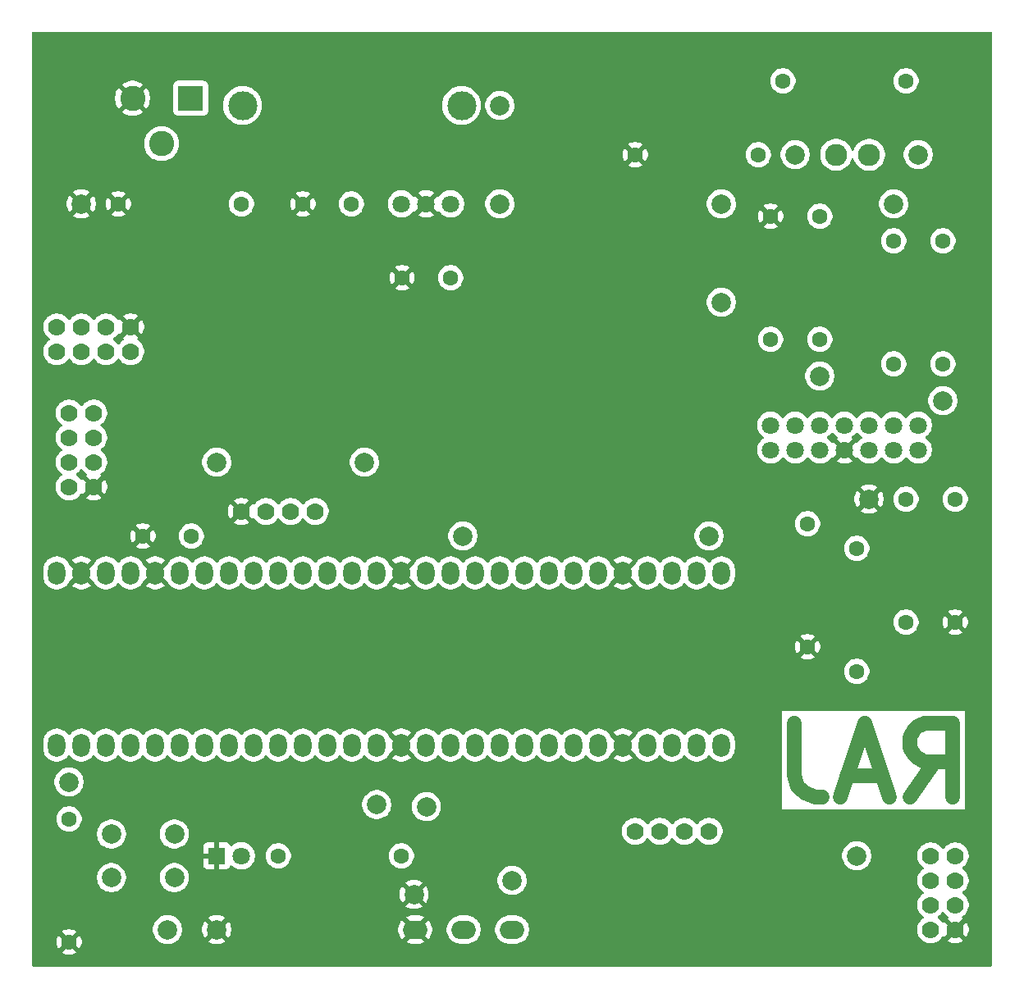
<source format=gbr>
%TF.GenerationSoftware,KiCad,Pcbnew,9.0.4*%
%TF.CreationDate,2025-12-08T22:09:47-07:00*%
%TF.ProjectId,Individual-subsystem,496e6469-7669-4647-9561-6c2d73756273,rev?*%
%TF.SameCoordinates,Original*%
%TF.FileFunction,Copper,L2,Bot*%
%TF.FilePolarity,Positive*%
%FSLAX46Y46*%
G04 Gerber Fmt 4.6, Leading zero omitted, Abs format (unit mm)*
G04 Created by KiCad (PCBNEW 9.0.4) date 2025-12-08 22:09:47*
%MOMM*%
%LPD*%
G01*
G04 APERTURE LIST*
%ADD10C,1.524000*%
%TA.AperFunction,NonConductor*%
%ADD11C,1.524000*%
%TD*%
%TA.AperFunction,ComponentPad*%
%ADD12C,2.000000*%
%TD*%
%TA.AperFunction,ComponentPad*%
%ADD13C,1.600000*%
%TD*%
%TA.AperFunction,ComponentPad*%
%ADD14R,2.600000X2.600000*%
%TD*%
%TA.AperFunction,ComponentPad*%
%ADD15C,2.600000*%
%TD*%
%TA.AperFunction,ComponentPad*%
%ADD16C,1.778000*%
%TD*%
%TA.AperFunction,ComponentPad*%
%ADD17O,1.800000X2.400000*%
%TD*%
%TA.AperFunction,ComponentPad*%
%ADD18C,1.800000*%
%TD*%
%TA.AperFunction,ComponentPad*%
%ADD19R,1.800000X1.800000*%
%TD*%
%TA.AperFunction,ComponentPad*%
%ADD20C,3.000000*%
%TD*%
%TA.AperFunction,ComponentPad*%
%ADD21C,2.286000*%
%TD*%
%TA.AperFunction,ComponentPad*%
%ADD22O,2.500000X1.900000*%
%TD*%
G04 APERTURE END LIST*
D10*
D11*
X193488797Y-131068209D02*
X196028797Y-127439637D01*
X197843083Y-131068209D02*
X197843083Y-123448209D01*
X197843083Y-123448209D02*
X194940226Y-123448209D01*
X194940226Y-123448209D02*
X194214511Y-123811066D01*
X194214511Y-123811066D02*
X193851654Y-124173923D01*
X193851654Y-124173923D02*
X193488797Y-124899637D01*
X193488797Y-124899637D02*
X193488797Y-125988209D01*
X193488797Y-125988209D02*
X193851654Y-126713923D01*
X193851654Y-126713923D02*
X194214511Y-127076780D01*
X194214511Y-127076780D02*
X194940226Y-127439637D01*
X194940226Y-127439637D02*
X197843083Y-127439637D01*
X190585940Y-128891066D02*
X186957369Y-128891066D01*
X191311654Y-131068209D02*
X188771654Y-123448209D01*
X188771654Y-123448209D02*
X186231654Y-131068209D01*
X181514511Y-123448209D02*
X181514511Y-128891066D01*
X181514511Y-128891066D02*
X181877368Y-129979637D01*
X181877368Y-129979637D02*
X182603082Y-130705352D01*
X182603082Y-130705352D02*
X183691654Y-131068209D01*
X183691654Y-131068209D02*
X184417368Y-131068209D01*
D12*
%TO.P,J3,1,Pin_1*%
%TO.N,+9V*%
X151130000Y-59690000D03*
%TD*%
%TO.P,J20,1,Pin_1*%
%TO.N,Net-(J20-Pin_1)*%
X191770000Y-69850000D03*
%TD*%
D13*
%TO.P,R12,1*%
%TO.N,Net-(U3-VIND-)*%
X198120000Y-100330000D03*
%TO.P,R12,2*%
%TO.N,GNDREF*%
X198120000Y-113030000D03*
%TD*%
D14*
%TO.P,J1,1*%
%TO.N,Net-(F1-Pad2)*%
X119230000Y-58940000D03*
D15*
%TO.P,J1,2*%
%TO.N,GNDREF*%
X113230000Y-58940000D03*
%TO.P,J1,3*%
%TO.N,unconnected-(J1-Pad3)*%
X116230000Y-63640000D03*
%TD*%
D12*
%TO.P,J7,1,Pin_1*%
%TO.N,/RD7*%
X121920000Y-96520000D03*
%TD*%
%TO.P,J24,1,Pin_1*%
%TO.N,GNDREF*%
X142282441Y-141146585D03*
%TD*%
D13*
%TO.P,R7,1*%
%TO.N,Net-(J19-Pin_1)*%
X177800000Y-64770000D03*
%TO.P,R7,2*%
%TO.N,GNDREF*%
X165100000Y-64770000D03*
%TD*%
%TO.P,R1,1*%
%TO.N,+5V*%
X124460000Y-69850000D03*
%TO.P,R1,2*%
%TO.N,GNDREF*%
X111760000Y-69850000D03*
%TD*%
D12*
%TO.P,J6,1,Pin_1*%
%TO.N,+5V*%
X151130000Y-69850000D03*
%TD*%
D13*
%TO.P,R10,1*%
%TO.N,/MCP6*%
X193040000Y-57150000D03*
%TO.P,R10,2*%
%TO.N,/MCP7*%
X180340000Y-57150000D03*
%TD*%
%TO.P,C3,1*%
%TO.N,+5V*%
X119300000Y-104140000D03*
%TO.P,C3,2*%
%TO.N,GNDREF*%
X114300000Y-104140000D03*
%TD*%
%TO.P,R2,1*%
%TO.N,/RB4*%
X106680000Y-133350000D03*
%TO.P,R2,2*%
%TO.N,GNDREF*%
X106680000Y-146050000D03*
%TD*%
D12*
%TO.P,J21,1,Pin_1*%
%TO.N,Net-(J21-Pin_1)*%
X196850000Y-90170000D03*
%TD*%
%TO.P,J10,1,Pin_1*%
%TO.N,+5V*%
X116840000Y-144780000D03*
%TD*%
D16*
%TO.P,J29,1,Pin_1*%
%TO.N,/RA0*%
X132080000Y-101600000D03*
%TO.P,J29,2,Pin_2*%
%TO.N,/RB0*%
X129540000Y-101600000D03*
%TO.P,J29,3,Pin_3*%
%TO.N,/RB3*%
X127000000Y-101600000D03*
%TO.P,J29,4,Pin_4*%
%TO.N,GNDREF*%
X124460000Y-101600000D03*
%TD*%
D12*
%TO.P,SW1,1,1*%
%TO.N,+5V*%
X117550000Y-139410000D03*
X111050000Y-139410000D03*
%TO.P,SW1,2,2*%
%TO.N,/RB4*%
X117550000Y-134910000D03*
X111050000Y-134910000D03*
%TD*%
D17*
%TO.P,U2,1,NC*%
%TO.N,unconnected-(U2-NC-Pad1)*%
X105410000Y-125730000D03*
%TO.P,U2,2,ID*%
%TO.N,unconnected-(U2-ID-Pad2)*%
X107950000Y-125730000D03*
%TO.P,U2,3,CDC_RX*%
%TO.N,unconnected-(U2-CDC_RX-Pad3)*%
X110490000Y-125730000D03*
%TO.P,U2,4,CDC_TX*%
%TO.N,unconnected-(U2-CDC_TX-Pad4)*%
X113030000Y-125730000D03*
%TO.P,U2,5,DBG1*%
%TO.N,unconnected-(U2-DBG1-Pad5)*%
X115570000Y-125730000D03*
%TO.P,U2,6,DBG2*%
%TO.N,/RB4*%
X118110000Y-125730000D03*
%TO.P,U2,7,RC2*%
%TO.N,unconnected-(U2-RC2-Pad7)*%
X120650000Y-125730000D03*
%TO.P,U2,8,RC3*%
%TO.N,unconnected-(U2-RC3-Pad8)*%
X123190000Y-125730000D03*
%TO.P,U2,9,RB2*%
%TO.N,unconnected-(U2-RB2-Pad9)*%
X125730000Y-125730000D03*
%TO.P,U2,10,RB1*%
%TO.N,unconnected-(U2-RB1-Pad10)*%
X128270000Y-125730000D03*
%TO.P,U2,11,RC4*%
%TO.N,unconnected-(U2-RC4-Pad11)*%
X130810000Y-125730000D03*
%TO.P,U2,12,RC5*%
%TO.N,unconnected-(U2-RC5-Pad12)*%
X133350000Y-125730000D03*
%TO.P,U2,13,RC6*%
%TO.N,unconnected-(U2-RC6-Pad13)*%
X135890000Y-125730000D03*
%TO.P,U2,14,RD4*%
%TO.N,/RD4*%
X138430000Y-125730000D03*
%TO.P,U2,15,GND*%
%TO.N,GNDREF*%
X140970000Y-125730000D03*
%TO.P,U2,16,RA3*%
%TO.N,/RA3*%
X143510000Y-125730000D03*
%TO.P,U2,17,RA4*%
%TO.N,unconnected-(U2-RA4-Pad17)*%
X146050000Y-125730000D03*
%TO.P,U2,18,RE2*%
%TO.N,unconnected-(U2-RE2-Pad18)*%
X148590000Y-125730000D03*
%TO.P,U2,19,RC7*%
%TO.N,/RC7*%
X151130000Y-125730000D03*
%TO.P,U2,20,RD0*%
%TO.N,unconnected-(U2-RD0-Pad20)*%
X153670000Y-125730000D03*
%TO.P,U2,21,RD1*%
%TO.N,unconnected-(U2-RD1-Pad21)*%
X156210000Y-125730000D03*
%TO.P,U2,22,RD2*%
%TO.N,unconnected-(U2-RD2-Pad22)*%
X158750000Y-125730000D03*
%TO.P,U2,23,RD3*%
%TO.N,unconnected-(U2-RD3-Pad23)*%
X161290000Y-125730000D03*
%TO.P,U2,24,GND*%
%TO.N,GNDREF*%
X163830000Y-125730000D03*
%TO.P,U2,25,RF0*%
%TO.N,/RF0*%
X166370000Y-125730000D03*
%TO.P,U2,26,RF1*%
%TO.N,/RF1*%
X168910000Y-125730000D03*
%TO.P,U2,27,RF2*%
%TO.N,unconnected-(U2-RF2-Pad27)*%
X171450000Y-125730000D03*
%TO.P,U2,28,RF3*%
%TO.N,/RF3*%
X173990000Y-125730000D03*
%TO.P,U2,29,RC0*%
%TO.N,/RC0*%
X173990000Y-107950000D03*
%TO.P,U2,30,RC1*%
%TO.N,unconnected-(U2-RC1-Pad30)*%
X171450000Y-107950000D03*
%TO.P,U2,31,RE0*%
%TO.N,unconnected-(U2-RE0-Pad31)*%
X168910000Y-107950000D03*
%TO.P,U2,32,RE1*%
%TO.N,unconnected-(U2-RE1-Pad32)*%
X166370000Y-107950000D03*
%TO.P,U2,33,GND*%
%TO.N,GNDREF*%
X163830000Y-107950000D03*
%TO.P,U2,34,RF4*%
%TO.N,unconnected-(U2-RF4-Pad34)*%
X161290000Y-107950000D03*
%TO.P,U2,35,RF5*%
%TO.N,unconnected-(U2-RF5-Pad35)*%
X158750000Y-107950000D03*
%TO.P,U2,36,RF6*%
%TO.N,unconnected-(U2-RF6-Pad36)*%
X156210000Y-107950000D03*
%TO.P,U2,37,RF7*%
%TO.N,unconnected-(U2-RF7-Pad37)*%
X153670000Y-107950000D03*
%TO.P,U2,38,RB5*%
%TO.N,unconnected-(U2-RB5-Pad38)*%
X151130000Y-107950000D03*
%TO.P,U2,39,RD5*%
%TO.N,/RD5*%
X148590000Y-107950000D03*
%TO.P,U2,40,RD6*%
%TO.N,/RD6*%
X146050000Y-107950000D03*
%TO.P,U2,41,RD7*%
%TO.N,/RD7*%
X143510000Y-107950000D03*
%TO.P,U2,42,GND*%
%TO.N,GNDREF*%
X140970000Y-107950000D03*
%TO.P,U2,43,RA0*%
%TO.N,/RA0*%
X138430000Y-107950000D03*
%TO.P,U2,44,RA1*%
%TO.N,unconnected-(U2-RA1-Pad44)*%
X135890000Y-107950000D03*
%TO.P,U2,45,RA2*%
%TO.N,/MCP7*%
X133350000Y-107950000D03*
%TO.P,U2,46,RB0*%
%TO.N,/RB0*%
X130810000Y-107950000D03*
%TO.P,U2,47,RB3*%
%TO.N,/RB3*%
X128270000Y-107950000D03*
%TO.P,U2,48,RA5*%
%TO.N,unconnected-(U2-RA5-Pad48)*%
X125730000Y-107950000D03*
%TO.P,U2,49,RA6*%
%TO.N,unconnected-(U2-RA6-Pad49)*%
X123190000Y-107950000D03*
%TO.P,U2,50,RA7*%
%TO.N,unconnected-(U2-RA7-Pad50)*%
X120650000Y-107950000D03*
%TO.P,U2,51,VTG*%
%TO.N,+5V*%
X118110000Y-107950000D03*
%TO.P,U2,52,GND*%
%TO.N,GNDREF*%
X115570000Y-107950000D03*
%TO.P,U2,53,DBG0*%
%TO.N,unconnected-(U2-DBG0-Pad53)*%
X113030000Y-107950000D03*
%TO.P,U2,54,DGB3*%
%TO.N,unconnected-(U2-DGB3-Pad54)*%
X110490000Y-107950000D03*
%TO.P,U2,55,VOFF*%
%TO.N,GNDREF*%
X107950000Y-107950000D03*
%TO.P,U2,56,VBUS*%
%TO.N,unconnected-(U2-VBUS-Pad56)*%
X105410000Y-107950000D03*
%TD*%
D18*
%TO.P,U3,1,VOUTA*%
%TO.N,Net-(J21-Pin_1)*%
X194310000Y-92710000D03*
%TO.P,U3,2,VINA-*%
%TO.N,Net-(J20-Pin_1)*%
X191770000Y-92710000D03*
%TO.P,U3,3,VINA+*%
%TO.N,Net-(J19-Pin_1)*%
X189230000Y-92710000D03*
%TO.P,U3,4,VDD*%
%TO.N,+5V*%
X186690000Y-92710000D03*
%TO.P,U3,5,VINB+*%
%TO.N,/Vref*%
X184150000Y-92710000D03*
%TO.P,U3,6,VINB-*%
%TO.N,/MCP6*%
X181610000Y-92710000D03*
%TO.P,U3,7,VOUTB*%
%TO.N,/MCP7*%
X179070000Y-92710000D03*
%TO.P,U3,8,VOUTC*%
%TO.N,unconnected-(U3-VOUTC-Pad8)*%
X179070000Y-95250000D03*
%TO.P,U3,9,VINC-*%
%TO.N,Net-(U3-VINC-)*%
X181610000Y-95250000D03*
%TO.P,U3,10,VINC+*%
%TO.N,Net-(U3-VINC+)*%
X184150000Y-95250000D03*
%TO.P,U3,11,VSS*%
%TO.N,GNDREF*%
X186690000Y-95250000D03*
%TO.P,U3,12,VIND+*%
%TO.N,Net-(U3-VIND+)*%
X189230000Y-95250000D03*
%TO.P,U3,13,VIND-*%
%TO.N,Net-(U3-VIND-)*%
X191770000Y-95250000D03*
%TO.P,U3,14,VOUTD*%
%TO.N,unconnected-(U3-VOUTD-Pad14)*%
X194310000Y-95250000D03*
%TD*%
D12*
%TO.P,J9,1,Pin_1*%
%TO.N,/RD6*%
X137160000Y-96520000D03*
%TD*%
%TO.P,J19,1,Pin_1*%
%TO.N,Net-(J19-Pin_1)*%
X181610000Y-64770000D03*
%TD*%
%TO.P,J22,1,Pin_1*%
%TO.N,/RA3*%
X143555297Y-132080000D03*
%TD*%
D13*
%TO.P,R14,1*%
%TO.N,Net-(U3-VINC+)*%
X187960000Y-105410000D03*
%TO.P,R14,2*%
%TO.N,+5V*%
X187960000Y-118110000D03*
%TD*%
D18*
%TO.P,U1,1,input*%
%TO.N,+9V*%
X140970000Y-69850000D03*
%TO.P,U1,2,ground*%
%TO.N,GNDREF*%
X143510000Y-69850000D03*
%TO.P,U1,3,output*%
%TO.N,+5V*%
X146050000Y-69850000D03*
%TD*%
D16*
%TO.P,J13,1,Pin_1*%
%TO.N,/RD6*%
X106680000Y-91440000D03*
%TO.P,J13,2,Pin_2*%
%TO.N,/RD7*%
X109220000Y-91440000D03*
%TO.P,J13,3,Pin_3*%
%TO.N,unconnected-(J13-Pin_3-Pad3)*%
X106680000Y-93980000D03*
%TO.P,J13,4,Pin_4*%
%TO.N,unconnected-(J13-Pin_4-Pad4)*%
X109220000Y-93980000D03*
%TO.P,J13,5,Pin_5*%
%TO.N,unconnected-(J13-Pin_5-Pad5)*%
X106680000Y-96520000D03*
%TO.P,J13,6,Pin_6*%
%TO.N,unconnected-(J13-Pin_6-Pad6)*%
X109220000Y-96520000D03*
%TO.P,J13,7,Pin_7*%
%TO.N,unconnected-(J13-Pin_7-Pad7)*%
X106680000Y-99060000D03*
%TO.P,J13,8,Pin_8*%
%TO.N,GNDREF*%
X109220000Y-99060000D03*
%TD*%
D13*
%TO.P,C2,1*%
%TO.N,+5V*%
X146050000Y-77470000D03*
%TO.P,C2,2*%
%TO.N,GNDREF*%
X141050000Y-77470000D03*
%TD*%
D19*
%TO.P,D1,1,K*%
%TO.N,GNDREF*%
X121920000Y-137160000D03*
D18*
%TO.P,D1,2,A*%
%TO.N,Net-(D1-A)*%
X124460000Y-137160000D03*
%TD*%
D12*
%TO.P,J2,1,Pin_1*%
%TO.N,GNDREF*%
X107950000Y-69850000D03*
%TD*%
D20*
%TO.P,F1,1*%
%TO.N,+9V*%
X147190000Y-59690000D03*
%TO.P,F1,2*%
%TO.N,Net-(F1-Pad2)*%
X124590000Y-59690000D03*
%TD*%
D12*
%TO.P,J15,1,Pin_1*%
%TO.N,/RD4*%
X138430000Y-131867548D03*
%TD*%
D21*
%TO.P,R6,1*%
%TO.N,+5V*%
X189230000Y-64770000D03*
%TO.P,R6,2*%
%TO.N,Net-(J19-Pin_1)*%
X185830000Y-64770000D03*
%TD*%
D13*
%TO.P,R9,1*%
%TO.N,Net-(J21-Pin_1)*%
X196850000Y-86360000D03*
%TO.P,R9,2*%
%TO.N,/MCP6*%
X196850000Y-73660000D03*
%TD*%
D12*
%TO.P,J12,1,Pin_1*%
%TO.N,/RB4*%
X106680000Y-129540000D03*
%TD*%
D16*
%TO.P,J28,1,Pin_1*%
%TO.N,unconnected-(J28-Pin_1-Pad1)*%
X105410000Y-85095000D03*
%TO.P,J28,2,Pin_2*%
%TO.N,/RD5*%
X105410000Y-82555000D03*
%TO.P,J28,3,Pin_3*%
%TO.N,unconnected-(J28-Pin_3-Pad3)*%
X107950000Y-85095000D03*
%TO.P,J28,4,Pin_4*%
%TO.N,/RC0*%
X107950000Y-82555000D03*
%TO.P,J28,5,Pin_5*%
%TO.N,unconnected-(J28-Pin_5-Pad5)*%
X110490000Y-85095000D03*
%TO.P,J28,6,Pin_6*%
%TO.N,unconnected-(J28-Pin_6-Pad6)*%
X110490000Y-82555000D03*
%TO.P,J28,7,Pin_7*%
%TO.N,unconnected-(J28-Pin_7-Pad7)*%
X113030000Y-85095000D03*
%TO.P,J28,8,Pin_8*%
%TO.N,GNDREF*%
X113030000Y-82555000D03*
%TD*%
D13*
%TO.P,R11,1*%
%TO.N,Net-(U3-VIND+)*%
X193040000Y-100330000D03*
%TO.P,R11,2*%
%TO.N,+5V*%
X193040000Y-113030000D03*
%TD*%
D12*
%TO.P,J16,1,Pin_1*%
%TO.N,GNDREF*%
X121920000Y-144780000D03*
%TD*%
%TO.P,J26,1,Pin_1*%
%TO.N,/MCP7*%
X173990000Y-80010000D03*
%TD*%
%TO.P,J5,1,Pin_1*%
%TO.N,/RC7*%
X187960000Y-137160000D03*
%TD*%
D16*
%TO.P,J4,1,Pin_1*%
%TO.N,/RC7*%
X195580000Y-137160000D03*
%TO.P,J4,2,Pin_2*%
%TO.N,unconnected-(J4-Pin_2-Pad2)*%
X198120000Y-137160000D03*
%TO.P,J4,3,Pin_3*%
%TO.N,unconnected-(J4-Pin_3-Pad3)*%
X195580000Y-139700000D03*
%TO.P,J4,4,Pin_4*%
%TO.N,unconnected-(J4-Pin_4-Pad4)*%
X198120000Y-139700000D03*
%TO.P,J4,5,Pin_5*%
%TO.N,unconnected-(J4-Pin_5-Pad5)*%
X195580000Y-142240000D03*
%TO.P,J4,6,Pin_6*%
%TO.N,unconnected-(J4-Pin_6-Pad6)*%
X198120000Y-142240000D03*
%TO.P,J4,7,Pin_7*%
%TO.N,unconnected-(J4-Pin_7-Pad7)*%
X195580000Y-144780000D03*
%TO.P,J4,8,Pin_8*%
%TO.N,GNDREF*%
X198120000Y-144780000D03*
%TD*%
D12*
%TO.P,J18,1,Pin_1*%
%TO.N,+5V*%
X194310000Y-64770000D03*
%TD*%
%TO.P,J27,1,Pin_1*%
%TO.N,GNDREF*%
X189230000Y-100330000D03*
%TD*%
%TO.P,J17,1,Pin_1*%
%TO.N,/Vref*%
X184150000Y-87630000D03*
%TD*%
D13*
%TO.P,R3,1*%
%TO.N,Net-(D1-A)*%
X128270000Y-137160000D03*
%TO.P,R3,2*%
%TO.N,/RD4*%
X140970000Y-137160000D03*
%TD*%
%TO.P,R5,1*%
%TO.N,GNDREF*%
X179070000Y-71120000D03*
%TO.P,R5,2*%
%TO.N,/Vref*%
X179070000Y-83820000D03*
%TD*%
D12*
%TO.P,J14,1,Pin_1*%
%TO.N,/RD5*%
X147320000Y-104140000D03*
%TD*%
D13*
%TO.P,C1,1*%
%TO.N,+9V*%
X135810000Y-69850000D03*
%TO.P,C1,2*%
%TO.N,GNDREF*%
X130810000Y-69850000D03*
%TD*%
D12*
%TO.P,J23,1,Pin_1*%
%TO.N,+5V*%
X152400000Y-139700000D03*
%TD*%
%TO.P,J11,1,Pin_1*%
%TO.N,/RC0*%
X172720000Y-104140000D03*
%TD*%
D16*
%TO.P,J8,1,Pin_1*%
%TO.N,/RF3*%
X172720000Y-134620000D03*
%TO.P,J8,2,Pin_2*%
%TO.N,/RF1*%
X170180000Y-134620000D03*
%TO.P,J8,3,Pin_3*%
%TO.N,/RF0*%
X167640000Y-134620000D03*
%TO.P,J8,4,Pin_4*%
%TO.N,+5V*%
X165100000Y-134620000D03*
%TD*%
D22*
%TO.P,RV1,1,1*%
%TO.N,GNDREF*%
X142400000Y-144780000D03*
%TO.P,RV1,2,2*%
%TO.N,/RA3*%
X147400000Y-144780000D03*
%TO.P,RV1,3,3*%
%TO.N,+5V*%
X152400000Y-144780000D03*
%TD*%
D12*
%TO.P,J25,1,Pin_1*%
%TO.N,/MCP6*%
X173990000Y-69850000D03*
%TD*%
D13*
%TO.P,R4,1*%
%TO.N,/Vref*%
X184150000Y-83820000D03*
%TO.P,R4,2*%
%TO.N,+5V*%
X184150000Y-71120000D03*
%TD*%
%TO.P,R13,1*%
%TO.N,Net-(U3-VINC-)*%
X182880000Y-102870000D03*
%TO.P,R13,2*%
%TO.N,GNDREF*%
X182880000Y-115570000D03*
%TD*%
%TO.P,R8,1*%
%TO.N,Net-(J20-Pin_1)*%
X191770000Y-73660000D03*
%TO.P,R8,2*%
%TO.N,Net-(J21-Pin_1)*%
X191770000Y-86360000D03*
%TD*%
%TA.AperFunction,Conductor*%
%TO.N,GNDREF*%
G36*
X196936420Y-142977990D02*
G01*
X196950313Y-142994023D01*
X197060148Y-143145199D01*
X197214801Y-143299852D01*
X197366395Y-143409991D01*
X197409060Y-143465319D01*
X197415039Y-143534932D01*
X197382434Y-143596728D01*
X197366394Y-143610626D01*
X197330360Y-143636805D01*
X197330360Y-143636807D01*
X197990590Y-144297037D01*
X197927007Y-144314075D01*
X197812993Y-144379901D01*
X197719901Y-144472993D01*
X197654075Y-144587007D01*
X197637037Y-144650590D01*
X196976807Y-143990360D01*
X196976805Y-143990360D01*
X196950626Y-144026394D01*
X196895297Y-144069060D01*
X196825683Y-144075039D01*
X196763888Y-144042434D01*
X196749995Y-144026401D01*
X196639852Y-143874801D01*
X196485199Y-143720148D01*
X196334028Y-143610316D01*
X196291364Y-143554989D01*
X196285385Y-143485376D01*
X196317990Y-143423580D01*
X196334023Y-143409686D01*
X196485199Y-143299852D01*
X196639852Y-143145199D01*
X196749683Y-142994028D01*
X196805011Y-142951364D01*
X196874624Y-142945385D01*
X196936420Y-142977990D01*
G37*
%TD.AperFunction*%
%TA.AperFunction,Conductor*%
G36*
X108036420Y-97257990D02*
G01*
X108050313Y-97274023D01*
X108160148Y-97425199D01*
X108314801Y-97579852D01*
X108466395Y-97689991D01*
X108509060Y-97745319D01*
X108515039Y-97814932D01*
X108482434Y-97876728D01*
X108466394Y-97890626D01*
X108430360Y-97916805D01*
X108430360Y-97916807D01*
X109090590Y-98577037D01*
X109027007Y-98594075D01*
X108912993Y-98659901D01*
X108819901Y-98752993D01*
X108754075Y-98867007D01*
X108737037Y-98930590D01*
X108076807Y-98270360D01*
X108076805Y-98270360D01*
X108050626Y-98306394D01*
X107995297Y-98349060D01*
X107925683Y-98355039D01*
X107863888Y-98322434D01*
X107849995Y-98306401D01*
X107739852Y-98154801D01*
X107585199Y-98000148D01*
X107434028Y-97890316D01*
X107391364Y-97834989D01*
X107385385Y-97765376D01*
X107417990Y-97703580D01*
X107434023Y-97689686D01*
X107585199Y-97579852D01*
X107739852Y-97425199D01*
X107849683Y-97274028D01*
X107905011Y-97231364D01*
X107974624Y-97225385D01*
X108036420Y-97257990D01*
G37*
%TD.AperFunction*%
%TA.AperFunction,Conductor*%
G36*
X185506420Y-93466705D02*
G01*
X185520318Y-93482745D01*
X185621752Y-93622358D01*
X185621756Y-93622363D01*
X185777640Y-93778247D01*
X185917679Y-93879990D01*
X185960345Y-93935319D01*
X185966324Y-94004933D01*
X185933719Y-94066728D01*
X185917679Y-94080626D01*
X185892485Y-94098930D01*
X185892485Y-94098932D01*
X186560590Y-94767037D01*
X186497007Y-94784075D01*
X186382993Y-94849901D01*
X186289901Y-94942993D01*
X186224075Y-95057007D01*
X186207037Y-95120590D01*
X185538932Y-94452485D01*
X185538930Y-94452485D01*
X185520626Y-94477679D01*
X185465296Y-94520345D01*
X185395683Y-94526324D01*
X185333888Y-94493718D01*
X185319990Y-94477679D01*
X185218247Y-94337640D01*
X185062363Y-94181756D01*
X185062358Y-94181752D01*
X184922745Y-94080318D01*
X184880079Y-94024989D01*
X184874100Y-93955375D01*
X184906705Y-93893580D01*
X184922745Y-93879682D01*
X185062358Y-93778247D01*
X185062356Y-93778247D01*
X185062365Y-93778242D01*
X185218242Y-93622365D01*
X185228804Y-93607826D01*
X185319682Y-93482745D01*
X185375011Y-93440079D01*
X185444625Y-93434100D01*
X185506420Y-93466705D01*
G37*
%TD.AperFunction*%
%TA.AperFunction,Conductor*%
G36*
X188046420Y-93466705D02*
G01*
X188060318Y-93482745D01*
X188161752Y-93622358D01*
X188161756Y-93622363D01*
X188317636Y-93778243D01*
X188317641Y-93778247D01*
X188457254Y-93879682D01*
X188499920Y-93935012D01*
X188505899Y-94004625D01*
X188473293Y-94066420D01*
X188457254Y-94080318D01*
X188317641Y-94181752D01*
X188317636Y-94181756D01*
X188161756Y-94337636D01*
X188060008Y-94477681D01*
X188004678Y-94520346D01*
X187935065Y-94526325D01*
X187873270Y-94493719D01*
X187859371Y-94477680D01*
X187841066Y-94452485D01*
X187841065Y-94452485D01*
X187172962Y-95120589D01*
X187155925Y-95057007D01*
X187090099Y-94942993D01*
X186997007Y-94849901D01*
X186882993Y-94784075D01*
X186819407Y-94767037D01*
X187487513Y-94098932D01*
X187462319Y-94080628D01*
X187419653Y-94025298D01*
X187413674Y-93955685D01*
X187446279Y-93893889D01*
X187462313Y-93879994D01*
X187602365Y-93778242D01*
X187758242Y-93622365D01*
X187768804Y-93607826D01*
X187859682Y-93482745D01*
X187915011Y-93440079D01*
X187984625Y-93434100D01*
X188046420Y-93466705D01*
G37*
%TD.AperFunction*%
%TA.AperFunction,Conductor*%
G36*
X112564075Y-82747993D02*
G01*
X112629901Y-82862007D01*
X112722993Y-82955099D01*
X112837007Y-83020925D01*
X112900590Y-83037962D01*
X112240360Y-83698191D01*
X112240360Y-83698192D01*
X112276394Y-83724372D01*
X112319060Y-83779701D01*
X112325039Y-83849315D01*
X112292434Y-83911110D01*
X112276394Y-83925008D01*
X112124807Y-84035142D01*
X112124802Y-84035146D01*
X111970142Y-84189806D01*
X111860318Y-84340969D01*
X111804989Y-84383635D01*
X111735375Y-84389614D01*
X111673580Y-84357009D01*
X111659682Y-84340969D01*
X111549857Y-84189806D01*
X111395199Y-84035148D01*
X111395191Y-84035142D01*
X111244028Y-83925316D01*
X111201364Y-83869989D01*
X111195385Y-83800376D01*
X111227990Y-83738580D01*
X111244023Y-83724686D01*
X111395199Y-83614852D01*
X111549852Y-83460199D01*
X111659991Y-83308603D01*
X111715320Y-83265939D01*
X111784933Y-83259960D01*
X111846729Y-83292565D01*
X111860628Y-83308606D01*
X111886806Y-83344638D01*
X111886807Y-83344638D01*
X112547037Y-82684408D01*
X112564075Y-82747993D01*
G37*
%TD.AperFunction*%
%TA.AperFunction,Conductor*%
G36*
X201872539Y-52090185D02*
G01*
X201918294Y-52142989D01*
X201929500Y-52194500D01*
X201929500Y-148465500D01*
X201909815Y-148532539D01*
X201857011Y-148578294D01*
X201805500Y-148589500D01*
X102994500Y-148589500D01*
X102927461Y-148569815D01*
X102881706Y-148517011D01*
X102870500Y-148465500D01*
X102870500Y-145947682D01*
X105380000Y-145947682D01*
X105380000Y-146152317D01*
X105412009Y-146354417D01*
X105475244Y-146549031D01*
X105568141Y-146731350D01*
X105568147Y-146731359D01*
X105600523Y-146775921D01*
X105600524Y-146775922D01*
X106280000Y-146096446D01*
X106280000Y-146102661D01*
X106307259Y-146204394D01*
X106359920Y-146295606D01*
X106434394Y-146370080D01*
X106525606Y-146422741D01*
X106627339Y-146450000D01*
X106633553Y-146450000D01*
X105954076Y-147129474D01*
X105998650Y-147161859D01*
X106180968Y-147254755D01*
X106375582Y-147317990D01*
X106577683Y-147350000D01*
X106782317Y-147350000D01*
X106984417Y-147317990D01*
X107179031Y-147254755D01*
X107361349Y-147161859D01*
X107405921Y-147129474D01*
X106726447Y-146450000D01*
X106732661Y-146450000D01*
X106834394Y-146422741D01*
X106925606Y-146370080D01*
X107000080Y-146295606D01*
X107052741Y-146204394D01*
X107080000Y-146102661D01*
X107080000Y-146096448D01*
X107759474Y-146775922D01*
X107759474Y-146775921D01*
X107791859Y-146731349D01*
X107884755Y-146549031D01*
X107947990Y-146354417D01*
X107980000Y-146152317D01*
X107980000Y-145947682D01*
X107947990Y-145745582D01*
X107884755Y-145550968D01*
X107791859Y-145368650D01*
X107759474Y-145324077D01*
X107759474Y-145324076D01*
X107080000Y-146003551D01*
X107080000Y-145997339D01*
X107052741Y-145895606D01*
X107000080Y-145804394D01*
X106925606Y-145729920D01*
X106834394Y-145677259D01*
X106732661Y-145650000D01*
X106726446Y-145650000D01*
X107405922Y-144970524D01*
X107405921Y-144970523D01*
X107361359Y-144938147D01*
X107361350Y-144938141D01*
X107179031Y-144845244D01*
X106984417Y-144782010D01*
X106968627Y-144779509D01*
X106782317Y-144750000D01*
X106577683Y-144750000D01*
X106375582Y-144782009D01*
X106180968Y-144845244D01*
X105998644Y-144938143D01*
X105954077Y-144970523D01*
X105954077Y-144970524D01*
X106633554Y-145650000D01*
X106627339Y-145650000D01*
X106525606Y-145677259D01*
X106434394Y-145729920D01*
X106359920Y-145804394D01*
X106307259Y-145895606D01*
X106280000Y-145997339D01*
X106280000Y-146003553D01*
X105600524Y-145324077D01*
X105600523Y-145324077D01*
X105568143Y-145368644D01*
X105475244Y-145550968D01*
X105412009Y-145745582D01*
X105380000Y-145947682D01*
X102870500Y-145947682D01*
X102870500Y-144661902D01*
X115339500Y-144661902D01*
X115339500Y-144898097D01*
X115376446Y-145131368D01*
X115449433Y-145355996D01*
X115539930Y-145533605D01*
X115556657Y-145566433D01*
X115695483Y-145757510D01*
X115862490Y-145924517D01*
X116053567Y-146063343D01*
X116130733Y-146102661D01*
X116264003Y-146170566D01*
X116264005Y-146170566D01*
X116264008Y-146170568D01*
X116384412Y-146209689D01*
X116488631Y-146243553D01*
X116721903Y-146280500D01*
X116721908Y-146280500D01*
X116958097Y-146280500D01*
X117191368Y-146243553D01*
X117192870Y-146243065D01*
X117415992Y-146170568D01*
X117626433Y-146063343D01*
X117817510Y-145924517D01*
X117984517Y-145757510D01*
X118123343Y-145566433D01*
X118230568Y-145355992D01*
X118303553Y-145131368D01*
X118328637Y-144972993D01*
X118340500Y-144898097D01*
X118340500Y-144661947D01*
X120420000Y-144661947D01*
X120420000Y-144898052D01*
X120456934Y-145131247D01*
X120529897Y-145355802D01*
X120637087Y-145566174D01*
X120697338Y-145649104D01*
X120697340Y-145649105D01*
X121437037Y-144909408D01*
X121454075Y-144972993D01*
X121519901Y-145087007D01*
X121612993Y-145180099D01*
X121727007Y-145245925D01*
X121790590Y-145262962D01*
X121050893Y-146002658D01*
X121133828Y-146062914D01*
X121344197Y-146170102D01*
X121568752Y-146243065D01*
X121568751Y-146243065D01*
X121801948Y-146280000D01*
X122038052Y-146280000D01*
X122271247Y-146243065D01*
X122495802Y-146170102D01*
X122706163Y-146062918D01*
X122706169Y-146062914D01*
X122789104Y-146002658D01*
X122789104Y-146002657D01*
X122049408Y-145262962D01*
X122112993Y-145245925D01*
X122227007Y-145180099D01*
X122320099Y-145087007D01*
X122385925Y-144972993D01*
X122402962Y-144909408D01*
X123142658Y-145649105D01*
X123142658Y-145649104D01*
X123202914Y-145566169D01*
X123202918Y-145566163D01*
X123310102Y-145355802D01*
X123383065Y-145131247D01*
X123420000Y-144898052D01*
X123420000Y-144665883D01*
X140650000Y-144665883D01*
X140650000Y-144894116D01*
X140685704Y-145119544D01*
X140756230Y-145336604D01*
X140859849Y-145539966D01*
X140994004Y-145724614D01*
X141047919Y-145778529D01*
X141917037Y-144909410D01*
X141934075Y-144972993D01*
X141999901Y-145087007D01*
X142092993Y-145180099D01*
X142207007Y-145245925D01*
X142270589Y-145262962D01*
X141454881Y-146078668D01*
X141543395Y-146123769D01*
X141760455Y-146194295D01*
X141985884Y-146230000D01*
X142814116Y-146230000D01*
X143039544Y-146194295D01*
X143256605Y-146123768D01*
X143256612Y-146123765D01*
X143345117Y-146078668D01*
X142529410Y-145262962D01*
X142592993Y-145245925D01*
X142707007Y-145180099D01*
X142800099Y-145087007D01*
X142865925Y-144972993D01*
X142882962Y-144909410D01*
X143752081Y-145778529D01*
X143805995Y-145724614D01*
X143940150Y-145539966D01*
X144043769Y-145336604D01*
X144114295Y-145119544D01*
X144150000Y-144894116D01*
X144150000Y-144665883D01*
X144149993Y-144665837D01*
X145649500Y-144665837D01*
X145649500Y-144894162D01*
X145685215Y-145119660D01*
X145755770Y-145336803D01*
X145847874Y-145517565D01*
X145859421Y-145540228D01*
X145993621Y-145724937D01*
X146155063Y-145886379D01*
X146339772Y-146020579D01*
X146397516Y-146050001D01*
X146543196Y-146124229D01*
X146543198Y-146124229D01*
X146543201Y-146124231D01*
X146659592Y-146162049D01*
X146760339Y-146194784D01*
X146985838Y-146230500D01*
X146985843Y-146230500D01*
X147814162Y-146230500D01*
X148039660Y-146194784D01*
X148041165Y-146194295D01*
X148256799Y-146124231D01*
X148460228Y-146020579D01*
X148644937Y-145886379D01*
X148806379Y-145724937D01*
X148940579Y-145540228D01*
X149044231Y-145336799D01*
X149114784Y-145119660D01*
X149143533Y-144938147D01*
X149150500Y-144894162D01*
X149150500Y-144665837D01*
X150649500Y-144665837D01*
X150649500Y-144894162D01*
X150685215Y-145119660D01*
X150755770Y-145336803D01*
X150847874Y-145517565D01*
X150859421Y-145540228D01*
X150993621Y-145724937D01*
X151155063Y-145886379D01*
X151339772Y-146020579D01*
X151397516Y-146050001D01*
X151543196Y-146124229D01*
X151543198Y-146124229D01*
X151543201Y-146124231D01*
X151659592Y-146162049D01*
X151760339Y-146194784D01*
X151985838Y-146230500D01*
X151985843Y-146230500D01*
X152814162Y-146230500D01*
X153039660Y-146194784D01*
X153041165Y-146194295D01*
X153256799Y-146124231D01*
X153460228Y-146020579D01*
X153644937Y-145886379D01*
X153806379Y-145724937D01*
X153940579Y-145540228D01*
X154044231Y-145336799D01*
X154114784Y-145119660D01*
X154143533Y-144938147D01*
X154150500Y-144894162D01*
X154150500Y-144665837D01*
X154114784Y-144440339D01*
X154044229Y-144223196D01*
X153956867Y-144051739D01*
X153940579Y-144019772D01*
X153806379Y-143835063D01*
X153644937Y-143673621D01*
X153460228Y-143539421D01*
X153377143Y-143497087D01*
X153256803Y-143435770D01*
X153039660Y-143365215D01*
X152814162Y-143329500D01*
X152814157Y-143329500D01*
X151985843Y-143329500D01*
X151985838Y-143329500D01*
X151760339Y-143365215D01*
X151543196Y-143435770D01*
X151339771Y-143539421D01*
X151155061Y-143673622D01*
X150993622Y-143835061D01*
X150859421Y-144019771D01*
X150755770Y-144223196D01*
X150685215Y-144440339D01*
X150649500Y-144665837D01*
X149150500Y-144665837D01*
X149114784Y-144440339D01*
X149044229Y-144223196D01*
X148956867Y-144051739D01*
X148940579Y-144019772D01*
X148806379Y-143835063D01*
X148644937Y-143673621D01*
X148460228Y-143539421D01*
X148377143Y-143497087D01*
X148256803Y-143435770D01*
X148039660Y-143365215D01*
X147814162Y-143329500D01*
X147814157Y-143329500D01*
X146985843Y-143329500D01*
X146985838Y-143329500D01*
X146760339Y-143365215D01*
X146543196Y-143435770D01*
X146339771Y-143539421D01*
X146155061Y-143673622D01*
X145993622Y-143835061D01*
X145859421Y-144019771D01*
X145755770Y-144223196D01*
X145685215Y-144440339D01*
X145649500Y-144665837D01*
X144149993Y-144665837D01*
X144114295Y-144440455D01*
X144043769Y-144223395D01*
X143940150Y-144020033D01*
X143805995Y-143835385D01*
X143752081Y-143781471D01*
X142882962Y-144650589D01*
X142865925Y-144587007D01*
X142800099Y-144472993D01*
X142707007Y-144379901D01*
X142592993Y-144314075D01*
X142529410Y-144297037D01*
X143345116Y-143481330D01*
X143256607Y-143436231D01*
X143256604Y-143436230D01*
X143039544Y-143365704D01*
X142814116Y-143330000D01*
X141985884Y-143330000D01*
X141760455Y-143365704D01*
X141543393Y-143436231D01*
X141454881Y-143481329D01*
X142270589Y-144297037D01*
X142207007Y-144314075D01*
X142092993Y-144379901D01*
X141999901Y-144472993D01*
X141934075Y-144587007D01*
X141917037Y-144650589D01*
X141047919Y-143781471D01*
X140994004Y-143835385D01*
X140859849Y-144020033D01*
X140756230Y-144223395D01*
X140685704Y-144440455D01*
X140650000Y-144665883D01*
X123420000Y-144665883D01*
X123420000Y-144661947D01*
X123383065Y-144428752D01*
X123310102Y-144204197D01*
X123202914Y-143993828D01*
X123142658Y-143910894D01*
X123142658Y-143910893D01*
X122402962Y-144650590D01*
X122385925Y-144587007D01*
X122320099Y-144472993D01*
X122227007Y-144379901D01*
X122112993Y-144314075D01*
X122049409Y-144297037D01*
X122789104Y-143557341D01*
X122789104Y-143557338D01*
X122706174Y-143497087D01*
X122495802Y-143389897D01*
X122271247Y-143316934D01*
X122271248Y-143316934D01*
X122038052Y-143280000D01*
X121801948Y-143280000D01*
X121568752Y-143316934D01*
X121344197Y-143389897D01*
X121133830Y-143497084D01*
X121050894Y-143557340D01*
X121790591Y-144297037D01*
X121727007Y-144314075D01*
X121612993Y-144379901D01*
X121519901Y-144472993D01*
X121454075Y-144587007D01*
X121437037Y-144650591D01*
X120697340Y-143910894D01*
X120637084Y-143993830D01*
X120529897Y-144204197D01*
X120456934Y-144428752D01*
X120420000Y-144661947D01*
X118340500Y-144661947D01*
X118340500Y-144661902D01*
X118303553Y-144428631D01*
X118255259Y-144280000D01*
X118230568Y-144204008D01*
X118230566Y-144204005D01*
X118230566Y-144204003D01*
X118164855Y-144075039D01*
X118123343Y-143993567D01*
X117984517Y-143802490D01*
X117817510Y-143635483D01*
X117626433Y-143496657D01*
X117564929Y-143465319D01*
X117415996Y-143389433D01*
X117191368Y-143316446D01*
X116958097Y-143279500D01*
X116958092Y-143279500D01*
X116721908Y-143279500D01*
X116721903Y-143279500D01*
X116488631Y-143316446D01*
X116264003Y-143389433D01*
X116053566Y-143496657D01*
X115973280Y-143554989D01*
X115862490Y-143635483D01*
X115862488Y-143635485D01*
X115862487Y-143635485D01*
X115695485Y-143802487D01*
X115695485Y-143802488D01*
X115695483Y-143802490D01*
X115642947Y-143874800D01*
X115556657Y-143993566D01*
X115449433Y-144204003D01*
X115376446Y-144428631D01*
X115339500Y-144661902D01*
X102870500Y-144661902D01*
X102870500Y-141028532D01*
X140782441Y-141028532D01*
X140782441Y-141264637D01*
X140819375Y-141497832D01*
X140892338Y-141722387D01*
X140999528Y-141932759D01*
X141059779Y-142015689D01*
X141059781Y-142015690D01*
X141799478Y-141275993D01*
X141816516Y-141339578D01*
X141882342Y-141453592D01*
X141975434Y-141546684D01*
X142089448Y-141612510D01*
X142153031Y-141629547D01*
X141413334Y-142369243D01*
X141496269Y-142429499D01*
X141706638Y-142536687D01*
X141931193Y-142609650D01*
X141931192Y-142609650D01*
X142164389Y-142646585D01*
X142400493Y-142646585D01*
X142633688Y-142609650D01*
X142858243Y-142536687D01*
X143068604Y-142429503D01*
X143068610Y-142429499D01*
X143151545Y-142369243D01*
X143151546Y-142369243D01*
X142411849Y-141629547D01*
X142475434Y-141612510D01*
X142589448Y-141546684D01*
X142682540Y-141453592D01*
X142748366Y-141339578D01*
X142765403Y-141275994D01*
X143505099Y-142015690D01*
X143505099Y-142015689D01*
X143565355Y-141932754D01*
X143565359Y-141932748D01*
X143672543Y-141722387D01*
X143745506Y-141497832D01*
X143782441Y-141264637D01*
X143782441Y-141028532D01*
X143745506Y-140795337D01*
X143672543Y-140570782D01*
X143565355Y-140360413D01*
X143505099Y-140277479D01*
X143505099Y-140277478D01*
X142765403Y-141017175D01*
X142748366Y-140953592D01*
X142682540Y-140839578D01*
X142589448Y-140746486D01*
X142475434Y-140680660D01*
X142411850Y-140663622D01*
X143151546Y-139923925D01*
X143151545Y-139923923D01*
X143068615Y-139863672D01*
X142858243Y-139756482D01*
X142668921Y-139694967D01*
X142633688Y-139683519D01*
X142633689Y-139683519D01*
X142400493Y-139646585D01*
X142164389Y-139646585D01*
X141931193Y-139683519D01*
X141706638Y-139756482D01*
X141496271Y-139863669D01*
X141413335Y-139923925D01*
X142153032Y-140663622D01*
X142089448Y-140680660D01*
X141975434Y-140746486D01*
X141882342Y-140839578D01*
X141816516Y-140953592D01*
X141799478Y-141017176D01*
X141059781Y-140277479D01*
X140999525Y-140360415D01*
X140892338Y-140570782D01*
X140819375Y-140795337D01*
X140782441Y-141028532D01*
X102870500Y-141028532D01*
X102870500Y-139291902D01*
X109549500Y-139291902D01*
X109549500Y-139528097D01*
X109586446Y-139761368D01*
X109659433Y-139985996D01*
X109766657Y-140196433D01*
X109905483Y-140387510D01*
X110072490Y-140554517D01*
X110263567Y-140693343D01*
X110362991Y-140744002D01*
X110474003Y-140800566D01*
X110474005Y-140800566D01*
X110474008Y-140800568D01*
X110594068Y-140839578D01*
X110698631Y-140873553D01*
X110931903Y-140910500D01*
X110931908Y-140910500D01*
X111168097Y-140910500D01*
X111401368Y-140873553D01*
X111413285Y-140869681D01*
X111625992Y-140800568D01*
X111836433Y-140693343D01*
X112027510Y-140554517D01*
X112194517Y-140387510D01*
X112333343Y-140196433D01*
X112440568Y-139985992D01*
X112513553Y-139761368D01*
X112540594Y-139590638D01*
X112550500Y-139528097D01*
X112550500Y-139291902D01*
X116049500Y-139291902D01*
X116049500Y-139528097D01*
X116086446Y-139761368D01*
X116159433Y-139985996D01*
X116266657Y-140196433D01*
X116405483Y-140387510D01*
X116572490Y-140554517D01*
X116763567Y-140693343D01*
X116862991Y-140744002D01*
X116974003Y-140800566D01*
X116974005Y-140800566D01*
X116974008Y-140800568D01*
X117094068Y-140839578D01*
X117198631Y-140873553D01*
X117431903Y-140910500D01*
X117431908Y-140910500D01*
X117668097Y-140910500D01*
X117726897Y-140901187D01*
X117901368Y-140873553D01*
X117913285Y-140869681D01*
X118125992Y-140800568D01*
X118336433Y-140693343D01*
X118527510Y-140554517D01*
X118694517Y-140387510D01*
X118833343Y-140196433D01*
X118940568Y-139985992D01*
X119013553Y-139761368D01*
X119040594Y-139590638D01*
X119041978Y-139581902D01*
X150899500Y-139581902D01*
X150899500Y-139818097D01*
X150936446Y-140051368D01*
X151009433Y-140275996D01*
X151066254Y-140387512D01*
X151116657Y-140486433D01*
X151255483Y-140677510D01*
X151422490Y-140844517D01*
X151613567Y-140983343D01*
X151712991Y-141034002D01*
X151824003Y-141090566D01*
X151824005Y-141090566D01*
X151824008Y-141090568D01*
X151944412Y-141129689D01*
X152048631Y-141163553D01*
X152281903Y-141200500D01*
X152281908Y-141200500D01*
X152518097Y-141200500D01*
X152751368Y-141163553D01*
X152975992Y-141090568D01*
X153186433Y-140983343D01*
X153377510Y-140844517D01*
X153544517Y-140677510D01*
X153683343Y-140486433D01*
X153790568Y-140275992D01*
X153863553Y-140051368D01*
X153873907Y-139985996D01*
X153900500Y-139818097D01*
X153900500Y-139581902D01*
X153863553Y-139348631D01*
X153804413Y-139166619D01*
X153790568Y-139124008D01*
X153790566Y-139124005D01*
X153790566Y-139124003D01*
X153708025Y-138962009D01*
X153683343Y-138913567D01*
X153544517Y-138722490D01*
X153377510Y-138555483D01*
X153186433Y-138416657D01*
X153164293Y-138405376D01*
X152975996Y-138309433D01*
X152751368Y-138236446D01*
X152518097Y-138199500D01*
X152518092Y-138199500D01*
X152281908Y-138199500D01*
X152281903Y-138199500D01*
X152048631Y-138236446D01*
X151824003Y-138309433D01*
X151613566Y-138416657D01*
X151553222Y-138460500D01*
X151422490Y-138555483D01*
X151422488Y-138555485D01*
X151422487Y-138555485D01*
X151255485Y-138722487D01*
X151255485Y-138722488D01*
X151255483Y-138722490D01*
X151202946Y-138794801D01*
X151116657Y-138913566D01*
X151009433Y-139124003D01*
X150936446Y-139348631D01*
X150899500Y-139581902D01*
X119041978Y-139581902D01*
X119050500Y-139528097D01*
X119050500Y-139291902D01*
X119013553Y-139058631D01*
X118940566Y-138834003D01*
X118833342Y-138623566D01*
X118833333Y-138623553D01*
X118694517Y-138432490D01*
X118527510Y-138265483D01*
X118336433Y-138126657D01*
X118125996Y-138019433D01*
X117901368Y-137946446D01*
X117668097Y-137909500D01*
X117668092Y-137909500D01*
X117431908Y-137909500D01*
X117431903Y-137909500D01*
X117198631Y-137946446D01*
X116974003Y-138019433D01*
X116763566Y-138126657D01*
X116654550Y-138205862D01*
X116572490Y-138265483D01*
X116572488Y-138265485D01*
X116572487Y-138265485D01*
X116405485Y-138432487D01*
X116405485Y-138432488D01*
X116405483Y-138432490D01*
X116374606Y-138474989D01*
X116266657Y-138623566D01*
X116159433Y-138834003D01*
X116086446Y-139058631D01*
X116049500Y-139291902D01*
X112550500Y-139291902D01*
X112513553Y-139058631D01*
X112440566Y-138834003D01*
X112333342Y-138623566D01*
X112333333Y-138623553D01*
X112194517Y-138432490D01*
X112027510Y-138265483D01*
X111836433Y-138126657D01*
X111625996Y-138019433D01*
X111401368Y-137946446D01*
X111168097Y-137909500D01*
X111168092Y-137909500D01*
X110931908Y-137909500D01*
X110931903Y-137909500D01*
X110698631Y-137946446D01*
X110474003Y-138019433D01*
X110263566Y-138126657D01*
X110154550Y-138205862D01*
X110072490Y-138265483D01*
X110072488Y-138265485D01*
X110072487Y-138265485D01*
X109905485Y-138432487D01*
X109905485Y-138432488D01*
X109905483Y-138432490D01*
X109874606Y-138474989D01*
X109766657Y-138623566D01*
X109659433Y-138834003D01*
X109586446Y-139058631D01*
X109549500Y-139291902D01*
X102870500Y-139291902D01*
X102870500Y-134791902D01*
X109549500Y-134791902D01*
X109549500Y-135028097D01*
X109586446Y-135261368D01*
X109659433Y-135485996D01*
X109758211Y-135679857D01*
X109766657Y-135696433D01*
X109905483Y-135887510D01*
X110072490Y-136054517D01*
X110263567Y-136193343D01*
X110300488Y-136212155D01*
X110474003Y-136300566D01*
X110474005Y-136300566D01*
X110474008Y-136300568D01*
X110594412Y-136339689D01*
X110698631Y-136373553D01*
X110931903Y-136410500D01*
X110931908Y-136410500D01*
X111168097Y-136410500D01*
X111401368Y-136373553D01*
X111625992Y-136300568D01*
X111836433Y-136193343D01*
X112027510Y-136054517D01*
X112194517Y-135887510D01*
X112333343Y-135696433D01*
X112440568Y-135485992D01*
X112513553Y-135261368D01*
X112530656Y-135153383D01*
X112550500Y-135028097D01*
X112550500Y-134791902D01*
X116049500Y-134791902D01*
X116049500Y-135028097D01*
X116086446Y-135261368D01*
X116159433Y-135485996D01*
X116258211Y-135679857D01*
X116266657Y-135696433D01*
X116405483Y-135887510D01*
X116572490Y-136054517D01*
X116763567Y-136193343D01*
X116800488Y-136212155D01*
X116974003Y-136300566D01*
X116974005Y-136300566D01*
X116974008Y-136300568D01*
X117094412Y-136339689D01*
X117198631Y-136373553D01*
X117431903Y-136410500D01*
X117431908Y-136410500D01*
X117668097Y-136410500D01*
X117901368Y-136373553D01*
X118125992Y-136300568D01*
X118299512Y-136212155D01*
X120520000Y-136212155D01*
X120520000Y-136910000D01*
X121544722Y-136910000D01*
X121500667Y-136986306D01*
X121470000Y-137100756D01*
X121470000Y-137219244D01*
X121500667Y-137333694D01*
X121544722Y-137410000D01*
X120520000Y-137410000D01*
X120520000Y-138107844D01*
X120526401Y-138167372D01*
X120526403Y-138167379D01*
X120576645Y-138302086D01*
X120576649Y-138302093D01*
X120662809Y-138417187D01*
X120662812Y-138417190D01*
X120777906Y-138503350D01*
X120777913Y-138503354D01*
X120912620Y-138553596D01*
X120912627Y-138553598D01*
X120972155Y-138559999D01*
X120972172Y-138560000D01*
X121670000Y-138560000D01*
X121670000Y-137535277D01*
X121746306Y-137579333D01*
X121860756Y-137610000D01*
X121979244Y-137610000D01*
X122093694Y-137579333D01*
X122170000Y-137535277D01*
X122170000Y-138560000D01*
X122867828Y-138560000D01*
X122867844Y-138559999D01*
X122927372Y-138553598D01*
X122927379Y-138553596D01*
X123062086Y-138503354D01*
X123062093Y-138503350D01*
X123177187Y-138417190D01*
X123177190Y-138417187D01*
X123263350Y-138302093D01*
X123263354Y-138302086D01*
X123293213Y-138222031D01*
X123335084Y-138166097D01*
X123400548Y-138141680D01*
X123468821Y-138156531D01*
X123497076Y-138177683D01*
X123547636Y-138228243D01*
X123547641Y-138228247D01*
X123652615Y-138304514D01*
X123725978Y-138357815D01*
X123819321Y-138405376D01*
X123922393Y-138457895D01*
X123922396Y-138457896D01*
X124027221Y-138491955D01*
X124132049Y-138526015D01*
X124349778Y-138560500D01*
X124349779Y-138560500D01*
X124570221Y-138560500D01*
X124570222Y-138560500D01*
X124787951Y-138526015D01*
X124997606Y-138457895D01*
X125194022Y-138357815D01*
X125372365Y-138228242D01*
X125528242Y-138072365D01*
X125657815Y-137894022D01*
X125757895Y-137697606D01*
X125826015Y-137487951D01*
X125860500Y-137270222D01*
X125860500Y-137057648D01*
X126969500Y-137057648D01*
X126969500Y-137262351D01*
X127001522Y-137464534D01*
X127064781Y-137659223D01*
X127157715Y-137841613D01*
X127278028Y-138007213D01*
X127422786Y-138151971D01*
X127539060Y-138236447D01*
X127588390Y-138272287D01*
X127701032Y-138329681D01*
X127770776Y-138365218D01*
X127770778Y-138365218D01*
X127770781Y-138365220D01*
X127875137Y-138399127D01*
X127965465Y-138428477D01*
X128059318Y-138443342D01*
X128167648Y-138460500D01*
X128167649Y-138460500D01*
X128372351Y-138460500D01*
X128372352Y-138460500D01*
X128574534Y-138428477D01*
X128769219Y-138365220D01*
X128951610Y-138272287D01*
X129051794Y-138199500D01*
X129117213Y-138151971D01*
X129117215Y-138151968D01*
X129117219Y-138151966D01*
X129261966Y-138007219D01*
X129261968Y-138007215D01*
X129261971Y-138007213D01*
X129342654Y-137896160D01*
X129382287Y-137841610D01*
X129475220Y-137659219D01*
X129538477Y-137464534D01*
X129570500Y-137262352D01*
X129570500Y-137057648D01*
X139669500Y-137057648D01*
X139669500Y-137262351D01*
X139701522Y-137464534D01*
X139764781Y-137659223D01*
X139857715Y-137841613D01*
X139978028Y-138007213D01*
X140122786Y-138151971D01*
X140239060Y-138236447D01*
X140288390Y-138272287D01*
X140401032Y-138329681D01*
X140470776Y-138365218D01*
X140470778Y-138365218D01*
X140470781Y-138365220D01*
X140575137Y-138399127D01*
X140665465Y-138428477D01*
X140759318Y-138443342D01*
X140867648Y-138460500D01*
X140867649Y-138460500D01*
X141072351Y-138460500D01*
X141072352Y-138460500D01*
X141274534Y-138428477D01*
X141469219Y-138365220D01*
X141651610Y-138272287D01*
X141751794Y-138199500D01*
X141817213Y-138151971D01*
X141817215Y-138151968D01*
X141817219Y-138151966D01*
X141961966Y-138007219D01*
X141961968Y-138007215D01*
X141961971Y-138007213D01*
X142042654Y-137896160D01*
X142082287Y-137841610D01*
X142175220Y-137659219D01*
X142238477Y-137464534D01*
X142270500Y-137262352D01*
X142270500Y-137057648D01*
X142269390Y-137050638D01*
X142268006Y-137041902D01*
X186459500Y-137041902D01*
X186459500Y-137278097D01*
X186496446Y-137511368D01*
X186569433Y-137735996D01*
X186651974Y-137897990D01*
X186676657Y-137946433D01*
X186815483Y-138137510D01*
X186982490Y-138304517D01*
X187173567Y-138443343D01*
X187207240Y-138460500D01*
X187384003Y-138550566D01*
X187384005Y-138550566D01*
X187384008Y-138550568D01*
X187504412Y-138589689D01*
X187608631Y-138623553D01*
X187841903Y-138660500D01*
X187841908Y-138660500D01*
X188078097Y-138660500D01*
X188311368Y-138623553D01*
X188535992Y-138550568D01*
X188746433Y-138443343D01*
X188937510Y-138304517D01*
X189104517Y-138137510D01*
X189243343Y-137946433D01*
X189350568Y-137735992D01*
X189423553Y-137511368D01*
X189451694Y-137333694D01*
X189460500Y-137278097D01*
X189460500Y-137050638D01*
X194190500Y-137050638D01*
X194190500Y-137269361D01*
X194224714Y-137485376D01*
X194292297Y-137693380D01*
X194292298Y-137693383D01*
X194359782Y-137825825D01*
X194386628Y-137878513D01*
X194391595Y-137888260D01*
X194520142Y-138065193D01*
X194674806Y-138219857D01*
X194825969Y-138329682D01*
X194868635Y-138385011D01*
X194874614Y-138454625D01*
X194842009Y-138516420D01*
X194825969Y-138530318D01*
X194674806Y-138640142D01*
X194520142Y-138794806D01*
X194391595Y-138971739D01*
X194292298Y-139166616D01*
X194292297Y-139166619D01*
X194224714Y-139374623D01*
X194190500Y-139590638D01*
X194190500Y-139809361D01*
X194224714Y-140025376D01*
X194292297Y-140233380D01*
X194292298Y-140233383D01*
X194391595Y-140428260D01*
X194520142Y-140605193D01*
X194674806Y-140759857D01*
X194825969Y-140869682D01*
X194868635Y-140925011D01*
X194874614Y-140994625D01*
X194842009Y-141056420D01*
X194825969Y-141070318D01*
X194674806Y-141180142D01*
X194520142Y-141334806D01*
X194391595Y-141511739D01*
X194292298Y-141706616D01*
X194292297Y-141706619D01*
X194224714Y-141914623D01*
X194190500Y-142130638D01*
X194190500Y-142349361D01*
X194224714Y-142565376D01*
X194292297Y-142773380D01*
X194292298Y-142773383D01*
X194391595Y-142968260D01*
X194520142Y-143145193D01*
X194674806Y-143299857D01*
X194825969Y-143409682D01*
X194868635Y-143465011D01*
X194874614Y-143534625D01*
X194842009Y-143596420D01*
X194825969Y-143610318D01*
X194674806Y-143720142D01*
X194520142Y-143874806D01*
X194391595Y-144051739D01*
X194292298Y-144246616D01*
X194292297Y-144246619D01*
X194224714Y-144454623D01*
X194190500Y-144670638D01*
X194190500Y-144889361D01*
X194224714Y-145105376D01*
X194292297Y-145313380D01*
X194292298Y-145313383D01*
X194320456Y-145368644D01*
X194379722Y-145484960D01*
X194391595Y-145508260D01*
X194520142Y-145685193D01*
X194674806Y-145839857D01*
X194791333Y-145924517D01*
X194851743Y-145968407D01*
X194954134Y-146020578D01*
X195046616Y-146067701D01*
X195046619Y-146067702D01*
X195080370Y-146078668D01*
X195254625Y-146135286D01*
X195354672Y-146151132D01*
X195470639Y-146169500D01*
X195470644Y-146169500D01*
X195689361Y-146169500D01*
X195797845Y-146152317D01*
X195905375Y-146135286D01*
X196113383Y-146067701D01*
X196308257Y-145968407D01*
X196421160Y-145886379D01*
X196485193Y-145839857D01*
X196485195Y-145839854D01*
X196485199Y-145839852D01*
X196639852Y-145685199D01*
X196749991Y-145533603D01*
X196805320Y-145490939D01*
X196874933Y-145484960D01*
X196936729Y-145517565D01*
X196950628Y-145533606D01*
X196976806Y-145569638D01*
X196976807Y-145569638D01*
X197637037Y-144909408D01*
X197654075Y-144972993D01*
X197719901Y-145087007D01*
X197812993Y-145180099D01*
X197927007Y-145245925D01*
X197990590Y-145262962D01*
X197330360Y-145923191D01*
X197392008Y-145967980D01*
X197586808Y-146067237D01*
X197586811Y-146067238D01*
X197794740Y-146134797D01*
X198010684Y-146169000D01*
X198229316Y-146169000D01*
X198445259Y-146134797D01*
X198653188Y-146067238D01*
X198653191Y-146067237D01*
X198847995Y-145967978D01*
X198909638Y-145923191D01*
X198909639Y-145923191D01*
X198249409Y-145262962D01*
X198312993Y-145245925D01*
X198427007Y-145180099D01*
X198520099Y-145087007D01*
X198585925Y-144972993D01*
X198602962Y-144909409D01*
X199263191Y-145569639D01*
X199263191Y-145569638D01*
X199307978Y-145507995D01*
X199407237Y-145313191D01*
X199407238Y-145313188D01*
X199474797Y-145105259D01*
X199509000Y-144889316D01*
X199509000Y-144670683D01*
X199474797Y-144454740D01*
X199407238Y-144246811D01*
X199407237Y-144246808D01*
X199307980Y-144052008D01*
X199263191Y-143990360D01*
X198602962Y-144650589D01*
X198585925Y-144587007D01*
X198520099Y-144472993D01*
X198427007Y-144379901D01*
X198312993Y-144314075D01*
X198249407Y-144297037D01*
X198909638Y-143636807D01*
X198909638Y-143636806D01*
X198873606Y-143610628D01*
X198830939Y-143555299D01*
X198824959Y-143485685D01*
X198857565Y-143423890D01*
X198873599Y-143409994D01*
X199025199Y-143299852D01*
X199179852Y-143145199D01*
X199179854Y-143145195D01*
X199179857Y-143145193D01*
X199236229Y-143067601D01*
X199308407Y-142968257D01*
X199407701Y-142773383D01*
X199475286Y-142565375D01*
X199496807Y-142429499D01*
X199509500Y-142349361D01*
X199509500Y-142130638D01*
X199478156Y-141932748D01*
X199475286Y-141914625D01*
X199407701Y-141706617D01*
X199407701Y-141706616D01*
X199320060Y-141534614D01*
X199308407Y-141511743D01*
X199289681Y-141485969D01*
X199179857Y-141334806D01*
X199025199Y-141180148D01*
X199002358Y-141163553D01*
X198874028Y-141070316D01*
X198831364Y-141014989D01*
X198825385Y-140945376D01*
X198857990Y-140883580D01*
X198874023Y-140869686D01*
X199025199Y-140759852D01*
X199179852Y-140605199D01*
X199179854Y-140605195D01*
X199179857Y-140605193D01*
X199266140Y-140486433D01*
X199308407Y-140428257D01*
X199407701Y-140233383D01*
X199475286Y-140025375D01*
X199492912Y-139914082D01*
X199509500Y-139809361D01*
X199509500Y-139590638D01*
X199489595Y-139464971D01*
X199475286Y-139374625D01*
X199407701Y-139166617D01*
X199407701Y-139166616D01*
X199320060Y-138994614D01*
X199308407Y-138971743D01*
X199266140Y-138913567D01*
X199179857Y-138794806D01*
X199025199Y-138640148D01*
X199002377Y-138623567D01*
X198874028Y-138530316D01*
X198831364Y-138474989D01*
X198825385Y-138405376D01*
X198857990Y-138343580D01*
X198874023Y-138329686D01*
X199025199Y-138219852D01*
X199179852Y-138065199D01*
X199179854Y-138065195D01*
X199179857Y-138065193D01*
X199236229Y-137987601D01*
X199308407Y-137888257D01*
X199407701Y-137693383D01*
X199475286Y-137485375D01*
X199508116Y-137278097D01*
X199509500Y-137269361D01*
X199509500Y-137050638D01*
X199487224Y-136910000D01*
X199475286Y-136834625D01*
X199434793Y-136710000D01*
X199407702Y-136626619D01*
X199407701Y-136626616D01*
X199373315Y-136559132D01*
X199308407Y-136431743D01*
X199266140Y-136373567D01*
X199179857Y-136254806D01*
X199025193Y-136100142D01*
X198848260Y-135971595D01*
X198848259Y-135971594D01*
X198848257Y-135971593D01*
X198785825Y-135939782D01*
X198653383Y-135872298D01*
X198653380Y-135872297D01*
X198445376Y-135804714D01*
X198229361Y-135770500D01*
X198229356Y-135770500D01*
X198010644Y-135770500D01*
X198010639Y-135770500D01*
X197794623Y-135804714D01*
X197586619Y-135872297D01*
X197586616Y-135872298D01*
X197391739Y-135971595D01*
X197214806Y-136100142D01*
X197060142Y-136254806D01*
X196950318Y-136405969D01*
X196894989Y-136448635D01*
X196825375Y-136454614D01*
X196763580Y-136422009D01*
X196749682Y-136405969D01*
X196639857Y-136254806D01*
X196485193Y-136100142D01*
X196308260Y-135971595D01*
X196308259Y-135971594D01*
X196308257Y-135971593D01*
X196245825Y-135939782D01*
X196113383Y-135872298D01*
X196113380Y-135872297D01*
X195905376Y-135804714D01*
X195689361Y-135770500D01*
X195689356Y-135770500D01*
X195470644Y-135770500D01*
X195470639Y-135770500D01*
X195254623Y-135804714D01*
X195046619Y-135872297D01*
X195046616Y-135872298D01*
X194851739Y-135971595D01*
X194674806Y-136100142D01*
X194520142Y-136254806D01*
X194391595Y-136431739D01*
X194292298Y-136626616D01*
X194292297Y-136626619D01*
X194224714Y-136834623D01*
X194190500Y-137050638D01*
X189460500Y-137050638D01*
X189460500Y-137041902D01*
X189423553Y-136808631D01*
X189375513Y-136660781D01*
X189350568Y-136584008D01*
X189350566Y-136584005D01*
X189350566Y-136584003D01*
X189272983Y-136431739D01*
X189243343Y-136373567D01*
X189104517Y-136182490D01*
X188937510Y-136015483D01*
X188746433Y-135876657D01*
X188717869Y-135862103D01*
X188535996Y-135769433D01*
X188311368Y-135696446D01*
X188078097Y-135659500D01*
X188078092Y-135659500D01*
X187841908Y-135659500D01*
X187841903Y-135659500D01*
X187608631Y-135696446D01*
X187384003Y-135769433D01*
X187173566Y-135876657D01*
X187130837Y-135907702D01*
X186982490Y-136015483D01*
X186982488Y-136015485D01*
X186982487Y-136015485D01*
X186815485Y-136182487D01*
X186815485Y-136182488D01*
X186815483Y-136182490D01*
X186807599Y-136193342D01*
X186676657Y-136373566D01*
X186569433Y-136584003D01*
X186496446Y-136808631D01*
X186459500Y-137041902D01*
X142268006Y-137041902D01*
X142238477Y-136855465D01*
X142209127Y-136765137D01*
X142175220Y-136660781D01*
X142175218Y-136660778D01*
X142175218Y-136660776D01*
X142136100Y-136584003D01*
X142082287Y-136478390D01*
X142060669Y-136448635D01*
X141961971Y-136312786D01*
X141817213Y-136168028D01*
X141651613Y-136047715D01*
X141651612Y-136047714D01*
X141651610Y-136047713D01*
X141576613Y-136009500D01*
X141469223Y-135954781D01*
X141274534Y-135891522D01*
X141088799Y-135862105D01*
X141072352Y-135859500D01*
X140867648Y-135859500D01*
X140851201Y-135862105D01*
X140665465Y-135891522D01*
X140470776Y-135954781D01*
X140288386Y-136047715D01*
X140122786Y-136168028D01*
X139978028Y-136312786D01*
X139857715Y-136478386D01*
X139764781Y-136660776D01*
X139701522Y-136855465D01*
X139669500Y-137057648D01*
X129570500Y-137057648D01*
X129569390Y-137050638D01*
X129538477Y-136855465D01*
X129509127Y-136765137D01*
X129475220Y-136660781D01*
X129475218Y-136660778D01*
X129475218Y-136660776D01*
X129436100Y-136584003D01*
X129382287Y-136478390D01*
X129360669Y-136448635D01*
X129261971Y-136312786D01*
X129117213Y-136168028D01*
X128951613Y-136047715D01*
X128951612Y-136047714D01*
X128951610Y-136047713D01*
X128876613Y-136009500D01*
X128769223Y-135954781D01*
X128574534Y-135891522D01*
X128388799Y-135862105D01*
X128372352Y-135859500D01*
X128167648Y-135859500D01*
X128151201Y-135862105D01*
X127965465Y-135891522D01*
X127770776Y-135954781D01*
X127588386Y-136047715D01*
X127422786Y-136168028D01*
X127278028Y-136312786D01*
X127157715Y-136478386D01*
X127064781Y-136660776D01*
X127001522Y-136855465D01*
X126969500Y-137057648D01*
X125860500Y-137057648D01*
X125860500Y-137049778D01*
X125826015Y-136832049D01*
X125791955Y-136727221D01*
X125757896Y-136622396D01*
X125757895Y-136622393D01*
X125723237Y-136554375D01*
X125657815Y-136425978D01*
X125641260Y-136403192D01*
X125528247Y-136247641D01*
X125528243Y-136247636D01*
X125372363Y-136091756D01*
X125372358Y-136091752D01*
X125194025Y-135962187D01*
X125194024Y-135962186D01*
X125194022Y-135962185D01*
X125131096Y-135930122D01*
X124997606Y-135862104D01*
X124997603Y-135862103D01*
X124787952Y-135793985D01*
X124632930Y-135769432D01*
X124570222Y-135759500D01*
X124349778Y-135759500D01*
X124287070Y-135769432D01*
X124132047Y-135793985D01*
X123922396Y-135862103D01*
X123922393Y-135862104D01*
X123725974Y-135962187D01*
X123547641Y-136091752D01*
X123547636Y-136091756D01*
X123497075Y-136142317D01*
X123435752Y-136175801D01*
X123366060Y-136170816D01*
X123310127Y-136128945D01*
X123293213Y-136097968D01*
X123263354Y-136017913D01*
X123263350Y-136017906D01*
X123177190Y-135902812D01*
X123177187Y-135902809D01*
X123062093Y-135816649D01*
X123062086Y-135816645D01*
X122927379Y-135766403D01*
X122927372Y-135766401D01*
X122867844Y-135760000D01*
X122170000Y-135760000D01*
X122170000Y-136784722D01*
X122093694Y-136740667D01*
X121979244Y-136710000D01*
X121860756Y-136710000D01*
X121746306Y-136740667D01*
X121670000Y-136784722D01*
X121670000Y-135760000D01*
X120972155Y-135760000D01*
X120912627Y-135766401D01*
X120912620Y-135766403D01*
X120777913Y-135816645D01*
X120777906Y-135816649D01*
X120662812Y-135902809D01*
X120662809Y-135902812D01*
X120576649Y-136017906D01*
X120576645Y-136017913D01*
X120526403Y-136152620D01*
X120526401Y-136152627D01*
X120520000Y-136212155D01*
X118299512Y-136212155D01*
X118336433Y-136193343D01*
X118527510Y-136054517D01*
X118694517Y-135887510D01*
X118833343Y-135696433D01*
X118940568Y-135485992D01*
X119013553Y-135261368D01*
X119030656Y-135153383D01*
X119050500Y-135028097D01*
X119050500Y-134791902D01*
X119023031Y-134618477D01*
X119013553Y-134558632D01*
X119013552Y-134558630D01*
X119013553Y-134558630D01*
X119008828Y-134544088D01*
X119008827Y-134544087D01*
X118997959Y-134510638D01*
X163710500Y-134510638D01*
X163710500Y-134729361D01*
X163744714Y-134945376D01*
X163812297Y-135153380D01*
X163812298Y-135153383D01*
X163911595Y-135348260D01*
X164040142Y-135525193D01*
X164194806Y-135679857D01*
X164319568Y-135770500D01*
X164371743Y-135808407D01*
X164497133Y-135872297D01*
X164566616Y-135907701D01*
X164566619Y-135907702D01*
X164670621Y-135941493D01*
X164774625Y-135975286D01*
X164874672Y-135991132D01*
X164990639Y-136009500D01*
X164990644Y-136009500D01*
X165209361Y-136009500D01*
X165314082Y-135992912D01*
X165425375Y-135975286D01*
X165633383Y-135907701D01*
X165828257Y-135808407D01*
X165982358Y-135696447D01*
X166005193Y-135679857D01*
X166005195Y-135679854D01*
X166005199Y-135679852D01*
X166159852Y-135525199D01*
X166269683Y-135374028D01*
X166325011Y-135331364D01*
X166394624Y-135325385D01*
X166456420Y-135357990D01*
X166470313Y-135374023D01*
X166551663Y-135485992D01*
X166580148Y-135525199D01*
X166734806Y-135679857D01*
X166859568Y-135770500D01*
X166911743Y-135808407D01*
X167037133Y-135872297D01*
X167106616Y-135907701D01*
X167106619Y-135907702D01*
X167210621Y-135941493D01*
X167314625Y-135975286D01*
X167414672Y-135991132D01*
X167530639Y-136009500D01*
X167530644Y-136009500D01*
X167749361Y-136009500D01*
X167854082Y-135992912D01*
X167965375Y-135975286D01*
X168173383Y-135907701D01*
X168368257Y-135808407D01*
X168522358Y-135696447D01*
X168545193Y-135679857D01*
X168545195Y-135679854D01*
X168545199Y-135679852D01*
X168699852Y-135525199D01*
X168809683Y-135374028D01*
X168865011Y-135331364D01*
X168934624Y-135325385D01*
X168996420Y-135357990D01*
X169010313Y-135374023D01*
X169091663Y-135485992D01*
X169120148Y-135525199D01*
X169274806Y-135679857D01*
X169399568Y-135770500D01*
X169451743Y-135808407D01*
X169577133Y-135872297D01*
X169646616Y-135907701D01*
X169646619Y-135907702D01*
X169750621Y-135941493D01*
X169854625Y-135975286D01*
X169954672Y-135991132D01*
X170070639Y-136009500D01*
X170070644Y-136009500D01*
X170289361Y-136009500D01*
X170394082Y-135992912D01*
X170505375Y-135975286D01*
X170713383Y-135907701D01*
X170908257Y-135808407D01*
X171062358Y-135696447D01*
X171085193Y-135679857D01*
X171085195Y-135679854D01*
X171085199Y-135679852D01*
X171239852Y-135525199D01*
X171349683Y-135374028D01*
X171405011Y-135331364D01*
X171474624Y-135325385D01*
X171536420Y-135357990D01*
X171550313Y-135374023D01*
X171631663Y-135485992D01*
X171660148Y-135525199D01*
X171814806Y-135679857D01*
X171939568Y-135770500D01*
X171991743Y-135808407D01*
X172117133Y-135872297D01*
X172186616Y-135907701D01*
X172186619Y-135907702D01*
X172290621Y-135941493D01*
X172394625Y-135975286D01*
X172494672Y-135991132D01*
X172610639Y-136009500D01*
X172610644Y-136009500D01*
X172829361Y-136009500D01*
X172934082Y-135992912D01*
X173045375Y-135975286D01*
X173253383Y-135907701D01*
X173448257Y-135808407D01*
X173602358Y-135696447D01*
X173625193Y-135679857D01*
X173625195Y-135679854D01*
X173625199Y-135679852D01*
X173779852Y-135525199D01*
X173779854Y-135525195D01*
X173779857Y-135525193D01*
X173836229Y-135447601D01*
X173908407Y-135348257D01*
X174007701Y-135153383D01*
X174075286Y-134945375D01*
X174099594Y-134791902D01*
X174109500Y-134729361D01*
X174109500Y-134510638D01*
X174082784Y-134341966D01*
X174075286Y-134294625D01*
X174019707Y-134123567D01*
X174007702Y-134086619D01*
X174007701Y-134086616D01*
X173973315Y-134019132D01*
X173908407Y-133891743D01*
X173877512Y-133849219D01*
X173779857Y-133714806D01*
X173625193Y-133560142D01*
X173448260Y-133431595D01*
X173448259Y-133431594D01*
X173448257Y-133431593D01*
X173385825Y-133399782D01*
X173253383Y-133332298D01*
X173253380Y-133332297D01*
X173045376Y-133264714D01*
X172829361Y-133230500D01*
X172829356Y-133230500D01*
X172610644Y-133230500D01*
X172610639Y-133230500D01*
X172394623Y-133264714D01*
X172186619Y-133332297D01*
X172186616Y-133332298D01*
X171991739Y-133431595D01*
X171814806Y-133560142D01*
X171660142Y-133714806D01*
X171550318Y-133865969D01*
X171494989Y-133908635D01*
X171425375Y-133914614D01*
X171363580Y-133882009D01*
X171349682Y-133865969D01*
X171239857Y-133714806D01*
X171085193Y-133560142D01*
X170908260Y-133431595D01*
X170908259Y-133431594D01*
X170908257Y-133431593D01*
X170845825Y-133399782D01*
X170713383Y-133332298D01*
X170713380Y-133332297D01*
X170505376Y-133264714D01*
X170289361Y-133230500D01*
X170289356Y-133230500D01*
X170070644Y-133230500D01*
X170070639Y-133230500D01*
X169854623Y-133264714D01*
X169646619Y-133332297D01*
X169646616Y-133332298D01*
X169451739Y-133431595D01*
X169274806Y-133560142D01*
X169120142Y-133714806D01*
X169010318Y-133865969D01*
X168954989Y-133908635D01*
X168885375Y-133914614D01*
X168823580Y-133882009D01*
X168809682Y-133865969D01*
X168699857Y-133714806D01*
X168545193Y-133560142D01*
X168368260Y-133431595D01*
X168368259Y-133431594D01*
X168368257Y-133431593D01*
X168305825Y-133399782D01*
X168173383Y-133332298D01*
X168173380Y-133332297D01*
X167965376Y-133264714D01*
X167749361Y-133230500D01*
X167749356Y-133230500D01*
X167530644Y-133230500D01*
X167530639Y-133230500D01*
X167314623Y-133264714D01*
X167106619Y-133332297D01*
X167106616Y-133332298D01*
X166911739Y-133431595D01*
X166734806Y-133560142D01*
X166580142Y-133714806D01*
X166470318Y-133865969D01*
X166414989Y-133908635D01*
X166345375Y-133914614D01*
X166283580Y-133882009D01*
X166269682Y-133865969D01*
X166159857Y-133714806D01*
X166005193Y-133560142D01*
X165828260Y-133431595D01*
X165828259Y-133431594D01*
X165828257Y-133431593D01*
X165765825Y-133399782D01*
X165633383Y-133332298D01*
X165633380Y-133332297D01*
X165425376Y-133264714D01*
X165209361Y-133230500D01*
X165209356Y-133230500D01*
X164990644Y-133230500D01*
X164990639Y-133230500D01*
X164774623Y-133264714D01*
X164566619Y-133332297D01*
X164566616Y-133332298D01*
X164371739Y-133431595D01*
X164194806Y-133560142D01*
X164040142Y-133714806D01*
X163911595Y-133891739D01*
X163812298Y-134086616D01*
X163812297Y-134086619D01*
X163744714Y-134294623D01*
X163710500Y-134510638D01*
X118997959Y-134510638D01*
X118940568Y-134334008D01*
X118940566Y-134334005D01*
X118940566Y-134334003D01*
X118884002Y-134222991D01*
X118833343Y-134123567D01*
X118694517Y-133932490D01*
X118527510Y-133765483D01*
X118336433Y-133626657D01*
X118125996Y-133519433D01*
X117901368Y-133446446D01*
X117668097Y-133409500D01*
X117668092Y-133409500D01*
X117431908Y-133409500D01*
X117431903Y-133409500D01*
X117198631Y-133446446D01*
X116974003Y-133519433D01*
X116763566Y-133626657D01*
X116654550Y-133705862D01*
X116572490Y-133765483D01*
X116572488Y-133765485D01*
X116572487Y-133765485D01*
X116405485Y-133932487D01*
X116405485Y-133932488D01*
X116405483Y-133932490D01*
X116345862Y-134014550D01*
X116266657Y-134123566D01*
X116159433Y-134334003D01*
X116086446Y-134558631D01*
X116049500Y-134791902D01*
X112550500Y-134791902D01*
X112513553Y-134558631D01*
X112443155Y-134341971D01*
X112440568Y-134334008D01*
X112440566Y-134334005D01*
X112440566Y-134334003D01*
X112384002Y-134222991D01*
X112333343Y-134123567D01*
X112194517Y-133932490D01*
X112027510Y-133765483D01*
X111836433Y-133626657D01*
X111625996Y-133519433D01*
X111401368Y-133446446D01*
X111168097Y-133409500D01*
X111168092Y-133409500D01*
X110931908Y-133409500D01*
X110931903Y-133409500D01*
X110698631Y-133446446D01*
X110474003Y-133519433D01*
X110263566Y-133626657D01*
X110154550Y-133705862D01*
X110072490Y-133765483D01*
X110072488Y-133765485D01*
X110072487Y-133765485D01*
X109905485Y-133932487D01*
X109905485Y-133932488D01*
X109905483Y-133932490D01*
X109845862Y-134014550D01*
X109766657Y-134123566D01*
X109659433Y-134334003D01*
X109586446Y-134558631D01*
X109549500Y-134791902D01*
X102870500Y-134791902D01*
X102870500Y-133247648D01*
X105379500Y-133247648D01*
X105379500Y-133452351D01*
X105411522Y-133654534D01*
X105474781Y-133849223D01*
X105567715Y-134031613D01*
X105688028Y-134197213D01*
X105832786Y-134341971D01*
X105987749Y-134454556D01*
X105998390Y-134462287D01*
X106093284Y-134510638D01*
X106180776Y-134555218D01*
X106180778Y-134555218D01*
X106180781Y-134555220D01*
X106285137Y-134589127D01*
X106375465Y-134618477D01*
X106476557Y-134634488D01*
X106577648Y-134650500D01*
X106577649Y-134650500D01*
X106782351Y-134650500D01*
X106782352Y-134650500D01*
X106984534Y-134618477D01*
X107179219Y-134555220D01*
X107361610Y-134462287D01*
X107454590Y-134394732D01*
X107527213Y-134341971D01*
X107527215Y-134341968D01*
X107527219Y-134341966D01*
X107671966Y-134197219D01*
X107671968Y-134197215D01*
X107671971Y-134197213D01*
X107777562Y-134051877D01*
X107792287Y-134031610D01*
X107885220Y-133849219D01*
X107948477Y-133654534D01*
X107980500Y-133452352D01*
X107980500Y-133247648D01*
X107948477Y-133045466D01*
X107937624Y-133012065D01*
X107919127Y-132955137D01*
X107885220Y-132850781D01*
X107885218Y-132850778D01*
X107885218Y-132850776D01*
X107851503Y-132784607D01*
X107792287Y-132668390D01*
X107781818Y-132653981D01*
X107671971Y-132502786D01*
X107527213Y-132358028D01*
X107361613Y-132237715D01*
X107361612Y-132237714D01*
X107361610Y-132237713D01*
X107304653Y-132208691D01*
X107179223Y-132144781D01*
X106984534Y-132081522D01*
X106809995Y-132053878D01*
X106782352Y-132049500D01*
X106577648Y-132049500D01*
X106553329Y-132053351D01*
X106375465Y-132081522D01*
X106180776Y-132144781D01*
X105998386Y-132237715D01*
X105832786Y-132358028D01*
X105688028Y-132502786D01*
X105567715Y-132668386D01*
X105474781Y-132850776D01*
X105411522Y-133045465D01*
X105379500Y-133247648D01*
X102870500Y-133247648D01*
X102870500Y-131749450D01*
X136929500Y-131749450D01*
X136929500Y-131985645D01*
X136966446Y-132218916D01*
X137039433Y-132443544D01*
X137069619Y-132502786D01*
X137146657Y-132653981D01*
X137285483Y-132845058D01*
X137452490Y-133012065D01*
X137643567Y-133150891D01*
X137742991Y-133201550D01*
X137854003Y-133258114D01*
X137854005Y-133258114D01*
X137854008Y-133258116D01*
X137974412Y-133297237D01*
X138078631Y-133331101D01*
X138311903Y-133368048D01*
X138311908Y-133368048D01*
X138548097Y-133368048D01*
X138781368Y-133331101D01*
X139005992Y-133258116D01*
X139216433Y-133150891D01*
X139407510Y-133012065D01*
X139574517Y-132845058D01*
X139713343Y-132653981D01*
X139820568Y-132443540D01*
X139893553Y-132218916D01*
X139920386Y-132049500D01*
X139930500Y-131985645D01*
X139930500Y-131961902D01*
X142054797Y-131961902D01*
X142054797Y-132198097D01*
X142091743Y-132431368D01*
X142164730Y-132655996D01*
X142261063Y-132845058D01*
X142271954Y-132866433D01*
X142410780Y-133057510D01*
X142577787Y-133224517D01*
X142768864Y-133363343D01*
X142859452Y-133409500D01*
X142979300Y-133470566D01*
X142979302Y-133470566D01*
X142979305Y-133470568D01*
X143099709Y-133509689D01*
X143203928Y-133543553D01*
X143437200Y-133580500D01*
X143437205Y-133580500D01*
X143673394Y-133580500D01*
X143906665Y-133543553D01*
X143980898Y-133519433D01*
X144131289Y-133470568D01*
X144341730Y-133363343D01*
X144532807Y-133224517D01*
X144699814Y-133057510D01*
X144838640Y-132866433D01*
X144945865Y-132655992D01*
X145018850Y-132431368D01*
X145033464Y-132339100D01*
X180243621Y-132339100D01*
X199110583Y-132339100D01*
X199110583Y-122177319D01*
X180243621Y-122177319D01*
X180243621Y-132339100D01*
X145033464Y-132339100D01*
X145055797Y-132198097D01*
X145055797Y-131961902D01*
X145018850Y-131728631D01*
X144949820Y-131516180D01*
X144945865Y-131504008D01*
X144945863Y-131504005D01*
X144945863Y-131504003D01*
X144838639Y-131293566D01*
X144837175Y-131291551D01*
X144699814Y-131102490D01*
X144532807Y-130935483D01*
X144341730Y-130796657D01*
X144131293Y-130689433D01*
X143906665Y-130616446D01*
X143673394Y-130579500D01*
X143673389Y-130579500D01*
X143437205Y-130579500D01*
X143437200Y-130579500D01*
X143203928Y-130616446D01*
X142979300Y-130689433D01*
X142768863Y-130796657D01*
X142659847Y-130875862D01*
X142577787Y-130935483D01*
X142577785Y-130935485D01*
X142577784Y-130935485D01*
X142410782Y-131102487D01*
X142410782Y-131102488D01*
X142410780Y-131102490D01*
X142351159Y-131184550D01*
X142271954Y-131293566D01*
X142164730Y-131504003D01*
X142091743Y-131728631D01*
X142054797Y-131961902D01*
X139930500Y-131961902D01*
X139930500Y-131749450D01*
X139893553Y-131516179D01*
X139820566Y-131291551D01*
X139724233Y-131102488D01*
X139713343Y-131081115D01*
X139574517Y-130890038D01*
X139407510Y-130723031D01*
X139216433Y-130584205D01*
X139207199Y-130579500D01*
X139005996Y-130476981D01*
X138781368Y-130403994D01*
X138548097Y-130367048D01*
X138548092Y-130367048D01*
X138311908Y-130367048D01*
X138311903Y-130367048D01*
X138078631Y-130403994D01*
X137854003Y-130476981D01*
X137643566Y-130584205D01*
X137534550Y-130663410D01*
X137452490Y-130723031D01*
X137452488Y-130723033D01*
X137452487Y-130723033D01*
X137285485Y-130890035D01*
X137285485Y-130890036D01*
X137285483Y-130890038D01*
X137256038Y-130930566D01*
X137146657Y-131081114D01*
X137039433Y-131291551D01*
X136966446Y-131516179D01*
X136929500Y-131749450D01*
X102870500Y-131749450D01*
X102870500Y-129421902D01*
X105179500Y-129421902D01*
X105179500Y-129658097D01*
X105216446Y-129891368D01*
X105289433Y-130115996D01*
X105396657Y-130326433D01*
X105535483Y-130517510D01*
X105702490Y-130684517D01*
X105893567Y-130823343D01*
X105992991Y-130874002D01*
X106104003Y-130930566D01*
X106104005Y-130930566D01*
X106104008Y-130930568D01*
X106224412Y-130969689D01*
X106328631Y-131003553D01*
X106561903Y-131040500D01*
X106561908Y-131040500D01*
X106798097Y-131040500D01*
X107031368Y-131003553D01*
X107255992Y-130930568D01*
X107466433Y-130823343D01*
X107657510Y-130684517D01*
X107824517Y-130517510D01*
X107963343Y-130326433D01*
X108070568Y-130115992D01*
X108143553Y-129891368D01*
X108180500Y-129658097D01*
X108180500Y-129421902D01*
X108143553Y-129188631D01*
X108070566Y-128964003D01*
X107963342Y-128753566D01*
X107824517Y-128562490D01*
X107657510Y-128395483D01*
X107466433Y-128256657D01*
X107255996Y-128149433D01*
X107031368Y-128076446D01*
X106798097Y-128039500D01*
X106798092Y-128039500D01*
X106561908Y-128039500D01*
X106561903Y-128039500D01*
X106328631Y-128076446D01*
X106104003Y-128149433D01*
X105893566Y-128256657D01*
X105784550Y-128335862D01*
X105702490Y-128395483D01*
X105702488Y-128395485D01*
X105702487Y-128395485D01*
X105535485Y-128562487D01*
X105535485Y-128562488D01*
X105535483Y-128562490D01*
X105475862Y-128644550D01*
X105396657Y-128753566D01*
X105289433Y-128964003D01*
X105216446Y-129188631D01*
X105179500Y-129421902D01*
X102870500Y-129421902D01*
X102870500Y-125319778D01*
X104009500Y-125319778D01*
X104009500Y-126140222D01*
X104026742Y-126249086D01*
X104043985Y-126357952D01*
X104112103Y-126567603D01*
X104112104Y-126567606D01*
X104157955Y-126657591D01*
X104207129Y-126754100D01*
X104212187Y-126764025D01*
X104341752Y-126942358D01*
X104341756Y-126942363D01*
X104497636Y-127098243D01*
X104497641Y-127098247D01*
X104653192Y-127211260D01*
X104675978Y-127227815D01*
X104804375Y-127293237D01*
X104872393Y-127327895D01*
X104872396Y-127327896D01*
X104977221Y-127361955D01*
X105082049Y-127396015D01*
X105299778Y-127430500D01*
X105299779Y-127430500D01*
X105520221Y-127430500D01*
X105520222Y-127430500D01*
X105737951Y-127396015D01*
X105947606Y-127327895D01*
X106144022Y-127227815D01*
X106322365Y-127098242D01*
X106478242Y-126942365D01*
X106492693Y-126922475D01*
X106579682Y-126802745D01*
X106635011Y-126760079D01*
X106704625Y-126754100D01*
X106766420Y-126786705D01*
X106780318Y-126802745D01*
X106881752Y-126942358D01*
X106881756Y-126942363D01*
X107037636Y-127098243D01*
X107037641Y-127098247D01*
X107193192Y-127211260D01*
X107215978Y-127227815D01*
X107344375Y-127293237D01*
X107412393Y-127327895D01*
X107412396Y-127327896D01*
X107517221Y-127361955D01*
X107622049Y-127396015D01*
X107839778Y-127430500D01*
X107839779Y-127430500D01*
X108060221Y-127430500D01*
X108060222Y-127430500D01*
X108277951Y-127396015D01*
X108487606Y-127327895D01*
X108684022Y-127227815D01*
X108862365Y-127098242D01*
X109018242Y-126942365D01*
X109032693Y-126922475D01*
X109119682Y-126802745D01*
X109175011Y-126760079D01*
X109244625Y-126754100D01*
X109306420Y-126786705D01*
X109320318Y-126802745D01*
X109421752Y-126942358D01*
X109421756Y-126942363D01*
X109577636Y-127098243D01*
X109577641Y-127098247D01*
X109733192Y-127211260D01*
X109755978Y-127227815D01*
X109884375Y-127293237D01*
X109952393Y-127327895D01*
X109952396Y-127327896D01*
X110057221Y-127361955D01*
X110162049Y-127396015D01*
X110379778Y-127430500D01*
X110379779Y-127430500D01*
X110600221Y-127430500D01*
X110600222Y-127430500D01*
X110817951Y-127396015D01*
X111027606Y-127327895D01*
X111224022Y-127227815D01*
X111402365Y-127098242D01*
X111558242Y-126942365D01*
X111572693Y-126922475D01*
X111659682Y-126802745D01*
X111715011Y-126760079D01*
X111784625Y-126754100D01*
X111846420Y-126786705D01*
X111860318Y-126802745D01*
X111961752Y-126942358D01*
X111961756Y-126942363D01*
X112117636Y-127098243D01*
X112117641Y-127098247D01*
X112273192Y-127211260D01*
X112295978Y-127227815D01*
X112424375Y-127293237D01*
X112492393Y-127327895D01*
X112492396Y-127327896D01*
X112597221Y-127361955D01*
X112702049Y-127396015D01*
X112919778Y-127430500D01*
X112919779Y-127430500D01*
X113140221Y-127430500D01*
X113140222Y-127430500D01*
X113357951Y-127396015D01*
X113567606Y-127327895D01*
X113764022Y-127227815D01*
X113942365Y-127098242D01*
X114098242Y-126942365D01*
X114112693Y-126922475D01*
X114199682Y-126802745D01*
X114255011Y-126760079D01*
X114324625Y-126754100D01*
X114386420Y-126786705D01*
X114400318Y-126802745D01*
X114501752Y-126942358D01*
X114501756Y-126942363D01*
X114657636Y-127098243D01*
X114657641Y-127098247D01*
X114813192Y-127211260D01*
X114835978Y-127227815D01*
X114964375Y-127293237D01*
X115032393Y-127327895D01*
X115032396Y-127327896D01*
X115137221Y-127361955D01*
X115242049Y-127396015D01*
X115459778Y-127430500D01*
X115459779Y-127430500D01*
X115680221Y-127430500D01*
X115680222Y-127430500D01*
X115897951Y-127396015D01*
X116107606Y-127327895D01*
X116304022Y-127227815D01*
X116482365Y-127098242D01*
X116638242Y-126942365D01*
X116652693Y-126922475D01*
X116739682Y-126802745D01*
X116795011Y-126760079D01*
X116864625Y-126754100D01*
X116926420Y-126786705D01*
X116940318Y-126802745D01*
X117041752Y-126942358D01*
X117041756Y-126942363D01*
X117197636Y-127098243D01*
X117197641Y-127098247D01*
X117353192Y-127211260D01*
X117375978Y-127227815D01*
X117504375Y-127293237D01*
X117572393Y-127327895D01*
X117572396Y-127327896D01*
X117677221Y-127361955D01*
X117782049Y-127396015D01*
X117999778Y-127430500D01*
X117999779Y-127430500D01*
X118220221Y-127430500D01*
X118220222Y-127430500D01*
X118437951Y-127396015D01*
X118647606Y-127327895D01*
X118844022Y-127227815D01*
X119022365Y-127098242D01*
X119178242Y-126942365D01*
X119192693Y-126922475D01*
X119279682Y-126802745D01*
X119335011Y-126760079D01*
X119404625Y-126754100D01*
X119466420Y-126786705D01*
X119480318Y-126802745D01*
X119581752Y-126942358D01*
X119581756Y-126942363D01*
X119737636Y-127098243D01*
X119737641Y-127098247D01*
X119893192Y-127211260D01*
X119915978Y-127227815D01*
X120044375Y-127293237D01*
X120112393Y-127327895D01*
X120112396Y-127327896D01*
X120217221Y-127361955D01*
X120322049Y-127396015D01*
X120539778Y-127430500D01*
X120539779Y-127430500D01*
X120760221Y-127430500D01*
X120760222Y-127430500D01*
X120977951Y-127396015D01*
X121187606Y-127327895D01*
X121384022Y-127227815D01*
X121562365Y-127098242D01*
X121718242Y-126942365D01*
X121732693Y-126922475D01*
X121819682Y-126802745D01*
X121875011Y-126760079D01*
X121944625Y-126754100D01*
X122006420Y-126786705D01*
X122020318Y-126802745D01*
X122121752Y-126942358D01*
X122121756Y-126942363D01*
X122277636Y-127098243D01*
X122277641Y-127098247D01*
X122433192Y-127211260D01*
X122455978Y-127227815D01*
X122584375Y-127293237D01*
X122652393Y-127327895D01*
X122652396Y-127327896D01*
X122757221Y-127361955D01*
X122862049Y-127396015D01*
X123079778Y-127430500D01*
X123079779Y-127430500D01*
X123300221Y-127430500D01*
X123300222Y-127430500D01*
X123517951Y-127396015D01*
X123727606Y-127327895D01*
X123924022Y-127227815D01*
X124102365Y-127098242D01*
X124258242Y-126942365D01*
X124272693Y-126922475D01*
X124359682Y-126802745D01*
X124415011Y-126760079D01*
X124484625Y-126754100D01*
X124546420Y-126786705D01*
X124560318Y-126802745D01*
X124661752Y-126942358D01*
X124661756Y-126942363D01*
X124817636Y-127098243D01*
X124817641Y-127098247D01*
X124973192Y-127211260D01*
X124995978Y-127227815D01*
X125124375Y-127293237D01*
X125192393Y-127327895D01*
X125192396Y-127327896D01*
X125297221Y-127361955D01*
X125402049Y-127396015D01*
X125619778Y-127430500D01*
X125619779Y-127430500D01*
X125840221Y-127430500D01*
X125840222Y-127430500D01*
X126057951Y-127396015D01*
X126267606Y-127327895D01*
X126464022Y-127227815D01*
X126642365Y-127098242D01*
X126798242Y-126942365D01*
X126812693Y-126922475D01*
X126899682Y-126802745D01*
X126955011Y-126760079D01*
X127024625Y-126754100D01*
X127086420Y-126786705D01*
X127100318Y-126802745D01*
X127201752Y-126942358D01*
X127201756Y-126942363D01*
X127357636Y-127098243D01*
X127357641Y-127098247D01*
X127513192Y-127211260D01*
X127535978Y-127227815D01*
X127664375Y-127293237D01*
X127732393Y-127327895D01*
X127732396Y-127327896D01*
X127837221Y-127361955D01*
X127942049Y-127396015D01*
X128159778Y-127430500D01*
X128159779Y-127430500D01*
X128380221Y-127430500D01*
X128380222Y-127430500D01*
X128597951Y-127396015D01*
X128807606Y-127327895D01*
X129004022Y-127227815D01*
X129182365Y-127098242D01*
X129338242Y-126942365D01*
X129352693Y-126922475D01*
X129439682Y-126802745D01*
X129495011Y-126760079D01*
X129564625Y-126754100D01*
X129626420Y-126786705D01*
X129640318Y-126802745D01*
X129741752Y-126942358D01*
X129741756Y-126942363D01*
X129897636Y-127098243D01*
X129897641Y-127098247D01*
X130053192Y-127211260D01*
X130075978Y-127227815D01*
X130204375Y-127293237D01*
X130272393Y-127327895D01*
X130272396Y-127327896D01*
X130377221Y-127361955D01*
X130482049Y-127396015D01*
X130699778Y-127430500D01*
X130699779Y-127430500D01*
X130920221Y-127430500D01*
X130920222Y-127430500D01*
X131137951Y-127396015D01*
X131347606Y-127327895D01*
X131544022Y-127227815D01*
X131722365Y-127098242D01*
X131878242Y-126942365D01*
X131892693Y-126922475D01*
X131979682Y-126802745D01*
X132035011Y-126760079D01*
X132104625Y-126754100D01*
X132166420Y-126786705D01*
X132180318Y-126802745D01*
X132281752Y-126942358D01*
X132281756Y-126942363D01*
X132437636Y-127098243D01*
X132437641Y-127098247D01*
X132593192Y-127211260D01*
X132615978Y-127227815D01*
X132744375Y-127293237D01*
X132812393Y-127327895D01*
X132812396Y-127327896D01*
X132917221Y-127361955D01*
X133022049Y-127396015D01*
X133239778Y-127430500D01*
X133239779Y-127430500D01*
X133460221Y-127430500D01*
X133460222Y-127430500D01*
X133677951Y-127396015D01*
X133887606Y-127327895D01*
X134084022Y-127227815D01*
X134262365Y-127098242D01*
X134418242Y-126942365D01*
X134432693Y-126922475D01*
X134519682Y-126802745D01*
X134575011Y-126760079D01*
X134644625Y-126754100D01*
X134706420Y-126786705D01*
X134720318Y-126802745D01*
X134821752Y-126942358D01*
X134821756Y-126942363D01*
X134977636Y-127098243D01*
X134977641Y-127098247D01*
X135133192Y-127211260D01*
X135155978Y-127227815D01*
X135284375Y-127293237D01*
X135352393Y-127327895D01*
X135352396Y-127327896D01*
X135457221Y-127361955D01*
X135562049Y-127396015D01*
X135779778Y-127430500D01*
X135779779Y-127430500D01*
X136000221Y-127430500D01*
X136000222Y-127430500D01*
X136217951Y-127396015D01*
X136427606Y-127327895D01*
X136624022Y-127227815D01*
X136802365Y-127098242D01*
X136958242Y-126942365D01*
X136972693Y-126922475D01*
X137059682Y-126802745D01*
X137115011Y-126760079D01*
X137184625Y-126754100D01*
X137246420Y-126786705D01*
X137260318Y-126802745D01*
X137361752Y-126942358D01*
X137361756Y-126942363D01*
X137517636Y-127098243D01*
X137517641Y-127098247D01*
X137673192Y-127211260D01*
X137695978Y-127227815D01*
X137824375Y-127293237D01*
X137892393Y-127327895D01*
X137892396Y-127327896D01*
X137997221Y-127361955D01*
X138102049Y-127396015D01*
X138319778Y-127430500D01*
X138319779Y-127430500D01*
X138540221Y-127430500D01*
X138540222Y-127430500D01*
X138757951Y-127396015D01*
X138967606Y-127327895D01*
X139164022Y-127227815D01*
X139342365Y-127098242D01*
X139498242Y-126942365D01*
X139504409Y-126933875D01*
X139512692Y-126922477D01*
X139512693Y-126922475D01*
X139627814Y-126764023D01*
X139629824Y-126760079D01*
X139666054Y-126688973D01*
X139688856Y-126657590D01*
X140487037Y-125859410D01*
X140504075Y-125922993D01*
X140569901Y-126037007D01*
X140662993Y-126130099D01*
X140777007Y-126195925D01*
X140840589Y-126212962D01*
X140006826Y-127046725D01*
X140057958Y-127097857D01*
X140236239Y-127227386D01*
X140432589Y-127327432D01*
X140642164Y-127395526D01*
X140859819Y-127430000D01*
X141080181Y-127430000D01*
X141297835Y-127395526D01*
X141507410Y-127327432D01*
X141703760Y-127227386D01*
X141882044Y-127097855D01*
X141933173Y-127046725D01*
X141933173Y-127046724D01*
X141099410Y-126212962D01*
X141162993Y-126195925D01*
X141277007Y-126130099D01*
X141370099Y-126037007D01*
X141435925Y-125922993D01*
X141452962Y-125859410D01*
X142251143Y-126657591D01*
X142273946Y-126688976D01*
X142312185Y-126764023D01*
X142441752Y-126942358D01*
X142441756Y-126942363D01*
X142597636Y-127098243D01*
X142597641Y-127098247D01*
X142753192Y-127211260D01*
X142775978Y-127227815D01*
X142904375Y-127293237D01*
X142972393Y-127327895D01*
X142972396Y-127327896D01*
X143077221Y-127361955D01*
X143182049Y-127396015D01*
X143399778Y-127430500D01*
X143399779Y-127430500D01*
X143620221Y-127430500D01*
X143620222Y-127430500D01*
X143837951Y-127396015D01*
X144047606Y-127327895D01*
X144244022Y-127227815D01*
X144422365Y-127098242D01*
X144578242Y-126942365D01*
X144592693Y-126922475D01*
X144679682Y-126802745D01*
X144735011Y-126760079D01*
X144804625Y-126754100D01*
X144866420Y-126786705D01*
X144880318Y-126802745D01*
X144981752Y-126942358D01*
X144981756Y-126942363D01*
X145137636Y-127098243D01*
X145137641Y-127098247D01*
X145293192Y-127211260D01*
X145315978Y-127227815D01*
X145444375Y-127293237D01*
X145512393Y-127327895D01*
X145512396Y-127327896D01*
X145617221Y-127361955D01*
X145722049Y-127396015D01*
X145939778Y-127430500D01*
X145939779Y-127430500D01*
X146160221Y-127430500D01*
X146160222Y-127430500D01*
X146377951Y-127396015D01*
X146587606Y-127327895D01*
X146784022Y-127227815D01*
X146962365Y-127098242D01*
X147118242Y-126942365D01*
X147132693Y-126922475D01*
X147219682Y-126802745D01*
X147275011Y-126760079D01*
X147344625Y-126754100D01*
X147406420Y-126786705D01*
X147420318Y-126802745D01*
X147521752Y-126942358D01*
X147521756Y-126942363D01*
X147677636Y-127098243D01*
X147677641Y-127098247D01*
X147833192Y-127211260D01*
X147855978Y-127227815D01*
X147984375Y-127293237D01*
X148052393Y-127327895D01*
X148052396Y-127327896D01*
X148157221Y-127361955D01*
X148262049Y-127396015D01*
X148479778Y-127430500D01*
X148479779Y-127430500D01*
X148700221Y-127430500D01*
X148700222Y-127430500D01*
X148917951Y-127396015D01*
X149127606Y-127327895D01*
X149324022Y-127227815D01*
X149502365Y-127098242D01*
X149658242Y-126942365D01*
X149672693Y-126922475D01*
X149759682Y-126802745D01*
X149815011Y-126760079D01*
X149884625Y-126754100D01*
X149946420Y-126786705D01*
X149960318Y-126802745D01*
X150061752Y-126942358D01*
X150061756Y-126942363D01*
X150217636Y-127098243D01*
X150217641Y-127098247D01*
X150373192Y-127211260D01*
X150395978Y-127227815D01*
X150524375Y-127293237D01*
X150592393Y-127327895D01*
X150592396Y-127327896D01*
X150697221Y-127361955D01*
X150802049Y-127396015D01*
X151019778Y-127430500D01*
X151019779Y-127430500D01*
X151240221Y-127430500D01*
X151240222Y-127430500D01*
X151457951Y-127396015D01*
X151667606Y-127327895D01*
X151864022Y-127227815D01*
X152042365Y-127098242D01*
X152198242Y-126942365D01*
X152212693Y-126922475D01*
X152299682Y-126802745D01*
X152355011Y-126760079D01*
X152424625Y-126754100D01*
X152486420Y-126786705D01*
X152500318Y-126802745D01*
X152601752Y-126942358D01*
X152601756Y-126942363D01*
X152757636Y-127098243D01*
X152757641Y-127098247D01*
X152913192Y-127211260D01*
X152935978Y-127227815D01*
X153064375Y-127293237D01*
X153132393Y-127327895D01*
X153132396Y-127327896D01*
X153237221Y-127361955D01*
X153342049Y-127396015D01*
X153559778Y-127430500D01*
X153559779Y-127430500D01*
X153780221Y-127430500D01*
X153780222Y-127430500D01*
X153997951Y-127396015D01*
X154207606Y-127327895D01*
X154404022Y-127227815D01*
X154582365Y-127098242D01*
X154738242Y-126942365D01*
X154752693Y-126922475D01*
X154839682Y-126802745D01*
X154895011Y-126760079D01*
X154964625Y-126754100D01*
X155026420Y-126786705D01*
X155040318Y-126802745D01*
X155141752Y-126942358D01*
X155141756Y-126942363D01*
X155297636Y-127098243D01*
X155297641Y-127098247D01*
X155453192Y-127211260D01*
X155475978Y-127227815D01*
X155604375Y-127293237D01*
X155672393Y-127327895D01*
X155672396Y-127327896D01*
X155777221Y-127361955D01*
X155882049Y-127396015D01*
X156099778Y-127430500D01*
X156099779Y-127430500D01*
X156320221Y-127430500D01*
X156320222Y-127430500D01*
X156537951Y-127396015D01*
X156747606Y-127327895D01*
X156944022Y-127227815D01*
X157122365Y-127098242D01*
X157278242Y-126942365D01*
X157292693Y-126922475D01*
X157379682Y-126802745D01*
X157435011Y-126760079D01*
X157504625Y-126754100D01*
X157566420Y-126786705D01*
X157580318Y-126802745D01*
X157681752Y-126942358D01*
X157681756Y-126942363D01*
X157837636Y-127098243D01*
X157837641Y-127098247D01*
X157993192Y-127211260D01*
X158015978Y-127227815D01*
X158144375Y-127293237D01*
X158212393Y-127327895D01*
X158212396Y-127327896D01*
X158317221Y-127361955D01*
X158422049Y-127396015D01*
X158639778Y-127430500D01*
X158639779Y-127430500D01*
X158860221Y-127430500D01*
X158860222Y-127430500D01*
X159077951Y-127396015D01*
X159287606Y-127327895D01*
X159484022Y-127227815D01*
X159662365Y-127098242D01*
X159818242Y-126942365D01*
X159832693Y-126922475D01*
X159919682Y-126802745D01*
X159975011Y-126760079D01*
X160044625Y-126754100D01*
X160106420Y-126786705D01*
X160120318Y-126802745D01*
X160221752Y-126942358D01*
X160221756Y-126942363D01*
X160377636Y-127098243D01*
X160377641Y-127098247D01*
X160533192Y-127211260D01*
X160555978Y-127227815D01*
X160684375Y-127293237D01*
X160752393Y-127327895D01*
X160752396Y-127327896D01*
X160857221Y-127361955D01*
X160962049Y-127396015D01*
X161179778Y-127430500D01*
X161179779Y-127430500D01*
X161400221Y-127430500D01*
X161400222Y-127430500D01*
X161617951Y-127396015D01*
X161827606Y-127327895D01*
X162024022Y-127227815D01*
X162202365Y-127098242D01*
X162358242Y-126942365D01*
X162364409Y-126933875D01*
X162372692Y-126922477D01*
X162372693Y-126922475D01*
X162487814Y-126764023D01*
X162489824Y-126760079D01*
X162526054Y-126688973D01*
X162548856Y-126657590D01*
X163347037Y-125859410D01*
X163364075Y-125922993D01*
X163429901Y-126037007D01*
X163522993Y-126130099D01*
X163637007Y-126195925D01*
X163700589Y-126212962D01*
X162866826Y-127046725D01*
X162917958Y-127097857D01*
X163096239Y-127227386D01*
X163292589Y-127327432D01*
X163502164Y-127395526D01*
X163719819Y-127430000D01*
X163940181Y-127430000D01*
X164157835Y-127395526D01*
X164367410Y-127327432D01*
X164563760Y-127227386D01*
X164742044Y-127097855D01*
X164793173Y-127046725D01*
X164793173Y-127046724D01*
X163959410Y-126212962D01*
X164022993Y-126195925D01*
X164137007Y-126130099D01*
X164230099Y-126037007D01*
X164295925Y-125922993D01*
X164312962Y-125859410D01*
X165111143Y-126657591D01*
X165133946Y-126688976D01*
X165172185Y-126764023D01*
X165301752Y-126942358D01*
X165301756Y-126942363D01*
X165457636Y-127098243D01*
X165457641Y-127098247D01*
X165613192Y-127211260D01*
X165635978Y-127227815D01*
X165764375Y-127293237D01*
X165832393Y-127327895D01*
X165832396Y-127327896D01*
X165937221Y-127361955D01*
X166042049Y-127396015D01*
X166259778Y-127430500D01*
X166259779Y-127430500D01*
X166480221Y-127430500D01*
X166480222Y-127430500D01*
X166697951Y-127396015D01*
X166907606Y-127327895D01*
X167104022Y-127227815D01*
X167282365Y-127098242D01*
X167438242Y-126942365D01*
X167452693Y-126922475D01*
X167539682Y-126802745D01*
X167595011Y-126760079D01*
X167664625Y-126754100D01*
X167726420Y-126786705D01*
X167740318Y-126802745D01*
X167841752Y-126942358D01*
X167841756Y-126942363D01*
X167997636Y-127098243D01*
X167997641Y-127098247D01*
X168153192Y-127211260D01*
X168175978Y-127227815D01*
X168304375Y-127293237D01*
X168372393Y-127327895D01*
X168372396Y-127327896D01*
X168477221Y-127361955D01*
X168582049Y-127396015D01*
X168799778Y-127430500D01*
X168799779Y-127430500D01*
X169020221Y-127430500D01*
X169020222Y-127430500D01*
X169237951Y-127396015D01*
X169447606Y-127327895D01*
X169644022Y-127227815D01*
X169822365Y-127098242D01*
X169978242Y-126942365D01*
X169992693Y-126922475D01*
X170079682Y-126802745D01*
X170135011Y-126760079D01*
X170204625Y-126754100D01*
X170266420Y-126786705D01*
X170280318Y-126802745D01*
X170381752Y-126942358D01*
X170381756Y-126942363D01*
X170537636Y-127098243D01*
X170537641Y-127098247D01*
X170693192Y-127211260D01*
X170715978Y-127227815D01*
X170844375Y-127293237D01*
X170912393Y-127327895D01*
X170912396Y-127327896D01*
X171017221Y-127361955D01*
X171122049Y-127396015D01*
X171339778Y-127430500D01*
X171339779Y-127430500D01*
X171560221Y-127430500D01*
X171560222Y-127430500D01*
X171777951Y-127396015D01*
X171987606Y-127327895D01*
X172184022Y-127227815D01*
X172362365Y-127098242D01*
X172518242Y-126942365D01*
X172532693Y-126922475D01*
X172619682Y-126802745D01*
X172675011Y-126760079D01*
X172744625Y-126754100D01*
X172806420Y-126786705D01*
X172820318Y-126802745D01*
X172921752Y-126942358D01*
X172921756Y-126942363D01*
X173077636Y-127098243D01*
X173077641Y-127098247D01*
X173233192Y-127211260D01*
X173255978Y-127227815D01*
X173384375Y-127293237D01*
X173452393Y-127327895D01*
X173452396Y-127327896D01*
X173557221Y-127361955D01*
X173662049Y-127396015D01*
X173879778Y-127430500D01*
X173879779Y-127430500D01*
X174100221Y-127430500D01*
X174100222Y-127430500D01*
X174317951Y-127396015D01*
X174527606Y-127327895D01*
X174724022Y-127227815D01*
X174902365Y-127098242D01*
X175058242Y-126942365D01*
X175187815Y-126764022D01*
X175287895Y-126567606D01*
X175356015Y-126357951D01*
X175390500Y-126140222D01*
X175390500Y-125319778D01*
X175356015Y-125102049D01*
X175287895Y-124892394D01*
X175287895Y-124892393D01*
X175226052Y-124771022D01*
X175187815Y-124695978D01*
X175159681Y-124657254D01*
X175058247Y-124517641D01*
X175058243Y-124517636D01*
X174902363Y-124361756D01*
X174902358Y-124361752D01*
X174724025Y-124232187D01*
X174724024Y-124232186D01*
X174724022Y-124232185D01*
X174661096Y-124200122D01*
X174527606Y-124132104D01*
X174527603Y-124132103D01*
X174317952Y-124063985D01*
X174209086Y-124046742D01*
X174100222Y-124029500D01*
X173879778Y-124029500D01*
X173807201Y-124040995D01*
X173662047Y-124063985D01*
X173452396Y-124132103D01*
X173452393Y-124132104D01*
X173255974Y-124232187D01*
X173077641Y-124361752D01*
X173077636Y-124361756D01*
X172921756Y-124517636D01*
X172921752Y-124517641D01*
X172820318Y-124657254D01*
X172764988Y-124699920D01*
X172695375Y-124705899D01*
X172633580Y-124673293D01*
X172619682Y-124657254D01*
X172518247Y-124517641D01*
X172518243Y-124517636D01*
X172362363Y-124361756D01*
X172362358Y-124361752D01*
X172184025Y-124232187D01*
X172184024Y-124232186D01*
X172184022Y-124232185D01*
X172121096Y-124200122D01*
X171987606Y-124132104D01*
X171987603Y-124132103D01*
X171777952Y-124063985D01*
X171669086Y-124046742D01*
X171560222Y-124029500D01*
X171339778Y-124029500D01*
X171267201Y-124040995D01*
X171122047Y-124063985D01*
X170912396Y-124132103D01*
X170912393Y-124132104D01*
X170715974Y-124232187D01*
X170537641Y-124361752D01*
X170537636Y-124361756D01*
X170381756Y-124517636D01*
X170381752Y-124517641D01*
X170280318Y-124657254D01*
X170224988Y-124699920D01*
X170155375Y-124705899D01*
X170093580Y-124673293D01*
X170079682Y-124657254D01*
X169978247Y-124517641D01*
X169978243Y-124517636D01*
X169822363Y-124361756D01*
X169822358Y-124361752D01*
X169644025Y-124232187D01*
X169644024Y-124232186D01*
X169644022Y-124232185D01*
X169581096Y-124200122D01*
X169447606Y-124132104D01*
X169447603Y-124132103D01*
X169237952Y-124063985D01*
X169129086Y-124046742D01*
X169020222Y-124029500D01*
X168799778Y-124029500D01*
X168727201Y-124040995D01*
X168582047Y-124063985D01*
X168372396Y-124132103D01*
X168372393Y-124132104D01*
X168175974Y-124232187D01*
X167997641Y-124361752D01*
X167997636Y-124361756D01*
X167841756Y-124517636D01*
X167841752Y-124517641D01*
X167740318Y-124657254D01*
X167684988Y-124699920D01*
X167615375Y-124705899D01*
X167553580Y-124673293D01*
X167539682Y-124657254D01*
X167438247Y-124517641D01*
X167438243Y-124517636D01*
X167282363Y-124361756D01*
X167282358Y-124361752D01*
X167104025Y-124232187D01*
X167104024Y-124232186D01*
X167104022Y-124232185D01*
X167041096Y-124200122D01*
X166907606Y-124132104D01*
X166907603Y-124132103D01*
X166697952Y-124063985D01*
X166589086Y-124046742D01*
X166480222Y-124029500D01*
X166259778Y-124029500D01*
X166187201Y-124040995D01*
X166042047Y-124063985D01*
X165832396Y-124132103D01*
X165832393Y-124132104D01*
X165635974Y-124232187D01*
X165457641Y-124361752D01*
X165457636Y-124361756D01*
X165301756Y-124517636D01*
X165301752Y-124517641D01*
X165172186Y-124695974D01*
X165172181Y-124695983D01*
X165133946Y-124771022D01*
X165111143Y-124802407D01*
X164312962Y-125600588D01*
X164295925Y-125537007D01*
X164230099Y-125422993D01*
X164137007Y-125329901D01*
X164022993Y-125264075D01*
X163959410Y-125247037D01*
X164793173Y-124413274D01*
X164742041Y-124362142D01*
X164563760Y-124232613D01*
X164367410Y-124132567D01*
X164157835Y-124064473D01*
X163940181Y-124030000D01*
X163719819Y-124030000D01*
X163502164Y-124064473D01*
X163292589Y-124132567D01*
X163096236Y-124232615D01*
X162917964Y-124362136D01*
X162866826Y-124413274D01*
X163700589Y-125247037D01*
X163637007Y-125264075D01*
X163522993Y-125329901D01*
X163429901Y-125422993D01*
X163364075Y-125537007D01*
X163347037Y-125600589D01*
X162548856Y-124802408D01*
X162526052Y-124771022D01*
X162487815Y-124695978D01*
X162459681Y-124657254D01*
X162358247Y-124517641D01*
X162358243Y-124517636D01*
X162202363Y-124361756D01*
X162202358Y-124361752D01*
X162024025Y-124232187D01*
X162024024Y-124232186D01*
X162024022Y-124232185D01*
X161961096Y-124200122D01*
X161827606Y-124132104D01*
X161827603Y-124132103D01*
X161617952Y-124063985D01*
X161509086Y-124046742D01*
X161400222Y-124029500D01*
X161179778Y-124029500D01*
X161107201Y-124040995D01*
X160962047Y-124063985D01*
X160752396Y-124132103D01*
X160752393Y-124132104D01*
X160555974Y-124232187D01*
X160377641Y-124361752D01*
X160377636Y-124361756D01*
X160221756Y-124517636D01*
X160221752Y-124517641D01*
X160120318Y-124657254D01*
X160064988Y-124699920D01*
X159995375Y-124705899D01*
X159933580Y-124673293D01*
X159919682Y-124657254D01*
X159818247Y-124517641D01*
X159818243Y-124517636D01*
X159662363Y-124361756D01*
X159662358Y-124361752D01*
X159484025Y-124232187D01*
X159484024Y-124232186D01*
X159484022Y-124232185D01*
X159421096Y-124200122D01*
X159287606Y-124132104D01*
X159287603Y-124132103D01*
X159077952Y-124063985D01*
X158969086Y-124046742D01*
X158860222Y-124029500D01*
X158639778Y-124029500D01*
X158567201Y-124040995D01*
X158422047Y-124063985D01*
X158212396Y-124132103D01*
X158212393Y-124132104D01*
X158015974Y-124232187D01*
X157837641Y-124361752D01*
X157837636Y-124361756D01*
X157681756Y-124517636D01*
X157681752Y-124517641D01*
X157580318Y-124657254D01*
X157524988Y-124699920D01*
X157455375Y-124705899D01*
X157393580Y-124673293D01*
X157379682Y-124657254D01*
X157278247Y-124517641D01*
X157278243Y-124517636D01*
X157122363Y-124361756D01*
X157122358Y-124361752D01*
X156944025Y-124232187D01*
X156944024Y-124232186D01*
X156944022Y-124232185D01*
X156881096Y-124200122D01*
X156747606Y-124132104D01*
X156747603Y-124132103D01*
X156537952Y-124063985D01*
X156429086Y-124046742D01*
X156320222Y-124029500D01*
X156099778Y-124029500D01*
X156027201Y-124040995D01*
X155882047Y-124063985D01*
X155672396Y-124132103D01*
X155672393Y-124132104D01*
X155475974Y-124232187D01*
X155297641Y-124361752D01*
X155297636Y-124361756D01*
X155141756Y-124517636D01*
X155141752Y-124517641D01*
X155040318Y-124657254D01*
X154984988Y-124699920D01*
X154915375Y-124705899D01*
X154853580Y-124673293D01*
X154839682Y-124657254D01*
X154738247Y-124517641D01*
X154738243Y-124517636D01*
X154582363Y-124361756D01*
X154582358Y-124361752D01*
X154404025Y-124232187D01*
X154404024Y-124232186D01*
X154404022Y-124232185D01*
X154341096Y-124200122D01*
X154207606Y-124132104D01*
X154207603Y-124132103D01*
X153997952Y-124063985D01*
X153889086Y-124046742D01*
X153780222Y-124029500D01*
X153559778Y-124029500D01*
X153487201Y-124040995D01*
X153342047Y-124063985D01*
X153132396Y-124132103D01*
X153132393Y-124132104D01*
X152935974Y-124232187D01*
X152757641Y-124361752D01*
X152757636Y-124361756D01*
X152601756Y-124517636D01*
X152601752Y-124517641D01*
X152500318Y-124657254D01*
X152444988Y-124699920D01*
X152375375Y-124705899D01*
X152313580Y-124673293D01*
X152299682Y-124657254D01*
X152198247Y-124517641D01*
X152198243Y-124517636D01*
X152042363Y-124361756D01*
X152042358Y-124361752D01*
X151864025Y-124232187D01*
X151864024Y-124232186D01*
X151864022Y-124232185D01*
X151801096Y-124200122D01*
X151667606Y-124132104D01*
X151667603Y-124132103D01*
X151457952Y-124063985D01*
X151349086Y-124046742D01*
X151240222Y-124029500D01*
X151019778Y-124029500D01*
X150947201Y-124040995D01*
X150802047Y-124063985D01*
X150592396Y-124132103D01*
X150592393Y-124132104D01*
X150395974Y-124232187D01*
X150217641Y-124361752D01*
X150217636Y-124361756D01*
X150061756Y-124517636D01*
X150061752Y-124517641D01*
X149960318Y-124657254D01*
X149904988Y-124699920D01*
X149835375Y-124705899D01*
X149773580Y-124673293D01*
X149759682Y-124657254D01*
X149658247Y-124517641D01*
X149658243Y-124517636D01*
X149502363Y-124361756D01*
X149502358Y-124361752D01*
X149324025Y-124232187D01*
X149324024Y-124232186D01*
X149324022Y-124232185D01*
X149261096Y-124200122D01*
X149127606Y-124132104D01*
X149127603Y-124132103D01*
X148917952Y-124063985D01*
X148809086Y-124046742D01*
X148700222Y-124029500D01*
X148479778Y-124029500D01*
X148407201Y-124040995D01*
X148262047Y-124063985D01*
X148052396Y-124132103D01*
X148052393Y-124132104D01*
X147855974Y-124232187D01*
X147677641Y-124361752D01*
X147677636Y-124361756D01*
X147521756Y-124517636D01*
X147521752Y-124517641D01*
X147420318Y-124657254D01*
X147364988Y-124699920D01*
X147295375Y-124705899D01*
X147233580Y-124673293D01*
X147219682Y-124657254D01*
X147118247Y-124517641D01*
X147118243Y-124517636D01*
X146962363Y-124361756D01*
X146962358Y-124361752D01*
X146784025Y-124232187D01*
X146784024Y-124232186D01*
X146784022Y-124232185D01*
X146721096Y-124200122D01*
X146587606Y-124132104D01*
X146587603Y-124132103D01*
X146377952Y-124063985D01*
X146269086Y-124046742D01*
X146160222Y-124029500D01*
X145939778Y-124029500D01*
X145867201Y-124040995D01*
X145722047Y-124063985D01*
X145512396Y-124132103D01*
X145512393Y-124132104D01*
X145315974Y-124232187D01*
X145137641Y-124361752D01*
X145137636Y-124361756D01*
X144981756Y-124517636D01*
X144981752Y-124517641D01*
X144880318Y-124657254D01*
X144824988Y-124699920D01*
X144755375Y-124705899D01*
X144693580Y-124673293D01*
X144679682Y-124657254D01*
X144578247Y-124517641D01*
X144578243Y-124517636D01*
X144422363Y-124361756D01*
X144422358Y-124361752D01*
X144244025Y-124232187D01*
X144244024Y-124232186D01*
X144244022Y-124232185D01*
X144181096Y-124200122D01*
X144047606Y-124132104D01*
X144047603Y-124132103D01*
X143837952Y-124063985D01*
X143729086Y-124046742D01*
X143620222Y-124029500D01*
X143399778Y-124029500D01*
X143327201Y-124040995D01*
X143182047Y-124063985D01*
X142972396Y-124132103D01*
X142972393Y-124132104D01*
X142775974Y-124232187D01*
X142597641Y-124361752D01*
X142597636Y-124361756D01*
X142441756Y-124517636D01*
X142441752Y-124517641D01*
X142312186Y-124695974D01*
X142312181Y-124695983D01*
X142273946Y-124771022D01*
X142251143Y-124802407D01*
X141452962Y-125600588D01*
X141435925Y-125537007D01*
X141370099Y-125422993D01*
X141277007Y-125329901D01*
X141162993Y-125264075D01*
X141099410Y-125247037D01*
X141933173Y-124413274D01*
X141882041Y-124362142D01*
X141703760Y-124232613D01*
X141507410Y-124132567D01*
X141297835Y-124064473D01*
X141080181Y-124030000D01*
X140859819Y-124030000D01*
X140642164Y-124064473D01*
X140432589Y-124132567D01*
X140236236Y-124232615D01*
X140057964Y-124362136D01*
X140006826Y-124413274D01*
X140840589Y-125247037D01*
X140777007Y-125264075D01*
X140662993Y-125329901D01*
X140569901Y-125422993D01*
X140504075Y-125537007D01*
X140487037Y-125600589D01*
X139688856Y-124802408D01*
X139666052Y-124771022D01*
X139627815Y-124695978D01*
X139599681Y-124657254D01*
X139498247Y-124517641D01*
X139498243Y-124517636D01*
X139342363Y-124361756D01*
X139342358Y-124361752D01*
X139164025Y-124232187D01*
X139164024Y-124232186D01*
X139164022Y-124232185D01*
X139101096Y-124200122D01*
X138967606Y-124132104D01*
X138967603Y-124132103D01*
X138757952Y-124063985D01*
X138649086Y-124046742D01*
X138540222Y-124029500D01*
X138319778Y-124029500D01*
X138247201Y-124040995D01*
X138102047Y-124063985D01*
X137892396Y-124132103D01*
X137892393Y-124132104D01*
X137695974Y-124232187D01*
X137517641Y-124361752D01*
X137517636Y-124361756D01*
X137361756Y-124517636D01*
X137361752Y-124517641D01*
X137260318Y-124657254D01*
X137204988Y-124699920D01*
X137135375Y-124705899D01*
X137073580Y-124673293D01*
X137059682Y-124657254D01*
X136958247Y-124517641D01*
X136958243Y-124517636D01*
X136802363Y-124361756D01*
X136802358Y-124361752D01*
X136624025Y-124232187D01*
X136624024Y-124232186D01*
X136624022Y-124232185D01*
X136561096Y-124200122D01*
X136427606Y-124132104D01*
X136427603Y-124132103D01*
X136217952Y-124063985D01*
X136109086Y-124046742D01*
X136000222Y-124029500D01*
X135779778Y-124029500D01*
X135707201Y-124040995D01*
X135562047Y-124063985D01*
X135352396Y-124132103D01*
X135352393Y-124132104D01*
X135155974Y-124232187D01*
X134977641Y-124361752D01*
X134977636Y-124361756D01*
X134821756Y-124517636D01*
X134821752Y-124517641D01*
X134720318Y-124657254D01*
X134664988Y-124699920D01*
X134595375Y-124705899D01*
X134533580Y-124673293D01*
X134519682Y-124657254D01*
X134418247Y-124517641D01*
X134418243Y-124517636D01*
X134262363Y-124361756D01*
X134262358Y-124361752D01*
X134084025Y-124232187D01*
X134084024Y-124232186D01*
X134084022Y-124232185D01*
X134021096Y-124200122D01*
X133887606Y-124132104D01*
X133887603Y-124132103D01*
X133677952Y-124063985D01*
X133569086Y-124046742D01*
X133460222Y-124029500D01*
X133239778Y-124029500D01*
X133167201Y-124040995D01*
X133022047Y-124063985D01*
X132812396Y-124132103D01*
X132812393Y-124132104D01*
X132615974Y-124232187D01*
X132437641Y-124361752D01*
X132437636Y-124361756D01*
X132281756Y-124517636D01*
X132281752Y-124517641D01*
X132180318Y-124657254D01*
X132124988Y-124699920D01*
X132055375Y-124705899D01*
X131993580Y-124673293D01*
X131979682Y-124657254D01*
X131878247Y-124517641D01*
X131878243Y-124517636D01*
X131722363Y-124361756D01*
X131722358Y-124361752D01*
X131544025Y-124232187D01*
X131544024Y-124232186D01*
X131544022Y-124232185D01*
X131481096Y-124200122D01*
X131347606Y-124132104D01*
X131347603Y-124132103D01*
X131137952Y-124063985D01*
X131029086Y-124046742D01*
X130920222Y-124029500D01*
X130699778Y-124029500D01*
X130627201Y-124040995D01*
X130482047Y-124063985D01*
X130272396Y-124132103D01*
X130272393Y-124132104D01*
X130075974Y-124232187D01*
X129897641Y-124361752D01*
X129897636Y-124361756D01*
X129741756Y-124517636D01*
X129741752Y-124517641D01*
X129640318Y-124657254D01*
X129584988Y-124699920D01*
X129515375Y-124705899D01*
X129453580Y-124673293D01*
X129439682Y-124657254D01*
X129338247Y-124517641D01*
X129338243Y-124517636D01*
X129182363Y-124361756D01*
X129182358Y-124361752D01*
X129004025Y-124232187D01*
X129004024Y-124232186D01*
X129004022Y-124232185D01*
X128941096Y-124200122D01*
X128807606Y-124132104D01*
X128807603Y-124132103D01*
X128597952Y-124063985D01*
X128489086Y-124046742D01*
X128380222Y-124029500D01*
X128159778Y-124029500D01*
X128087201Y-124040995D01*
X127942047Y-124063985D01*
X127732396Y-124132103D01*
X127732393Y-124132104D01*
X127535974Y-124232187D01*
X127357641Y-124361752D01*
X127357636Y-124361756D01*
X127201756Y-124517636D01*
X127201752Y-124517641D01*
X127100318Y-124657254D01*
X127044988Y-124699920D01*
X126975375Y-124705899D01*
X126913580Y-124673293D01*
X126899682Y-124657254D01*
X126798247Y-124517641D01*
X126798243Y-124517636D01*
X126642363Y-124361756D01*
X126642358Y-124361752D01*
X126464025Y-124232187D01*
X126464024Y-124232186D01*
X126464022Y-124232185D01*
X126401096Y-124200122D01*
X126267606Y-124132104D01*
X126267603Y-124132103D01*
X126057952Y-124063985D01*
X125949086Y-124046742D01*
X125840222Y-124029500D01*
X125619778Y-124029500D01*
X125547201Y-124040995D01*
X125402047Y-124063985D01*
X125192396Y-124132103D01*
X125192393Y-124132104D01*
X124995974Y-124232187D01*
X124817641Y-124361752D01*
X124817636Y-124361756D01*
X124661756Y-124517636D01*
X124661752Y-124517641D01*
X124560318Y-124657254D01*
X124504988Y-124699920D01*
X124435375Y-124705899D01*
X124373580Y-124673293D01*
X124359682Y-124657254D01*
X124258247Y-124517641D01*
X124258243Y-124517636D01*
X124102363Y-124361756D01*
X124102358Y-124361752D01*
X123924025Y-124232187D01*
X123924024Y-124232186D01*
X123924022Y-124232185D01*
X123861096Y-124200122D01*
X123727606Y-124132104D01*
X123727603Y-124132103D01*
X123517952Y-124063985D01*
X123409086Y-124046742D01*
X123300222Y-124029500D01*
X123079778Y-124029500D01*
X123007201Y-124040995D01*
X122862047Y-124063985D01*
X122652396Y-124132103D01*
X122652393Y-124132104D01*
X122455974Y-124232187D01*
X122277641Y-124361752D01*
X122277636Y-124361756D01*
X122121756Y-124517636D01*
X122121752Y-124517641D01*
X122020318Y-124657254D01*
X121964988Y-124699920D01*
X121895375Y-124705899D01*
X121833580Y-124673293D01*
X121819682Y-124657254D01*
X121718247Y-124517641D01*
X121718243Y-124517636D01*
X121562363Y-124361756D01*
X121562358Y-124361752D01*
X121384025Y-124232187D01*
X121384024Y-124232186D01*
X121384022Y-124232185D01*
X121321096Y-124200122D01*
X121187606Y-124132104D01*
X121187603Y-124132103D01*
X120977952Y-124063985D01*
X120869086Y-124046742D01*
X120760222Y-124029500D01*
X120539778Y-124029500D01*
X120467201Y-124040995D01*
X120322047Y-124063985D01*
X120112396Y-124132103D01*
X120112393Y-124132104D01*
X119915974Y-124232187D01*
X119737641Y-124361752D01*
X119737636Y-124361756D01*
X119581756Y-124517636D01*
X119581752Y-124517641D01*
X119480318Y-124657254D01*
X119424988Y-124699920D01*
X119355375Y-124705899D01*
X119293580Y-124673293D01*
X119279682Y-124657254D01*
X119178247Y-124517641D01*
X119178243Y-124517636D01*
X119022363Y-124361756D01*
X119022358Y-124361752D01*
X118844025Y-124232187D01*
X118844024Y-124232186D01*
X118844022Y-124232185D01*
X118781096Y-124200122D01*
X118647606Y-124132104D01*
X118647603Y-124132103D01*
X118437952Y-124063985D01*
X118329086Y-124046742D01*
X118220222Y-124029500D01*
X117999778Y-124029500D01*
X117927201Y-124040995D01*
X117782047Y-124063985D01*
X117572396Y-124132103D01*
X117572393Y-124132104D01*
X117375974Y-124232187D01*
X117197641Y-124361752D01*
X117197636Y-124361756D01*
X117041756Y-124517636D01*
X117041752Y-124517641D01*
X116940318Y-124657254D01*
X116884988Y-124699920D01*
X116815375Y-124705899D01*
X116753580Y-124673293D01*
X116739682Y-124657254D01*
X116638247Y-124517641D01*
X116638243Y-124517636D01*
X116482363Y-124361756D01*
X116482358Y-124361752D01*
X116304025Y-124232187D01*
X116304024Y-124232186D01*
X116304022Y-124232185D01*
X116241096Y-124200122D01*
X116107606Y-124132104D01*
X116107603Y-124132103D01*
X115897952Y-124063985D01*
X115789086Y-124046742D01*
X115680222Y-124029500D01*
X115459778Y-124029500D01*
X115387201Y-124040995D01*
X115242047Y-124063985D01*
X115032396Y-124132103D01*
X115032393Y-124132104D01*
X114835974Y-124232187D01*
X114657641Y-124361752D01*
X114657636Y-124361756D01*
X114501756Y-124517636D01*
X114501752Y-124517641D01*
X114400318Y-124657254D01*
X114344988Y-124699920D01*
X114275375Y-124705899D01*
X114213580Y-124673293D01*
X114199682Y-124657254D01*
X114098247Y-124517641D01*
X114098243Y-124517636D01*
X113942363Y-124361756D01*
X113942358Y-124361752D01*
X113764025Y-124232187D01*
X113764024Y-124232186D01*
X113764022Y-124232185D01*
X113701096Y-124200122D01*
X113567606Y-124132104D01*
X113567603Y-124132103D01*
X113357952Y-124063985D01*
X113249086Y-124046742D01*
X113140222Y-124029500D01*
X112919778Y-124029500D01*
X112847201Y-124040995D01*
X112702047Y-124063985D01*
X112492396Y-124132103D01*
X112492393Y-124132104D01*
X112295974Y-124232187D01*
X112117641Y-124361752D01*
X112117636Y-124361756D01*
X111961756Y-124517636D01*
X111961752Y-124517641D01*
X111860318Y-124657254D01*
X111804988Y-124699920D01*
X111735375Y-124705899D01*
X111673580Y-124673293D01*
X111659682Y-124657254D01*
X111558247Y-124517641D01*
X111558243Y-124517636D01*
X111402363Y-124361756D01*
X111402358Y-124361752D01*
X111224025Y-124232187D01*
X111224024Y-124232186D01*
X111224022Y-124232185D01*
X111161096Y-124200122D01*
X111027606Y-124132104D01*
X111027603Y-124132103D01*
X110817952Y-124063985D01*
X110709086Y-124046742D01*
X110600222Y-124029500D01*
X110379778Y-124029500D01*
X110307201Y-124040995D01*
X110162047Y-124063985D01*
X109952396Y-124132103D01*
X109952393Y-124132104D01*
X109755974Y-124232187D01*
X109577641Y-124361752D01*
X109577636Y-124361756D01*
X109421756Y-124517636D01*
X109421752Y-124517641D01*
X109320318Y-124657254D01*
X109264988Y-124699920D01*
X109195375Y-124705899D01*
X109133580Y-124673293D01*
X109119682Y-124657254D01*
X109018247Y-124517641D01*
X109018243Y-124517636D01*
X108862363Y-124361756D01*
X108862358Y-124361752D01*
X108684025Y-124232187D01*
X108684024Y-124232186D01*
X108684022Y-124232185D01*
X108621096Y-124200122D01*
X108487606Y-124132104D01*
X108487603Y-124132103D01*
X108277952Y-124063985D01*
X108169086Y-124046742D01*
X108060222Y-124029500D01*
X107839778Y-124029500D01*
X107767201Y-124040995D01*
X107622047Y-124063985D01*
X107412396Y-124132103D01*
X107412393Y-124132104D01*
X107215974Y-124232187D01*
X107037641Y-124361752D01*
X107037636Y-124361756D01*
X106881756Y-124517636D01*
X106881752Y-124517641D01*
X106780318Y-124657254D01*
X106724988Y-124699920D01*
X106655375Y-124705899D01*
X106593580Y-124673293D01*
X106579682Y-124657254D01*
X106478247Y-124517641D01*
X106478243Y-124517636D01*
X106322363Y-124361756D01*
X106322358Y-124361752D01*
X106144025Y-124232187D01*
X106144024Y-124232186D01*
X106144022Y-124232185D01*
X106081096Y-124200122D01*
X105947606Y-124132104D01*
X105947603Y-124132103D01*
X105737952Y-124063985D01*
X105629086Y-124046742D01*
X105520222Y-124029500D01*
X105299778Y-124029500D01*
X105227201Y-124040995D01*
X105082047Y-124063985D01*
X104872396Y-124132103D01*
X104872393Y-124132104D01*
X104675974Y-124232187D01*
X104497641Y-124361752D01*
X104497636Y-124361756D01*
X104341756Y-124517636D01*
X104341752Y-124517641D01*
X104212187Y-124695974D01*
X104112104Y-124892393D01*
X104112103Y-124892396D01*
X104043985Y-125102047D01*
X104009500Y-125319778D01*
X102870500Y-125319778D01*
X102870500Y-118007648D01*
X186659500Y-118007648D01*
X186659500Y-118212351D01*
X186691522Y-118414534D01*
X186754781Y-118609223D01*
X186847715Y-118791613D01*
X186968028Y-118957213D01*
X187112786Y-119101971D01*
X187267749Y-119214556D01*
X187278390Y-119222287D01*
X187394607Y-119281503D01*
X187460776Y-119315218D01*
X187460778Y-119315218D01*
X187460781Y-119315220D01*
X187565137Y-119349127D01*
X187655465Y-119378477D01*
X187756557Y-119394488D01*
X187857648Y-119410500D01*
X187857649Y-119410500D01*
X188062351Y-119410500D01*
X188062352Y-119410500D01*
X188264534Y-119378477D01*
X188459219Y-119315220D01*
X188641610Y-119222287D01*
X188734590Y-119154732D01*
X188807213Y-119101971D01*
X188807215Y-119101968D01*
X188807219Y-119101966D01*
X188951966Y-118957219D01*
X188951968Y-118957215D01*
X188951971Y-118957213D01*
X189004732Y-118884590D01*
X189072287Y-118791610D01*
X189165220Y-118609219D01*
X189228477Y-118414534D01*
X189260500Y-118212352D01*
X189260500Y-118007648D01*
X189228477Y-117805466D01*
X189165220Y-117610781D01*
X189165218Y-117610778D01*
X189165218Y-117610776D01*
X189131503Y-117544607D01*
X189072287Y-117428390D01*
X189064556Y-117417749D01*
X188951971Y-117262786D01*
X188807213Y-117118028D01*
X188641613Y-116997715D01*
X188641612Y-116997714D01*
X188641610Y-116997713D01*
X188584653Y-116968691D01*
X188459223Y-116904781D01*
X188264534Y-116841522D01*
X188089995Y-116813878D01*
X188062352Y-116809500D01*
X187857648Y-116809500D01*
X187833329Y-116813351D01*
X187655465Y-116841522D01*
X187460776Y-116904781D01*
X187278386Y-116997715D01*
X187112786Y-117118028D01*
X186968028Y-117262786D01*
X186847715Y-117428386D01*
X186754781Y-117610776D01*
X186691522Y-117805465D01*
X186659500Y-118007648D01*
X102870500Y-118007648D01*
X102870500Y-115467682D01*
X181580000Y-115467682D01*
X181580000Y-115672317D01*
X181612009Y-115874417D01*
X181675244Y-116069031D01*
X181768141Y-116251350D01*
X181768147Y-116251359D01*
X181800523Y-116295921D01*
X181800524Y-116295922D01*
X182480000Y-115616446D01*
X182480000Y-115622661D01*
X182507259Y-115724394D01*
X182559920Y-115815606D01*
X182634394Y-115890080D01*
X182725606Y-115942741D01*
X182827339Y-115970000D01*
X182833553Y-115970000D01*
X182154076Y-116649474D01*
X182198650Y-116681859D01*
X182380968Y-116774755D01*
X182575582Y-116837990D01*
X182777683Y-116870000D01*
X182982317Y-116870000D01*
X183184417Y-116837990D01*
X183379031Y-116774755D01*
X183561349Y-116681859D01*
X183605921Y-116649474D01*
X182926447Y-115970000D01*
X182932661Y-115970000D01*
X183034394Y-115942741D01*
X183125606Y-115890080D01*
X183200080Y-115815606D01*
X183252741Y-115724394D01*
X183280000Y-115622661D01*
X183280000Y-115616447D01*
X183959474Y-116295921D01*
X183991859Y-116251349D01*
X184084755Y-116069031D01*
X184147990Y-115874417D01*
X184180000Y-115672317D01*
X184180000Y-115467682D01*
X184147990Y-115265582D01*
X184084755Y-115070968D01*
X183991859Y-114888650D01*
X183959474Y-114844077D01*
X183959474Y-114844076D01*
X183280000Y-115523551D01*
X183280000Y-115517339D01*
X183252741Y-115415606D01*
X183200080Y-115324394D01*
X183125606Y-115249920D01*
X183034394Y-115197259D01*
X182932661Y-115170000D01*
X182926446Y-115170000D01*
X183605922Y-114490524D01*
X183605921Y-114490523D01*
X183561359Y-114458147D01*
X183561350Y-114458141D01*
X183379031Y-114365244D01*
X183184417Y-114302009D01*
X182982317Y-114270000D01*
X182777683Y-114270000D01*
X182575582Y-114302009D01*
X182380968Y-114365244D01*
X182198644Y-114458143D01*
X182154077Y-114490523D01*
X182154077Y-114490524D01*
X182833554Y-115170000D01*
X182827339Y-115170000D01*
X182725606Y-115197259D01*
X182634394Y-115249920D01*
X182559920Y-115324394D01*
X182507259Y-115415606D01*
X182480000Y-115517339D01*
X182480000Y-115523553D01*
X181800524Y-114844077D01*
X181800523Y-114844077D01*
X181768143Y-114888644D01*
X181675244Y-115070968D01*
X181612009Y-115265582D01*
X181580000Y-115467682D01*
X102870500Y-115467682D01*
X102870500Y-112927648D01*
X191739500Y-112927648D01*
X191739500Y-113132351D01*
X191771522Y-113334534D01*
X191834781Y-113529223D01*
X191898691Y-113654653D01*
X191927585Y-113711359D01*
X191927715Y-113711613D01*
X192048028Y-113877213D01*
X192192786Y-114021971D01*
X192313226Y-114109474D01*
X192358390Y-114142287D01*
X192474607Y-114201503D01*
X192540776Y-114235218D01*
X192540778Y-114235218D01*
X192540781Y-114235220D01*
X192645137Y-114269127D01*
X192735465Y-114298477D01*
X192836557Y-114314488D01*
X192937648Y-114330500D01*
X192937649Y-114330500D01*
X193142351Y-114330500D01*
X193142352Y-114330500D01*
X193344534Y-114298477D01*
X193539219Y-114235220D01*
X193721610Y-114142287D01*
X193814590Y-114074732D01*
X193887213Y-114021971D01*
X193887215Y-114021968D01*
X193887219Y-114021966D01*
X194031966Y-113877219D01*
X194031968Y-113877215D01*
X194031971Y-113877213D01*
X194084732Y-113804590D01*
X194152287Y-113711610D01*
X194245220Y-113529219D01*
X194308477Y-113334534D01*
X194340500Y-113132352D01*
X194340500Y-112927682D01*
X196820000Y-112927682D01*
X196820000Y-113132317D01*
X196852009Y-113334417D01*
X196915244Y-113529031D01*
X197008141Y-113711350D01*
X197008147Y-113711359D01*
X197040523Y-113755921D01*
X197040524Y-113755922D01*
X197720000Y-113076446D01*
X197720000Y-113082661D01*
X197747259Y-113184394D01*
X197799920Y-113275606D01*
X197874394Y-113350080D01*
X197965606Y-113402741D01*
X198067339Y-113430000D01*
X198073553Y-113430000D01*
X197394076Y-114109474D01*
X197438650Y-114141859D01*
X197620968Y-114234755D01*
X197815582Y-114297990D01*
X198017683Y-114330000D01*
X198222317Y-114330000D01*
X198424417Y-114297990D01*
X198619031Y-114234755D01*
X198801349Y-114141859D01*
X198845921Y-114109474D01*
X198166447Y-113430000D01*
X198172661Y-113430000D01*
X198274394Y-113402741D01*
X198365606Y-113350080D01*
X198440080Y-113275606D01*
X198492741Y-113184394D01*
X198520000Y-113082661D01*
X198520000Y-113076448D01*
X199199474Y-113755922D01*
X199199474Y-113755921D01*
X199231859Y-113711349D01*
X199324755Y-113529031D01*
X199387990Y-113334417D01*
X199420000Y-113132317D01*
X199420000Y-112927682D01*
X199387990Y-112725582D01*
X199324755Y-112530968D01*
X199231859Y-112348650D01*
X199199474Y-112304077D01*
X199199474Y-112304076D01*
X198520000Y-112983551D01*
X198520000Y-112977339D01*
X198492741Y-112875606D01*
X198440080Y-112784394D01*
X198365606Y-112709920D01*
X198274394Y-112657259D01*
X198172661Y-112630000D01*
X198166446Y-112630000D01*
X198845922Y-111950524D01*
X198845921Y-111950523D01*
X198801359Y-111918147D01*
X198801350Y-111918141D01*
X198619031Y-111825244D01*
X198424417Y-111762009D01*
X198222317Y-111730000D01*
X198017683Y-111730000D01*
X197815582Y-111762009D01*
X197620968Y-111825244D01*
X197438644Y-111918143D01*
X197394077Y-111950523D01*
X197394077Y-111950524D01*
X198073554Y-112630000D01*
X198067339Y-112630000D01*
X197965606Y-112657259D01*
X197874394Y-112709920D01*
X197799920Y-112784394D01*
X197747259Y-112875606D01*
X197720000Y-112977339D01*
X197720000Y-112983553D01*
X197040524Y-112304077D01*
X197040523Y-112304077D01*
X197008143Y-112348644D01*
X196915244Y-112530968D01*
X196852009Y-112725582D01*
X196820000Y-112927682D01*
X194340500Y-112927682D01*
X194340500Y-112927648D01*
X194332257Y-112875606D01*
X194308477Y-112725465D01*
X194277458Y-112630000D01*
X194245220Y-112530781D01*
X194245218Y-112530778D01*
X194245218Y-112530776D01*
X194152419Y-112348650D01*
X194152287Y-112348390D01*
X194120092Y-112304077D01*
X194031971Y-112182786D01*
X193887213Y-112038028D01*
X193721613Y-111917715D01*
X193721612Y-111917714D01*
X193721610Y-111917713D01*
X193664653Y-111888691D01*
X193539223Y-111824781D01*
X193344534Y-111761522D01*
X193169995Y-111733878D01*
X193142352Y-111729500D01*
X192937648Y-111729500D01*
X192913329Y-111733351D01*
X192735465Y-111761522D01*
X192540776Y-111824781D01*
X192358386Y-111917715D01*
X192192786Y-112038028D01*
X192048028Y-112182786D01*
X191927715Y-112348386D01*
X191834781Y-112530776D01*
X191771522Y-112725465D01*
X191739500Y-112927648D01*
X102870500Y-112927648D01*
X102870500Y-107539778D01*
X104009500Y-107539778D01*
X104009500Y-108360222D01*
X104026742Y-108469086D01*
X104043985Y-108577952D01*
X104112103Y-108787603D01*
X104112104Y-108787606D01*
X104157955Y-108877591D01*
X104207129Y-108974100D01*
X104212187Y-108984025D01*
X104341752Y-109162358D01*
X104341756Y-109162363D01*
X104497636Y-109318243D01*
X104497641Y-109318247D01*
X104653192Y-109431260D01*
X104675978Y-109447815D01*
X104804375Y-109513237D01*
X104872393Y-109547895D01*
X104872396Y-109547896D01*
X104977221Y-109581955D01*
X105082049Y-109616015D01*
X105299778Y-109650500D01*
X105299779Y-109650500D01*
X105520221Y-109650500D01*
X105520222Y-109650500D01*
X105737951Y-109616015D01*
X105947606Y-109547895D01*
X106144022Y-109447815D01*
X106322365Y-109318242D01*
X106478242Y-109162365D01*
X106484409Y-109153875D01*
X106492692Y-109142477D01*
X106492693Y-109142475D01*
X106607814Y-108984023D01*
X106609824Y-108980079D01*
X106646054Y-108908973D01*
X106668856Y-108877590D01*
X107467037Y-108079410D01*
X107484075Y-108142993D01*
X107549901Y-108257007D01*
X107642993Y-108350099D01*
X107757007Y-108415925D01*
X107820589Y-108432962D01*
X106986826Y-109266725D01*
X107037958Y-109317857D01*
X107216239Y-109447386D01*
X107412589Y-109547432D01*
X107622164Y-109615526D01*
X107839819Y-109650000D01*
X108060181Y-109650000D01*
X108277835Y-109615526D01*
X108487410Y-109547432D01*
X108683760Y-109447386D01*
X108862044Y-109317855D01*
X108913173Y-109266725D01*
X108913173Y-109266724D01*
X108079410Y-108432962D01*
X108142993Y-108415925D01*
X108257007Y-108350099D01*
X108350099Y-108257007D01*
X108415925Y-108142993D01*
X108432962Y-108079410D01*
X109231143Y-108877591D01*
X109253946Y-108908976D01*
X109292185Y-108984023D01*
X109421752Y-109162358D01*
X109421756Y-109162363D01*
X109577636Y-109318243D01*
X109577641Y-109318247D01*
X109733192Y-109431260D01*
X109755978Y-109447815D01*
X109884375Y-109513237D01*
X109952393Y-109547895D01*
X109952396Y-109547896D01*
X110057221Y-109581955D01*
X110162049Y-109616015D01*
X110379778Y-109650500D01*
X110379779Y-109650500D01*
X110600221Y-109650500D01*
X110600222Y-109650500D01*
X110817951Y-109616015D01*
X111027606Y-109547895D01*
X111224022Y-109447815D01*
X111402365Y-109318242D01*
X111558242Y-109162365D01*
X111572693Y-109142475D01*
X111659682Y-109022745D01*
X111715011Y-108980079D01*
X111784625Y-108974100D01*
X111846420Y-109006705D01*
X111860318Y-109022745D01*
X111961752Y-109162358D01*
X111961756Y-109162363D01*
X112117636Y-109318243D01*
X112117641Y-109318247D01*
X112273192Y-109431260D01*
X112295978Y-109447815D01*
X112424375Y-109513237D01*
X112492393Y-109547895D01*
X112492396Y-109547896D01*
X112597221Y-109581955D01*
X112702049Y-109616015D01*
X112919778Y-109650500D01*
X112919779Y-109650500D01*
X113140221Y-109650500D01*
X113140222Y-109650500D01*
X113357951Y-109616015D01*
X113567606Y-109547895D01*
X113764022Y-109447815D01*
X113942365Y-109318242D01*
X114098242Y-109162365D01*
X114104409Y-109153875D01*
X114112692Y-109142477D01*
X114112693Y-109142475D01*
X114227814Y-108984023D01*
X114229824Y-108980079D01*
X114266054Y-108908973D01*
X114288856Y-108877590D01*
X115087037Y-108079410D01*
X115104075Y-108142993D01*
X115169901Y-108257007D01*
X115262993Y-108350099D01*
X115377007Y-108415925D01*
X115440589Y-108432962D01*
X114606826Y-109266725D01*
X114657958Y-109317857D01*
X114836239Y-109447386D01*
X115032589Y-109547432D01*
X115242164Y-109615526D01*
X115459819Y-109650000D01*
X115680181Y-109650000D01*
X115897835Y-109615526D01*
X116107410Y-109547432D01*
X116303760Y-109447386D01*
X116482044Y-109317855D01*
X116533173Y-109266725D01*
X116533173Y-109266724D01*
X115699410Y-108432962D01*
X115762993Y-108415925D01*
X115877007Y-108350099D01*
X115970099Y-108257007D01*
X116035925Y-108142993D01*
X116052962Y-108079410D01*
X116851143Y-108877591D01*
X116873946Y-108908976D01*
X116912185Y-108984023D01*
X117041752Y-109162358D01*
X117041756Y-109162363D01*
X117197636Y-109318243D01*
X117197641Y-109318247D01*
X117353192Y-109431260D01*
X117375978Y-109447815D01*
X117504375Y-109513237D01*
X117572393Y-109547895D01*
X117572396Y-109547896D01*
X117677221Y-109581955D01*
X117782049Y-109616015D01*
X117999778Y-109650500D01*
X117999779Y-109650500D01*
X118220221Y-109650500D01*
X118220222Y-109650500D01*
X118437951Y-109616015D01*
X118647606Y-109547895D01*
X118844022Y-109447815D01*
X119022365Y-109318242D01*
X119178242Y-109162365D01*
X119192693Y-109142475D01*
X119279682Y-109022745D01*
X119335011Y-108980079D01*
X119404625Y-108974100D01*
X119466420Y-109006705D01*
X119480318Y-109022745D01*
X119581752Y-109162358D01*
X119581756Y-109162363D01*
X119737636Y-109318243D01*
X119737641Y-109318247D01*
X119893192Y-109431260D01*
X119915978Y-109447815D01*
X120044375Y-109513237D01*
X120112393Y-109547895D01*
X120112396Y-109547896D01*
X120217221Y-109581955D01*
X120322049Y-109616015D01*
X120539778Y-109650500D01*
X120539779Y-109650500D01*
X120760221Y-109650500D01*
X120760222Y-109650500D01*
X120977951Y-109616015D01*
X121187606Y-109547895D01*
X121384022Y-109447815D01*
X121562365Y-109318242D01*
X121718242Y-109162365D01*
X121732693Y-109142475D01*
X121819682Y-109022745D01*
X121875011Y-108980079D01*
X121944625Y-108974100D01*
X122006420Y-109006705D01*
X122020318Y-109022745D01*
X122121752Y-109162358D01*
X122121756Y-109162363D01*
X122277636Y-109318243D01*
X122277641Y-109318247D01*
X122433192Y-109431260D01*
X122455978Y-109447815D01*
X122584375Y-109513237D01*
X122652393Y-109547895D01*
X122652396Y-109547896D01*
X122757221Y-109581955D01*
X122862049Y-109616015D01*
X123079778Y-109650500D01*
X123079779Y-109650500D01*
X123300221Y-109650500D01*
X123300222Y-109650500D01*
X123517951Y-109616015D01*
X123727606Y-109547895D01*
X123924022Y-109447815D01*
X124102365Y-109318242D01*
X124258242Y-109162365D01*
X124272693Y-109142475D01*
X124359682Y-109022745D01*
X124415011Y-108980079D01*
X124484625Y-108974100D01*
X124546420Y-109006705D01*
X124560318Y-109022745D01*
X124661752Y-109162358D01*
X124661756Y-109162363D01*
X124817636Y-109318243D01*
X124817641Y-109318247D01*
X124973192Y-109431260D01*
X124995978Y-109447815D01*
X125124375Y-109513237D01*
X125192393Y-109547895D01*
X125192396Y-109547896D01*
X125297221Y-109581955D01*
X125402049Y-109616015D01*
X125619778Y-109650500D01*
X125619779Y-109650500D01*
X125840221Y-109650500D01*
X125840222Y-109650500D01*
X126057951Y-109616015D01*
X126267606Y-109547895D01*
X126464022Y-109447815D01*
X126642365Y-109318242D01*
X126798242Y-109162365D01*
X126812693Y-109142475D01*
X126899682Y-109022745D01*
X126955011Y-108980079D01*
X127024625Y-108974100D01*
X127086420Y-109006705D01*
X127100318Y-109022745D01*
X127201752Y-109162358D01*
X127201756Y-109162363D01*
X127357636Y-109318243D01*
X127357641Y-109318247D01*
X127513192Y-109431260D01*
X127535978Y-109447815D01*
X127664375Y-109513237D01*
X127732393Y-109547895D01*
X127732396Y-109547896D01*
X127837221Y-109581955D01*
X127942049Y-109616015D01*
X128159778Y-109650500D01*
X128159779Y-109650500D01*
X128380221Y-109650500D01*
X128380222Y-109650500D01*
X128597951Y-109616015D01*
X128807606Y-109547895D01*
X129004022Y-109447815D01*
X129182365Y-109318242D01*
X129338242Y-109162365D01*
X129352693Y-109142475D01*
X129439682Y-109022745D01*
X129495011Y-108980079D01*
X129564625Y-108974100D01*
X129626420Y-109006705D01*
X129640318Y-109022745D01*
X129741752Y-109162358D01*
X129741756Y-109162363D01*
X129897636Y-109318243D01*
X129897641Y-109318247D01*
X130053192Y-109431260D01*
X130075978Y-109447815D01*
X130204375Y-109513237D01*
X130272393Y-109547895D01*
X130272396Y-109547896D01*
X130377221Y-109581955D01*
X130482049Y-109616015D01*
X130699778Y-109650500D01*
X130699779Y-109650500D01*
X130920221Y-109650500D01*
X130920222Y-109650500D01*
X131137951Y-109616015D01*
X131347606Y-109547895D01*
X131544022Y-109447815D01*
X131722365Y-109318242D01*
X131878242Y-109162365D01*
X131892693Y-109142475D01*
X131979682Y-109022745D01*
X132035011Y-108980079D01*
X132104625Y-108974100D01*
X132166420Y-109006705D01*
X132180318Y-109022745D01*
X132281752Y-109162358D01*
X132281756Y-109162363D01*
X132437636Y-109318243D01*
X132437641Y-109318247D01*
X132593192Y-109431260D01*
X132615978Y-109447815D01*
X132744375Y-109513237D01*
X132812393Y-109547895D01*
X132812396Y-109547896D01*
X132917221Y-109581955D01*
X133022049Y-109616015D01*
X133239778Y-109650500D01*
X133239779Y-109650500D01*
X133460221Y-109650500D01*
X133460222Y-109650500D01*
X133677951Y-109616015D01*
X133887606Y-109547895D01*
X134084022Y-109447815D01*
X134262365Y-109318242D01*
X134418242Y-109162365D01*
X134432693Y-109142475D01*
X134519682Y-109022745D01*
X134575011Y-108980079D01*
X134644625Y-108974100D01*
X134706420Y-109006705D01*
X134720318Y-109022745D01*
X134821752Y-109162358D01*
X134821756Y-109162363D01*
X134977636Y-109318243D01*
X134977641Y-109318247D01*
X135133192Y-109431260D01*
X135155978Y-109447815D01*
X135284375Y-109513237D01*
X135352393Y-109547895D01*
X135352396Y-109547896D01*
X135457221Y-109581955D01*
X135562049Y-109616015D01*
X135779778Y-109650500D01*
X135779779Y-109650500D01*
X136000221Y-109650500D01*
X136000222Y-109650500D01*
X136217951Y-109616015D01*
X136427606Y-109547895D01*
X136624022Y-109447815D01*
X136802365Y-109318242D01*
X136958242Y-109162365D01*
X136972693Y-109142475D01*
X137059682Y-109022745D01*
X137115011Y-108980079D01*
X137184625Y-108974100D01*
X137246420Y-109006705D01*
X137260318Y-109022745D01*
X137361752Y-109162358D01*
X137361756Y-109162363D01*
X137517636Y-109318243D01*
X137517641Y-109318247D01*
X137673192Y-109431260D01*
X137695978Y-109447815D01*
X137824375Y-109513237D01*
X137892393Y-109547895D01*
X137892396Y-109547896D01*
X137997221Y-109581955D01*
X138102049Y-109616015D01*
X138319778Y-109650500D01*
X138319779Y-109650500D01*
X138540221Y-109650500D01*
X138540222Y-109650500D01*
X138757951Y-109616015D01*
X138967606Y-109547895D01*
X139164022Y-109447815D01*
X139342365Y-109318242D01*
X139498242Y-109162365D01*
X139504409Y-109153875D01*
X139512692Y-109142477D01*
X139512693Y-109142475D01*
X139627814Y-108984023D01*
X139629824Y-108980079D01*
X139666054Y-108908973D01*
X139688856Y-108877590D01*
X140487037Y-108079410D01*
X140504075Y-108142993D01*
X140569901Y-108257007D01*
X140662993Y-108350099D01*
X140777007Y-108415925D01*
X140840589Y-108432962D01*
X140006826Y-109266725D01*
X140057958Y-109317857D01*
X140236239Y-109447386D01*
X140432589Y-109547432D01*
X140642164Y-109615526D01*
X140859819Y-109650000D01*
X141080181Y-109650000D01*
X141297835Y-109615526D01*
X141507410Y-109547432D01*
X141703760Y-109447386D01*
X141882044Y-109317855D01*
X141933173Y-109266725D01*
X141933173Y-109266724D01*
X141099410Y-108432962D01*
X141162993Y-108415925D01*
X141277007Y-108350099D01*
X141370099Y-108257007D01*
X141435925Y-108142993D01*
X141452962Y-108079410D01*
X142251143Y-108877591D01*
X142273946Y-108908976D01*
X142312185Y-108984023D01*
X142441752Y-109162358D01*
X142441756Y-109162363D01*
X142597636Y-109318243D01*
X142597641Y-109318247D01*
X142753192Y-109431260D01*
X142775978Y-109447815D01*
X142904375Y-109513237D01*
X142972393Y-109547895D01*
X142972396Y-109547896D01*
X143077221Y-109581955D01*
X143182049Y-109616015D01*
X143399778Y-109650500D01*
X143399779Y-109650500D01*
X143620221Y-109650500D01*
X143620222Y-109650500D01*
X143837951Y-109616015D01*
X144047606Y-109547895D01*
X144244022Y-109447815D01*
X144422365Y-109318242D01*
X144578242Y-109162365D01*
X144592693Y-109142475D01*
X144679682Y-109022745D01*
X144735011Y-108980079D01*
X144804625Y-108974100D01*
X144866420Y-109006705D01*
X144880318Y-109022745D01*
X144981752Y-109162358D01*
X144981756Y-109162363D01*
X145137636Y-109318243D01*
X145137641Y-109318247D01*
X145293192Y-109431260D01*
X145315978Y-109447815D01*
X145444375Y-109513237D01*
X145512393Y-109547895D01*
X145512396Y-109547896D01*
X145617221Y-109581955D01*
X145722049Y-109616015D01*
X145939778Y-109650500D01*
X145939779Y-109650500D01*
X146160221Y-109650500D01*
X146160222Y-109650500D01*
X146377951Y-109616015D01*
X146587606Y-109547895D01*
X146784022Y-109447815D01*
X146962365Y-109318242D01*
X147118242Y-109162365D01*
X147132693Y-109142475D01*
X147219682Y-109022745D01*
X147275011Y-108980079D01*
X147344625Y-108974100D01*
X147406420Y-109006705D01*
X147420318Y-109022745D01*
X147521752Y-109162358D01*
X147521756Y-109162363D01*
X147677636Y-109318243D01*
X147677641Y-109318247D01*
X147833192Y-109431260D01*
X147855978Y-109447815D01*
X147984375Y-109513237D01*
X148052393Y-109547895D01*
X148052396Y-109547896D01*
X148157221Y-109581955D01*
X148262049Y-109616015D01*
X148479778Y-109650500D01*
X148479779Y-109650500D01*
X148700221Y-109650500D01*
X148700222Y-109650500D01*
X148917951Y-109616015D01*
X149127606Y-109547895D01*
X149324022Y-109447815D01*
X149502365Y-109318242D01*
X149658242Y-109162365D01*
X149672693Y-109142475D01*
X149759682Y-109022745D01*
X149815011Y-108980079D01*
X149884625Y-108974100D01*
X149946420Y-109006705D01*
X149960318Y-109022745D01*
X150061752Y-109162358D01*
X150061756Y-109162363D01*
X150217636Y-109318243D01*
X150217641Y-109318247D01*
X150373192Y-109431260D01*
X150395978Y-109447815D01*
X150524375Y-109513237D01*
X150592393Y-109547895D01*
X150592396Y-109547896D01*
X150697221Y-109581955D01*
X150802049Y-109616015D01*
X151019778Y-109650500D01*
X151019779Y-109650500D01*
X151240221Y-109650500D01*
X151240222Y-109650500D01*
X151457951Y-109616015D01*
X151667606Y-109547895D01*
X151864022Y-109447815D01*
X152042365Y-109318242D01*
X152198242Y-109162365D01*
X152212693Y-109142475D01*
X152299682Y-109022745D01*
X152355011Y-108980079D01*
X152424625Y-108974100D01*
X152486420Y-109006705D01*
X152500318Y-109022745D01*
X152601752Y-109162358D01*
X152601756Y-109162363D01*
X152757636Y-109318243D01*
X152757641Y-109318247D01*
X152913192Y-109431260D01*
X152935978Y-109447815D01*
X153064375Y-109513237D01*
X153132393Y-109547895D01*
X153132396Y-109547896D01*
X153237221Y-109581955D01*
X153342049Y-109616015D01*
X153559778Y-109650500D01*
X153559779Y-109650500D01*
X153780221Y-109650500D01*
X153780222Y-109650500D01*
X153997951Y-109616015D01*
X154207606Y-109547895D01*
X154404022Y-109447815D01*
X154582365Y-109318242D01*
X154738242Y-109162365D01*
X154752693Y-109142475D01*
X154839682Y-109022745D01*
X154895011Y-108980079D01*
X154964625Y-108974100D01*
X155026420Y-109006705D01*
X155040318Y-109022745D01*
X155141752Y-109162358D01*
X155141756Y-109162363D01*
X155297636Y-109318243D01*
X155297641Y-109318247D01*
X155453192Y-109431260D01*
X155475978Y-109447815D01*
X155604375Y-109513237D01*
X155672393Y-109547895D01*
X155672396Y-109547896D01*
X155777221Y-109581955D01*
X155882049Y-109616015D01*
X156099778Y-109650500D01*
X156099779Y-109650500D01*
X156320221Y-109650500D01*
X156320222Y-109650500D01*
X156537951Y-109616015D01*
X156747606Y-109547895D01*
X156944022Y-109447815D01*
X157122365Y-109318242D01*
X157278242Y-109162365D01*
X157292693Y-109142475D01*
X157379682Y-109022745D01*
X157435011Y-108980079D01*
X157504625Y-108974100D01*
X157566420Y-109006705D01*
X157580318Y-109022745D01*
X157681752Y-109162358D01*
X157681756Y-109162363D01*
X157837636Y-109318243D01*
X157837641Y-109318247D01*
X157993192Y-109431260D01*
X158015978Y-109447815D01*
X158144375Y-109513237D01*
X158212393Y-109547895D01*
X158212396Y-109547896D01*
X158317221Y-109581955D01*
X158422049Y-109616015D01*
X158639778Y-109650500D01*
X158639779Y-109650500D01*
X158860221Y-109650500D01*
X158860222Y-109650500D01*
X159077951Y-109616015D01*
X159287606Y-109547895D01*
X159484022Y-109447815D01*
X159662365Y-109318242D01*
X159818242Y-109162365D01*
X159832693Y-109142475D01*
X159919682Y-109022745D01*
X159975011Y-108980079D01*
X160044625Y-108974100D01*
X160106420Y-109006705D01*
X160120318Y-109022745D01*
X160221752Y-109162358D01*
X160221756Y-109162363D01*
X160377636Y-109318243D01*
X160377641Y-109318247D01*
X160533192Y-109431260D01*
X160555978Y-109447815D01*
X160684375Y-109513237D01*
X160752393Y-109547895D01*
X160752396Y-109547896D01*
X160857221Y-109581955D01*
X160962049Y-109616015D01*
X161179778Y-109650500D01*
X161179779Y-109650500D01*
X161400221Y-109650500D01*
X161400222Y-109650500D01*
X161617951Y-109616015D01*
X161827606Y-109547895D01*
X162024022Y-109447815D01*
X162202365Y-109318242D01*
X162358242Y-109162365D01*
X162364409Y-109153875D01*
X162372692Y-109142477D01*
X162372693Y-109142475D01*
X162487814Y-108984023D01*
X162489824Y-108980079D01*
X162526054Y-108908973D01*
X162548856Y-108877590D01*
X163347037Y-108079410D01*
X163364075Y-108142993D01*
X163429901Y-108257007D01*
X163522993Y-108350099D01*
X163637007Y-108415925D01*
X163700589Y-108432962D01*
X162866826Y-109266725D01*
X162917958Y-109317857D01*
X163096239Y-109447386D01*
X163292589Y-109547432D01*
X163502164Y-109615526D01*
X163719819Y-109650000D01*
X163940181Y-109650000D01*
X164157835Y-109615526D01*
X164367410Y-109547432D01*
X164563760Y-109447386D01*
X164742044Y-109317855D01*
X164793173Y-109266725D01*
X164793173Y-109266724D01*
X163959410Y-108432962D01*
X164022993Y-108415925D01*
X164137007Y-108350099D01*
X164230099Y-108257007D01*
X164295925Y-108142993D01*
X164312962Y-108079410D01*
X165111143Y-108877591D01*
X165133946Y-108908976D01*
X165172185Y-108984023D01*
X165301752Y-109162358D01*
X165301756Y-109162363D01*
X165457636Y-109318243D01*
X165457641Y-109318247D01*
X165613192Y-109431260D01*
X165635978Y-109447815D01*
X165764375Y-109513237D01*
X165832393Y-109547895D01*
X165832396Y-109547896D01*
X165937221Y-109581955D01*
X166042049Y-109616015D01*
X166259778Y-109650500D01*
X166259779Y-109650500D01*
X166480221Y-109650500D01*
X166480222Y-109650500D01*
X166697951Y-109616015D01*
X166907606Y-109547895D01*
X167104022Y-109447815D01*
X167282365Y-109318242D01*
X167438242Y-109162365D01*
X167452693Y-109142475D01*
X167539682Y-109022745D01*
X167595011Y-108980079D01*
X167664625Y-108974100D01*
X167726420Y-109006705D01*
X167740318Y-109022745D01*
X167841752Y-109162358D01*
X167841756Y-109162363D01*
X167997636Y-109318243D01*
X167997641Y-109318247D01*
X168153192Y-109431260D01*
X168175978Y-109447815D01*
X168304375Y-109513237D01*
X168372393Y-109547895D01*
X168372396Y-109547896D01*
X168477221Y-109581955D01*
X168582049Y-109616015D01*
X168799778Y-109650500D01*
X168799779Y-109650500D01*
X169020221Y-109650500D01*
X169020222Y-109650500D01*
X169237951Y-109616015D01*
X169447606Y-109547895D01*
X169644022Y-109447815D01*
X169822365Y-109318242D01*
X169978242Y-109162365D01*
X169992693Y-109142475D01*
X170079682Y-109022745D01*
X170135011Y-108980079D01*
X170204625Y-108974100D01*
X170266420Y-109006705D01*
X170280318Y-109022745D01*
X170381752Y-109162358D01*
X170381756Y-109162363D01*
X170537636Y-109318243D01*
X170537641Y-109318247D01*
X170693192Y-109431260D01*
X170715978Y-109447815D01*
X170844375Y-109513237D01*
X170912393Y-109547895D01*
X170912396Y-109547896D01*
X171017221Y-109581955D01*
X171122049Y-109616015D01*
X171339778Y-109650500D01*
X171339779Y-109650500D01*
X171560221Y-109650500D01*
X171560222Y-109650500D01*
X171777951Y-109616015D01*
X171987606Y-109547895D01*
X172184022Y-109447815D01*
X172362365Y-109318242D01*
X172518242Y-109162365D01*
X172532693Y-109142475D01*
X172619682Y-109022745D01*
X172675011Y-108980079D01*
X172744625Y-108974100D01*
X172806420Y-109006705D01*
X172820318Y-109022745D01*
X172921752Y-109162358D01*
X172921756Y-109162363D01*
X173077636Y-109318243D01*
X173077641Y-109318247D01*
X173233192Y-109431260D01*
X173255978Y-109447815D01*
X173384375Y-109513237D01*
X173452393Y-109547895D01*
X173452396Y-109547896D01*
X173557221Y-109581955D01*
X173662049Y-109616015D01*
X173879778Y-109650500D01*
X173879779Y-109650500D01*
X174100221Y-109650500D01*
X174100222Y-109650500D01*
X174317951Y-109616015D01*
X174527606Y-109547895D01*
X174724022Y-109447815D01*
X174902365Y-109318242D01*
X175058242Y-109162365D01*
X175187815Y-108984022D01*
X175287895Y-108787606D01*
X175356015Y-108577951D01*
X175390500Y-108360222D01*
X175390500Y-107539778D01*
X175356015Y-107322049D01*
X175287895Y-107112394D01*
X175287895Y-107112393D01*
X175226052Y-106991022D01*
X175187815Y-106915978D01*
X175159681Y-106877254D01*
X175058247Y-106737641D01*
X175058243Y-106737636D01*
X174902363Y-106581756D01*
X174902358Y-106581752D01*
X174724025Y-106452187D01*
X174724024Y-106452186D01*
X174724022Y-106452185D01*
X174625463Y-106401966D01*
X174527606Y-106352104D01*
X174527603Y-106352103D01*
X174317952Y-106283985D01*
X174209086Y-106266742D01*
X174100222Y-106249500D01*
X173879778Y-106249500D01*
X173807201Y-106260995D01*
X173662047Y-106283985D01*
X173452396Y-106352103D01*
X173452393Y-106352104D01*
X173255974Y-106452187D01*
X173077641Y-106581752D01*
X173077636Y-106581756D01*
X172921756Y-106737636D01*
X172921752Y-106737641D01*
X172820318Y-106877254D01*
X172764988Y-106919920D01*
X172695375Y-106925899D01*
X172633580Y-106893293D01*
X172619682Y-106877254D01*
X172518247Y-106737641D01*
X172518243Y-106737636D01*
X172362363Y-106581756D01*
X172362358Y-106581752D01*
X172184025Y-106452187D01*
X172184024Y-106452186D01*
X172184022Y-106452185D01*
X172085463Y-106401966D01*
X171987606Y-106352104D01*
X171987603Y-106352103D01*
X171777952Y-106283985D01*
X171669086Y-106266742D01*
X171560222Y-106249500D01*
X171339778Y-106249500D01*
X171267201Y-106260995D01*
X171122047Y-106283985D01*
X170912396Y-106352103D01*
X170912393Y-106352104D01*
X170715974Y-106452187D01*
X170537641Y-106581752D01*
X170537636Y-106581756D01*
X170381756Y-106737636D01*
X170381752Y-106737641D01*
X170280318Y-106877254D01*
X170224988Y-106919920D01*
X170155375Y-106925899D01*
X170093580Y-106893293D01*
X170079682Y-106877254D01*
X169978247Y-106737641D01*
X169978243Y-106737636D01*
X169822363Y-106581756D01*
X169822358Y-106581752D01*
X169644025Y-106452187D01*
X169644024Y-106452186D01*
X169644022Y-106452185D01*
X169545463Y-106401966D01*
X169447606Y-106352104D01*
X169447603Y-106352103D01*
X169237952Y-106283985D01*
X169129086Y-106266742D01*
X169020222Y-106249500D01*
X168799778Y-106249500D01*
X168727201Y-106260995D01*
X168582047Y-106283985D01*
X168372396Y-106352103D01*
X168372393Y-106352104D01*
X168175974Y-106452187D01*
X167997641Y-106581752D01*
X167997636Y-106581756D01*
X167841756Y-106737636D01*
X167841752Y-106737641D01*
X167740318Y-106877254D01*
X167684988Y-106919920D01*
X167615375Y-106925899D01*
X167553580Y-106893293D01*
X167539682Y-106877254D01*
X167438247Y-106737641D01*
X167438243Y-106737636D01*
X167282363Y-106581756D01*
X167282358Y-106581752D01*
X167104025Y-106452187D01*
X167104024Y-106452186D01*
X167104022Y-106452185D01*
X167005463Y-106401966D01*
X166907606Y-106352104D01*
X166907603Y-106352103D01*
X166697952Y-106283985D01*
X166589086Y-106266742D01*
X166480222Y-106249500D01*
X166259778Y-106249500D01*
X166187201Y-106260995D01*
X166042047Y-106283985D01*
X165832396Y-106352103D01*
X165832393Y-106352104D01*
X165635974Y-106452187D01*
X165457641Y-106581752D01*
X165457636Y-106581756D01*
X165301756Y-106737636D01*
X165301752Y-106737641D01*
X165172186Y-106915974D01*
X165172181Y-106915983D01*
X165133946Y-106991022D01*
X165111143Y-107022407D01*
X164312962Y-107820588D01*
X164295925Y-107757007D01*
X164230099Y-107642993D01*
X164137007Y-107549901D01*
X164022993Y-107484075D01*
X163959410Y-107467037D01*
X164793173Y-106633274D01*
X164742041Y-106582142D01*
X164563760Y-106452613D01*
X164367410Y-106352567D01*
X164157835Y-106284473D01*
X163940181Y-106250000D01*
X163719819Y-106250000D01*
X163502164Y-106284473D01*
X163292589Y-106352567D01*
X163096236Y-106452615D01*
X162917964Y-106582136D01*
X162866826Y-106633274D01*
X163700589Y-107467037D01*
X163637007Y-107484075D01*
X163522993Y-107549901D01*
X163429901Y-107642993D01*
X163364075Y-107757007D01*
X163347037Y-107820589D01*
X162548856Y-107022408D01*
X162526052Y-106991022D01*
X162487815Y-106915978D01*
X162459681Y-106877254D01*
X162358247Y-106737641D01*
X162358243Y-106737636D01*
X162202363Y-106581756D01*
X162202358Y-106581752D01*
X162024025Y-106452187D01*
X162024024Y-106452186D01*
X162024022Y-106452185D01*
X161925463Y-106401966D01*
X161827606Y-106352104D01*
X161827603Y-106352103D01*
X161617952Y-106283985D01*
X161509086Y-106266742D01*
X161400222Y-106249500D01*
X161179778Y-106249500D01*
X161107201Y-106260995D01*
X160962047Y-106283985D01*
X160752396Y-106352103D01*
X160752393Y-106352104D01*
X160555974Y-106452187D01*
X160377641Y-106581752D01*
X160377636Y-106581756D01*
X160221756Y-106737636D01*
X160221752Y-106737641D01*
X160120318Y-106877254D01*
X160064988Y-106919920D01*
X159995375Y-106925899D01*
X159933580Y-106893293D01*
X159919682Y-106877254D01*
X159818247Y-106737641D01*
X159818243Y-106737636D01*
X159662363Y-106581756D01*
X159662358Y-106581752D01*
X159484025Y-106452187D01*
X159484024Y-106452186D01*
X159484022Y-106452185D01*
X159385463Y-106401966D01*
X159287606Y-106352104D01*
X159287603Y-106352103D01*
X159077952Y-106283985D01*
X158969086Y-106266742D01*
X158860222Y-106249500D01*
X158639778Y-106249500D01*
X158567201Y-106260995D01*
X158422047Y-106283985D01*
X158212396Y-106352103D01*
X158212393Y-106352104D01*
X158015974Y-106452187D01*
X157837641Y-106581752D01*
X157837636Y-106581756D01*
X157681756Y-106737636D01*
X157681752Y-106737641D01*
X157580318Y-106877254D01*
X157524988Y-106919920D01*
X157455375Y-106925899D01*
X157393580Y-106893293D01*
X157379682Y-106877254D01*
X157278247Y-106737641D01*
X157278243Y-106737636D01*
X157122363Y-106581756D01*
X157122358Y-106581752D01*
X156944025Y-106452187D01*
X156944024Y-106452186D01*
X156944022Y-106452185D01*
X156845463Y-106401966D01*
X156747606Y-106352104D01*
X156747603Y-106352103D01*
X156537952Y-106283985D01*
X156429086Y-106266742D01*
X156320222Y-106249500D01*
X156099778Y-106249500D01*
X156027201Y-106260995D01*
X155882047Y-106283985D01*
X155672396Y-106352103D01*
X155672393Y-106352104D01*
X155475974Y-106452187D01*
X155297641Y-106581752D01*
X155297636Y-106581756D01*
X155141756Y-106737636D01*
X155141752Y-106737641D01*
X155040318Y-106877254D01*
X154984988Y-106919920D01*
X154915375Y-106925899D01*
X154853580Y-106893293D01*
X154839682Y-106877254D01*
X154738247Y-106737641D01*
X154738243Y-106737636D01*
X154582363Y-106581756D01*
X154582358Y-106581752D01*
X154404025Y-106452187D01*
X154404024Y-106452186D01*
X154404022Y-106452185D01*
X154305463Y-106401966D01*
X154207606Y-106352104D01*
X154207603Y-106352103D01*
X153997952Y-106283985D01*
X153889086Y-106266742D01*
X153780222Y-106249500D01*
X153559778Y-106249500D01*
X153487201Y-106260995D01*
X153342047Y-106283985D01*
X153132396Y-106352103D01*
X153132393Y-106352104D01*
X152935974Y-106452187D01*
X152757641Y-106581752D01*
X152757636Y-106581756D01*
X152601756Y-106737636D01*
X152601752Y-106737641D01*
X152500318Y-106877254D01*
X152444988Y-106919920D01*
X152375375Y-106925899D01*
X152313580Y-106893293D01*
X152299682Y-106877254D01*
X152198247Y-106737641D01*
X152198243Y-106737636D01*
X152042363Y-106581756D01*
X152042358Y-106581752D01*
X151864025Y-106452187D01*
X151864024Y-106452186D01*
X151864022Y-106452185D01*
X151765463Y-106401966D01*
X151667606Y-106352104D01*
X151667603Y-106352103D01*
X151457952Y-106283985D01*
X151349086Y-106266742D01*
X151240222Y-106249500D01*
X151019778Y-106249500D01*
X150947201Y-106260995D01*
X150802047Y-106283985D01*
X150592396Y-106352103D01*
X150592393Y-106352104D01*
X150395974Y-106452187D01*
X150217641Y-106581752D01*
X150217636Y-106581756D01*
X150061756Y-106737636D01*
X150061752Y-106737641D01*
X149960318Y-106877254D01*
X149904988Y-106919920D01*
X149835375Y-106925899D01*
X149773580Y-106893293D01*
X149759682Y-106877254D01*
X149658247Y-106737641D01*
X149658243Y-106737636D01*
X149502363Y-106581756D01*
X149502358Y-106581752D01*
X149324025Y-106452187D01*
X149324024Y-106452186D01*
X149324022Y-106452185D01*
X149225463Y-106401966D01*
X149127606Y-106352104D01*
X149127603Y-106352103D01*
X148917952Y-106283985D01*
X148809086Y-106266742D01*
X148700222Y-106249500D01*
X148479778Y-106249500D01*
X148407201Y-106260995D01*
X148262047Y-106283985D01*
X148052396Y-106352103D01*
X148052393Y-106352104D01*
X147855974Y-106452187D01*
X147677641Y-106581752D01*
X147677636Y-106581756D01*
X147521756Y-106737636D01*
X147521752Y-106737641D01*
X147420318Y-106877254D01*
X147364988Y-106919920D01*
X147295375Y-106925899D01*
X147233580Y-106893293D01*
X147219682Y-106877254D01*
X147118247Y-106737641D01*
X147118243Y-106737636D01*
X146962363Y-106581756D01*
X146962358Y-106581752D01*
X146784025Y-106452187D01*
X146784024Y-106452186D01*
X146784022Y-106452185D01*
X146685463Y-106401966D01*
X146587606Y-106352104D01*
X146587603Y-106352103D01*
X146377952Y-106283985D01*
X146269086Y-106266742D01*
X146160222Y-106249500D01*
X145939778Y-106249500D01*
X145867201Y-106260995D01*
X145722047Y-106283985D01*
X145512396Y-106352103D01*
X145512393Y-106352104D01*
X145315974Y-106452187D01*
X145137641Y-106581752D01*
X145137636Y-106581756D01*
X144981756Y-106737636D01*
X144981752Y-106737641D01*
X144880318Y-106877254D01*
X144824988Y-106919920D01*
X144755375Y-106925899D01*
X144693580Y-106893293D01*
X144679682Y-106877254D01*
X144578247Y-106737641D01*
X144578243Y-106737636D01*
X144422363Y-106581756D01*
X144422358Y-106581752D01*
X144244025Y-106452187D01*
X144244024Y-106452186D01*
X144244022Y-106452185D01*
X144145463Y-106401966D01*
X144047606Y-106352104D01*
X144047603Y-106352103D01*
X143837952Y-106283985D01*
X143729086Y-106266742D01*
X143620222Y-106249500D01*
X143399778Y-106249500D01*
X143327201Y-106260995D01*
X143182047Y-106283985D01*
X142972396Y-106352103D01*
X142972393Y-106352104D01*
X142775974Y-106452187D01*
X142597641Y-106581752D01*
X142597636Y-106581756D01*
X142441756Y-106737636D01*
X142441752Y-106737641D01*
X142312186Y-106915974D01*
X142312181Y-106915983D01*
X142273946Y-106991022D01*
X142251143Y-107022407D01*
X141452962Y-107820588D01*
X141435925Y-107757007D01*
X141370099Y-107642993D01*
X141277007Y-107549901D01*
X141162993Y-107484075D01*
X141099410Y-107467037D01*
X141933173Y-106633274D01*
X141882041Y-106582142D01*
X141703760Y-106452613D01*
X141507410Y-106352567D01*
X141297835Y-106284473D01*
X141080181Y-106250000D01*
X140859819Y-106250000D01*
X140642164Y-106284473D01*
X140432589Y-106352567D01*
X140236236Y-106452615D01*
X140057964Y-106582136D01*
X140006826Y-106633274D01*
X140840589Y-107467037D01*
X140777007Y-107484075D01*
X140662993Y-107549901D01*
X140569901Y-107642993D01*
X140504075Y-107757007D01*
X140487037Y-107820589D01*
X139688856Y-107022408D01*
X139666052Y-106991022D01*
X139627815Y-106915978D01*
X139599681Y-106877254D01*
X139498247Y-106737641D01*
X139498243Y-106737636D01*
X139342363Y-106581756D01*
X139342358Y-106581752D01*
X139164025Y-106452187D01*
X139164024Y-106452186D01*
X139164022Y-106452185D01*
X139065463Y-106401966D01*
X138967606Y-106352104D01*
X138967603Y-106352103D01*
X138757952Y-106283985D01*
X138649086Y-106266742D01*
X138540222Y-106249500D01*
X138319778Y-106249500D01*
X138247201Y-106260995D01*
X138102047Y-106283985D01*
X137892396Y-106352103D01*
X137892393Y-106352104D01*
X137695974Y-106452187D01*
X137517641Y-106581752D01*
X137517636Y-106581756D01*
X137361756Y-106737636D01*
X137361752Y-106737641D01*
X137260318Y-106877254D01*
X137204988Y-106919920D01*
X137135375Y-106925899D01*
X137073580Y-106893293D01*
X137059682Y-106877254D01*
X136958247Y-106737641D01*
X136958243Y-106737636D01*
X136802363Y-106581756D01*
X136802358Y-106581752D01*
X136624025Y-106452187D01*
X136624024Y-106452186D01*
X136624022Y-106452185D01*
X136525463Y-106401966D01*
X136427606Y-106352104D01*
X136427603Y-106352103D01*
X136217952Y-106283985D01*
X136109086Y-106266742D01*
X136000222Y-106249500D01*
X135779778Y-106249500D01*
X135707201Y-106260995D01*
X135562047Y-106283985D01*
X135352396Y-106352103D01*
X135352393Y-106352104D01*
X135155974Y-106452187D01*
X134977641Y-106581752D01*
X134977636Y-106581756D01*
X134821756Y-106737636D01*
X134821752Y-106737641D01*
X134720318Y-106877254D01*
X134664988Y-106919920D01*
X134595375Y-106925899D01*
X134533580Y-106893293D01*
X134519682Y-106877254D01*
X134418247Y-106737641D01*
X134418243Y-106737636D01*
X134262363Y-106581756D01*
X134262358Y-106581752D01*
X134084025Y-106452187D01*
X134084024Y-106452186D01*
X134084022Y-106452185D01*
X133985463Y-106401966D01*
X133887606Y-106352104D01*
X133887603Y-106352103D01*
X133677952Y-106283985D01*
X133569086Y-106266742D01*
X133460222Y-106249500D01*
X133239778Y-106249500D01*
X133167201Y-106260995D01*
X133022047Y-106283985D01*
X132812396Y-106352103D01*
X132812393Y-106352104D01*
X132615974Y-106452187D01*
X132437641Y-106581752D01*
X132437636Y-106581756D01*
X132281756Y-106737636D01*
X132281752Y-106737641D01*
X132180318Y-106877254D01*
X132124988Y-106919920D01*
X132055375Y-106925899D01*
X131993580Y-106893293D01*
X131979682Y-106877254D01*
X131878247Y-106737641D01*
X131878243Y-106737636D01*
X131722363Y-106581756D01*
X131722358Y-106581752D01*
X131544025Y-106452187D01*
X131544024Y-106452186D01*
X131544022Y-106452185D01*
X131445463Y-106401966D01*
X131347606Y-106352104D01*
X131347603Y-106352103D01*
X131137952Y-106283985D01*
X131029086Y-106266742D01*
X130920222Y-106249500D01*
X130699778Y-106249500D01*
X130627201Y-106260995D01*
X130482047Y-106283985D01*
X130272396Y-106352103D01*
X130272393Y-106352104D01*
X130075974Y-106452187D01*
X129897641Y-106581752D01*
X129897636Y-106581756D01*
X129741756Y-106737636D01*
X129741752Y-106737641D01*
X129640318Y-106877254D01*
X129584988Y-106919920D01*
X129515375Y-106925899D01*
X129453580Y-106893293D01*
X129439682Y-106877254D01*
X129338247Y-106737641D01*
X129338243Y-106737636D01*
X129182363Y-106581756D01*
X129182358Y-106581752D01*
X129004025Y-106452187D01*
X129004024Y-106452186D01*
X129004022Y-106452185D01*
X128905463Y-106401966D01*
X128807606Y-106352104D01*
X128807603Y-106352103D01*
X128597952Y-106283985D01*
X128489086Y-106266742D01*
X128380222Y-106249500D01*
X128159778Y-106249500D01*
X128087201Y-106260995D01*
X127942047Y-106283985D01*
X127732396Y-106352103D01*
X127732393Y-106352104D01*
X127535974Y-106452187D01*
X127357641Y-106581752D01*
X127357636Y-106581756D01*
X127201756Y-106737636D01*
X127201752Y-106737641D01*
X127100318Y-106877254D01*
X127044988Y-106919920D01*
X126975375Y-106925899D01*
X126913580Y-106893293D01*
X126899682Y-106877254D01*
X126798247Y-106737641D01*
X126798243Y-106737636D01*
X126642363Y-106581756D01*
X126642358Y-106581752D01*
X126464025Y-106452187D01*
X126464024Y-106452186D01*
X126464022Y-106452185D01*
X126365463Y-106401966D01*
X126267606Y-106352104D01*
X126267603Y-106352103D01*
X126057952Y-106283985D01*
X125949086Y-106266742D01*
X125840222Y-106249500D01*
X125619778Y-106249500D01*
X125547201Y-106260995D01*
X125402047Y-106283985D01*
X125192396Y-106352103D01*
X125192393Y-106352104D01*
X124995974Y-106452187D01*
X124817641Y-106581752D01*
X124817636Y-106581756D01*
X124661756Y-106737636D01*
X124661752Y-106737641D01*
X124560318Y-106877254D01*
X124504988Y-106919920D01*
X124435375Y-106925899D01*
X124373580Y-106893293D01*
X124359682Y-106877254D01*
X124258247Y-106737641D01*
X124258243Y-106737636D01*
X124102363Y-106581756D01*
X124102358Y-106581752D01*
X123924025Y-106452187D01*
X123924024Y-106452186D01*
X123924022Y-106452185D01*
X123825463Y-106401966D01*
X123727606Y-106352104D01*
X123727603Y-106352103D01*
X123517952Y-106283985D01*
X123409086Y-106266742D01*
X123300222Y-106249500D01*
X123079778Y-106249500D01*
X123007201Y-106260995D01*
X122862047Y-106283985D01*
X122652396Y-106352103D01*
X122652393Y-106352104D01*
X122455974Y-106452187D01*
X122277641Y-106581752D01*
X122277636Y-106581756D01*
X122121756Y-106737636D01*
X122121752Y-106737641D01*
X122020318Y-106877254D01*
X121964988Y-106919920D01*
X121895375Y-106925899D01*
X121833580Y-106893293D01*
X121819682Y-106877254D01*
X121718247Y-106737641D01*
X121718243Y-106737636D01*
X121562363Y-106581756D01*
X121562358Y-106581752D01*
X121384025Y-106452187D01*
X121384024Y-106452186D01*
X121384022Y-106452185D01*
X121285463Y-106401966D01*
X121187606Y-106352104D01*
X121187603Y-106352103D01*
X120977952Y-106283985D01*
X120869086Y-106266742D01*
X120760222Y-106249500D01*
X120539778Y-106249500D01*
X120467201Y-106260995D01*
X120322047Y-106283985D01*
X120112396Y-106352103D01*
X120112393Y-106352104D01*
X119915974Y-106452187D01*
X119737641Y-106581752D01*
X119737636Y-106581756D01*
X119581756Y-106737636D01*
X119581752Y-106737641D01*
X119480318Y-106877254D01*
X119424988Y-106919920D01*
X119355375Y-106925899D01*
X119293580Y-106893293D01*
X119279682Y-106877254D01*
X119178247Y-106737641D01*
X119178243Y-106737636D01*
X119022363Y-106581756D01*
X119022358Y-106581752D01*
X118844025Y-106452187D01*
X118844024Y-106452186D01*
X118844022Y-106452185D01*
X118745463Y-106401966D01*
X118647606Y-106352104D01*
X118647603Y-106352103D01*
X118437952Y-106283985D01*
X118329086Y-106266742D01*
X118220222Y-106249500D01*
X117999778Y-106249500D01*
X117927201Y-106260995D01*
X117782047Y-106283985D01*
X117572396Y-106352103D01*
X117572393Y-106352104D01*
X117375974Y-106452187D01*
X117197641Y-106581752D01*
X117197636Y-106581756D01*
X117041756Y-106737636D01*
X117041752Y-106737641D01*
X116912186Y-106915974D01*
X116912181Y-106915983D01*
X116873946Y-106991022D01*
X116851143Y-107022407D01*
X116052962Y-107820588D01*
X116035925Y-107757007D01*
X115970099Y-107642993D01*
X115877007Y-107549901D01*
X115762993Y-107484075D01*
X115699410Y-107467037D01*
X116533173Y-106633274D01*
X116482037Y-106582139D01*
X116303760Y-106452613D01*
X116107410Y-106352567D01*
X115897835Y-106284473D01*
X115680181Y-106250000D01*
X115459819Y-106250000D01*
X115242164Y-106284473D01*
X115032589Y-106352567D01*
X114836236Y-106452615D01*
X114657964Y-106582136D01*
X114606826Y-106633274D01*
X115440589Y-107467037D01*
X115377007Y-107484075D01*
X115262993Y-107549901D01*
X115169901Y-107642993D01*
X115104075Y-107757007D01*
X115087037Y-107820589D01*
X114288856Y-107022408D01*
X114266052Y-106991022D01*
X114227815Y-106915978D01*
X114199681Y-106877254D01*
X114098247Y-106737641D01*
X114098243Y-106737636D01*
X113942363Y-106581756D01*
X113942358Y-106581752D01*
X113764025Y-106452187D01*
X113764024Y-106452186D01*
X113764022Y-106452185D01*
X113665463Y-106401966D01*
X113567606Y-106352104D01*
X113567603Y-106352103D01*
X113357952Y-106283985D01*
X113249086Y-106266742D01*
X113140222Y-106249500D01*
X112919778Y-106249500D01*
X112847201Y-106260995D01*
X112702047Y-106283985D01*
X112492396Y-106352103D01*
X112492393Y-106352104D01*
X112295974Y-106452187D01*
X112117641Y-106581752D01*
X112117636Y-106581756D01*
X111961756Y-106737636D01*
X111961752Y-106737641D01*
X111860318Y-106877254D01*
X111804988Y-106919920D01*
X111735375Y-106925899D01*
X111673580Y-106893293D01*
X111659682Y-106877254D01*
X111558247Y-106737641D01*
X111558243Y-106737636D01*
X111402363Y-106581756D01*
X111402358Y-106581752D01*
X111224025Y-106452187D01*
X111224024Y-106452186D01*
X111224022Y-106452185D01*
X111125463Y-106401966D01*
X111027606Y-106352104D01*
X111027603Y-106352103D01*
X110817952Y-106283985D01*
X110709086Y-106266742D01*
X110600222Y-106249500D01*
X110379778Y-106249500D01*
X110307201Y-106260995D01*
X110162047Y-106283985D01*
X109952396Y-106352103D01*
X109952393Y-106352104D01*
X109755974Y-106452187D01*
X109577641Y-106581752D01*
X109577636Y-106581756D01*
X109421756Y-106737636D01*
X109421752Y-106737641D01*
X109292186Y-106915974D01*
X109292181Y-106915983D01*
X109253946Y-106991022D01*
X109231143Y-107022407D01*
X108432962Y-107820588D01*
X108415925Y-107757007D01*
X108350099Y-107642993D01*
X108257007Y-107549901D01*
X108142993Y-107484075D01*
X108079410Y-107467037D01*
X108913173Y-106633274D01*
X108862041Y-106582142D01*
X108683760Y-106452613D01*
X108487410Y-106352567D01*
X108277835Y-106284473D01*
X108060181Y-106250000D01*
X107839819Y-106250000D01*
X107622164Y-106284473D01*
X107412589Y-106352567D01*
X107216236Y-106452615D01*
X107037964Y-106582136D01*
X106986826Y-106633274D01*
X107820589Y-107467037D01*
X107757007Y-107484075D01*
X107642993Y-107549901D01*
X107549901Y-107642993D01*
X107484075Y-107757007D01*
X107467037Y-107820589D01*
X106668856Y-107022408D01*
X106646052Y-106991022D01*
X106607815Y-106915978D01*
X106579681Y-106877254D01*
X106478247Y-106737641D01*
X106478243Y-106737636D01*
X106322363Y-106581756D01*
X106322358Y-106581752D01*
X106144025Y-106452187D01*
X106144024Y-106452186D01*
X106144022Y-106452185D01*
X106045463Y-106401966D01*
X105947606Y-106352104D01*
X105947603Y-106352103D01*
X105737952Y-106283985D01*
X105629086Y-106266742D01*
X105520222Y-106249500D01*
X105299778Y-106249500D01*
X105227201Y-106260995D01*
X105082047Y-106283985D01*
X104872396Y-106352103D01*
X104872393Y-106352104D01*
X104675974Y-106452187D01*
X104497641Y-106581752D01*
X104497636Y-106581756D01*
X104341756Y-106737636D01*
X104341752Y-106737641D01*
X104212187Y-106915974D01*
X104112104Y-107112393D01*
X104112103Y-107112396D01*
X104043985Y-107322047D01*
X104009500Y-107539778D01*
X102870500Y-107539778D01*
X102870500Y-104037682D01*
X113000000Y-104037682D01*
X113000000Y-104242317D01*
X113032009Y-104444417D01*
X113095244Y-104639031D01*
X113188141Y-104821350D01*
X113188147Y-104821359D01*
X113220523Y-104865921D01*
X113220524Y-104865922D01*
X113900000Y-104186446D01*
X113900000Y-104192661D01*
X113927259Y-104294394D01*
X113979920Y-104385606D01*
X114054394Y-104460080D01*
X114145606Y-104512741D01*
X114247339Y-104540000D01*
X114253553Y-104540000D01*
X113574076Y-105219474D01*
X113618650Y-105251859D01*
X113800968Y-105344755D01*
X113995582Y-105407990D01*
X114197683Y-105440000D01*
X114402317Y-105440000D01*
X114604417Y-105407990D01*
X114799031Y-105344755D01*
X114981349Y-105251859D01*
X115025921Y-105219474D01*
X114346447Y-104540000D01*
X114352661Y-104540000D01*
X114454394Y-104512741D01*
X114545606Y-104460080D01*
X114620080Y-104385606D01*
X114672741Y-104294394D01*
X114700000Y-104192661D01*
X114700000Y-104186448D01*
X115379474Y-104865922D01*
X115379474Y-104865921D01*
X115411859Y-104821349D01*
X115504755Y-104639031D01*
X115567990Y-104444417D01*
X115600000Y-104242317D01*
X115600000Y-104037682D01*
X115599995Y-104037648D01*
X117999500Y-104037648D01*
X117999500Y-104242351D01*
X118031522Y-104444534D01*
X118094781Y-104639223D01*
X118140213Y-104728386D01*
X118187585Y-104821359D01*
X118187715Y-104821613D01*
X118308028Y-104987213D01*
X118452786Y-105131971D01*
X118567199Y-105215095D01*
X118618390Y-105252287D01*
X118727042Y-105307648D01*
X118800776Y-105345218D01*
X118800778Y-105345218D01*
X118800781Y-105345220D01*
X118905137Y-105379127D01*
X118995465Y-105408477D01*
X119089318Y-105423342D01*
X119197648Y-105440500D01*
X119197649Y-105440500D01*
X119402351Y-105440500D01*
X119402352Y-105440500D01*
X119604534Y-105408477D01*
X119799219Y-105345220D01*
X119981610Y-105252287D01*
X120074590Y-105184732D01*
X120147213Y-105131971D01*
X120147215Y-105131968D01*
X120147219Y-105131966D01*
X120291966Y-104987219D01*
X120291968Y-104987215D01*
X120291971Y-104987213D01*
X120347505Y-104910776D01*
X120412287Y-104821610D01*
X120505220Y-104639219D01*
X120568477Y-104444534D01*
X120600500Y-104242352D01*
X120600500Y-104037648D01*
X120598006Y-104021902D01*
X145819500Y-104021902D01*
X145819500Y-104258097D01*
X145856446Y-104491368D01*
X145929433Y-104715996D01*
X146005825Y-104865922D01*
X146036657Y-104926433D01*
X146175483Y-105117510D01*
X146342490Y-105284517D01*
X146533567Y-105423343D01*
X146567240Y-105440500D01*
X146744003Y-105530566D01*
X146744005Y-105530566D01*
X146744008Y-105530568D01*
X146864412Y-105569689D01*
X146968631Y-105603553D01*
X147201903Y-105640500D01*
X147201908Y-105640500D01*
X147438097Y-105640500D01*
X147671368Y-105603553D01*
X147895992Y-105530568D01*
X148106433Y-105423343D01*
X148297510Y-105284517D01*
X148464517Y-105117510D01*
X148603343Y-104926433D01*
X148710568Y-104715992D01*
X148783553Y-104491368D01*
X148820500Y-104258097D01*
X148820500Y-104021902D01*
X171219500Y-104021902D01*
X171219500Y-104258097D01*
X171256446Y-104491368D01*
X171329433Y-104715996D01*
X171405825Y-104865922D01*
X171436657Y-104926433D01*
X171575483Y-105117510D01*
X171742490Y-105284517D01*
X171933567Y-105423343D01*
X171967240Y-105440500D01*
X172144003Y-105530566D01*
X172144005Y-105530566D01*
X172144008Y-105530568D01*
X172264412Y-105569689D01*
X172368631Y-105603553D01*
X172601903Y-105640500D01*
X172601908Y-105640500D01*
X172838097Y-105640500D01*
X173071368Y-105603553D01*
X173295992Y-105530568D01*
X173506433Y-105423343D01*
X173665673Y-105307648D01*
X186659500Y-105307648D01*
X186659500Y-105512351D01*
X186691522Y-105714534D01*
X186754781Y-105909223D01*
X186847715Y-106091613D01*
X186968028Y-106257213D01*
X187112786Y-106401971D01*
X187267749Y-106514556D01*
X187278390Y-106522287D01*
X187394607Y-106581503D01*
X187460776Y-106615218D01*
X187460778Y-106615218D01*
X187460781Y-106615220D01*
X187565137Y-106649127D01*
X187655465Y-106678477D01*
X187756557Y-106694488D01*
X187857648Y-106710500D01*
X187857649Y-106710500D01*
X188062351Y-106710500D01*
X188062352Y-106710500D01*
X188264534Y-106678477D01*
X188459219Y-106615220D01*
X188641610Y-106522287D01*
X188738098Y-106452185D01*
X188807213Y-106401971D01*
X188807215Y-106401968D01*
X188807219Y-106401966D01*
X188951966Y-106257219D01*
X188951968Y-106257215D01*
X188951971Y-106257213D01*
X189004732Y-106184590D01*
X189072287Y-106091610D01*
X189165220Y-105909219D01*
X189228477Y-105714534D01*
X189260500Y-105512352D01*
X189260500Y-105307648D01*
X189228477Y-105105466D01*
X189165220Y-104910781D01*
X189165218Y-104910778D01*
X189165218Y-104910776D01*
X189131503Y-104844607D01*
X189072287Y-104728390D01*
X189063279Y-104715992D01*
X188951971Y-104562786D01*
X188807213Y-104418028D01*
X188641613Y-104297715D01*
X188641612Y-104297714D01*
X188641610Y-104297713D01*
X188584653Y-104268691D01*
X188459223Y-104204781D01*
X188264534Y-104141522D01*
X188089995Y-104113878D01*
X188062352Y-104109500D01*
X187857648Y-104109500D01*
X187833329Y-104113351D01*
X187655465Y-104141522D01*
X187460776Y-104204781D01*
X187278386Y-104297715D01*
X187112786Y-104418028D01*
X186968028Y-104562786D01*
X186847715Y-104728386D01*
X186754781Y-104910776D01*
X186691522Y-105105465D01*
X186659500Y-105307648D01*
X173665673Y-105307648D01*
X173697510Y-105284517D01*
X173864517Y-105117510D01*
X174003343Y-104926433D01*
X174110568Y-104715992D01*
X174183553Y-104491368D01*
X174220500Y-104258097D01*
X174220500Y-104021902D01*
X174183553Y-103788631D01*
X174135513Y-103640781D01*
X174110568Y-103564008D01*
X174110566Y-103564005D01*
X174110566Y-103564003D01*
X174003342Y-103353566D01*
X173864517Y-103162490D01*
X173697510Y-102995483D01*
X173515293Y-102863094D01*
X173515292Y-102863092D01*
X173506435Y-102856658D01*
X173331745Y-102767648D01*
X181579500Y-102767648D01*
X181579500Y-102972351D01*
X181611522Y-103174534D01*
X181674781Y-103369223D01*
X181767715Y-103551613D01*
X181888028Y-103717213D01*
X182032786Y-103861971D01*
X182187749Y-103974556D01*
X182198390Y-103982287D01*
X182304638Y-104036423D01*
X182380776Y-104075218D01*
X182380778Y-104075218D01*
X182380781Y-104075220D01*
X182485137Y-104109127D01*
X182575465Y-104138477D01*
X182594697Y-104141523D01*
X182777648Y-104170500D01*
X182777649Y-104170500D01*
X182982351Y-104170500D01*
X182982352Y-104170500D01*
X183184534Y-104138477D01*
X183379219Y-104075220D01*
X183561610Y-103982287D01*
X183654590Y-103914732D01*
X183727213Y-103861971D01*
X183727215Y-103861968D01*
X183727219Y-103861966D01*
X183871966Y-103717219D01*
X183871968Y-103717215D01*
X183871971Y-103717213D01*
X183983279Y-103564008D01*
X183992287Y-103551610D01*
X184085220Y-103369219D01*
X184148477Y-103174534D01*
X184180500Y-102972352D01*
X184180500Y-102767648D01*
X184148477Y-102565466D01*
X184128894Y-102505197D01*
X184085218Y-102370776D01*
X184051503Y-102304607D01*
X183992287Y-102188390D01*
X183977562Y-102168122D01*
X183871971Y-102022786D01*
X183727213Y-101878028D01*
X183561613Y-101757715D01*
X183561612Y-101757714D01*
X183561610Y-101757713D01*
X183504653Y-101728691D01*
X183379223Y-101664781D01*
X183251649Y-101623330D01*
X183184534Y-101601522D01*
X183009995Y-101573878D01*
X182982352Y-101569500D01*
X182777648Y-101569500D01*
X182753329Y-101573351D01*
X182575465Y-101601522D01*
X182380776Y-101664781D01*
X182198386Y-101757715D01*
X182032786Y-101878028D01*
X181888028Y-102022786D01*
X181767715Y-102188386D01*
X181674781Y-102370776D01*
X181611522Y-102565465D01*
X181579500Y-102767648D01*
X173331745Y-102767648D01*
X173295996Y-102749433D01*
X173071368Y-102676446D01*
X172838097Y-102639500D01*
X172838092Y-102639500D01*
X172601908Y-102639500D01*
X172601903Y-102639500D01*
X172368631Y-102676446D01*
X172144003Y-102749433D01*
X171933566Y-102856657D01*
X171890837Y-102887702D01*
X171742490Y-102995483D01*
X171742488Y-102995485D01*
X171742487Y-102995485D01*
X171575485Y-103162487D01*
X171575485Y-103162488D01*
X171575483Y-103162490D01*
X171515862Y-103244550D01*
X171436657Y-103353566D01*
X171329433Y-103564003D01*
X171256446Y-103788631D01*
X171219500Y-104021902D01*
X148820500Y-104021902D01*
X148783553Y-103788631D01*
X148735513Y-103640781D01*
X148710568Y-103564008D01*
X148710566Y-103564005D01*
X148710566Y-103564003D01*
X148603342Y-103353566D01*
X148464517Y-103162490D01*
X148297510Y-102995483D01*
X148106433Y-102856657D01*
X148073742Y-102840000D01*
X147895996Y-102749433D01*
X147671368Y-102676446D01*
X147438097Y-102639500D01*
X147438092Y-102639500D01*
X147201908Y-102639500D01*
X147201903Y-102639500D01*
X146968631Y-102676446D01*
X146744003Y-102749433D01*
X146533566Y-102856657D01*
X146490837Y-102887702D01*
X146342490Y-102995483D01*
X146342488Y-102995485D01*
X146342487Y-102995485D01*
X146175485Y-103162487D01*
X146175485Y-103162488D01*
X146175483Y-103162490D01*
X146115862Y-103244550D01*
X146036657Y-103353566D01*
X145929433Y-103564003D01*
X145856446Y-103788631D01*
X145819500Y-104021902D01*
X120598006Y-104021902D01*
X120591731Y-103982284D01*
X120568477Y-103835465D01*
X120530054Y-103717213D01*
X120505220Y-103640781D01*
X120505218Y-103640778D01*
X120505218Y-103640776D01*
X120466100Y-103564003D01*
X120412287Y-103458390D01*
X120380092Y-103414077D01*
X120291971Y-103292786D01*
X120147213Y-103148028D01*
X119981613Y-103027715D01*
X119981612Y-103027714D01*
X119981610Y-103027713D01*
X119905632Y-102989000D01*
X119799223Y-102934781D01*
X119604534Y-102871522D01*
X119429995Y-102843878D01*
X119402352Y-102839500D01*
X119197648Y-102839500D01*
X119173329Y-102843351D01*
X118995465Y-102871522D01*
X118800776Y-102934781D01*
X118618386Y-103027715D01*
X118452786Y-103148028D01*
X118308028Y-103292786D01*
X118187715Y-103458386D01*
X118094781Y-103640776D01*
X118031522Y-103835465D01*
X117999500Y-104037648D01*
X115599995Y-104037648D01*
X115567990Y-103835582D01*
X115504755Y-103640968D01*
X115411859Y-103458650D01*
X115379474Y-103414077D01*
X115379474Y-103414076D01*
X114700000Y-104093551D01*
X114700000Y-104087339D01*
X114672741Y-103985606D01*
X114620080Y-103894394D01*
X114545606Y-103819920D01*
X114454394Y-103767259D01*
X114352661Y-103740000D01*
X114346446Y-103740000D01*
X115025922Y-103060524D01*
X115025921Y-103060523D01*
X114981359Y-103028147D01*
X114981350Y-103028141D01*
X114799031Y-102935244D01*
X114604417Y-102872009D01*
X114402317Y-102840000D01*
X114197683Y-102840000D01*
X113995582Y-102872009D01*
X113800968Y-102935244D01*
X113618644Y-103028143D01*
X113574077Y-103060523D01*
X113574077Y-103060524D01*
X114253554Y-103740000D01*
X114247339Y-103740000D01*
X114145606Y-103767259D01*
X114054394Y-103819920D01*
X113979920Y-103894394D01*
X113927259Y-103985606D01*
X113900000Y-104087339D01*
X113900000Y-104093553D01*
X113220524Y-103414077D01*
X113220523Y-103414077D01*
X113188143Y-103458644D01*
X113095244Y-103640968D01*
X113032009Y-103835582D01*
X113000000Y-104037682D01*
X102870500Y-104037682D01*
X102870500Y-101490683D01*
X123071000Y-101490683D01*
X123071000Y-101709316D01*
X123105202Y-101925259D01*
X123172761Y-102133188D01*
X123172762Y-102133191D01*
X123272020Y-102327993D01*
X123272021Y-102327995D01*
X123316806Y-102389638D01*
X123316807Y-102389638D01*
X123977037Y-101729408D01*
X123994075Y-101792993D01*
X124059901Y-101907007D01*
X124152993Y-102000099D01*
X124267007Y-102065925D01*
X124330590Y-102082962D01*
X123670360Y-102743191D01*
X123732008Y-102787980D01*
X123926808Y-102887237D01*
X123926811Y-102887238D01*
X124134740Y-102954797D01*
X124350684Y-102989000D01*
X124569316Y-102989000D01*
X124785259Y-102954797D01*
X124993188Y-102887238D01*
X124993191Y-102887237D01*
X125187995Y-102787978D01*
X125249638Y-102743191D01*
X125249639Y-102743191D01*
X124589409Y-102082962D01*
X124652993Y-102065925D01*
X124767007Y-102000099D01*
X124860099Y-101907007D01*
X124925925Y-101792993D01*
X124942962Y-101729410D01*
X125603191Y-102389639D01*
X125603191Y-102389638D01*
X125629372Y-102353605D01*
X125684702Y-102310939D01*
X125754315Y-102304960D01*
X125816110Y-102337565D01*
X125830008Y-102353605D01*
X125940142Y-102505192D01*
X125940146Y-102505197D01*
X126094806Y-102659857D01*
X126243170Y-102767648D01*
X126271743Y-102788407D01*
X126399132Y-102853315D01*
X126466616Y-102887701D01*
X126466619Y-102887702D01*
X126570621Y-102921493D01*
X126674625Y-102955286D01*
X126774672Y-102971132D01*
X126890639Y-102989500D01*
X126890644Y-102989500D01*
X127109361Y-102989500D01*
X127217631Y-102972351D01*
X127325375Y-102955286D01*
X127533383Y-102887701D01*
X127728257Y-102788407D01*
X127882358Y-102676447D01*
X127905193Y-102659857D01*
X127905195Y-102659854D01*
X127905199Y-102659852D01*
X128059852Y-102505199D01*
X128169683Y-102354028D01*
X128225011Y-102311364D01*
X128294624Y-102305385D01*
X128356420Y-102337990D01*
X128370313Y-102354023D01*
X128480143Y-102505192D01*
X128480148Y-102505199D01*
X128634806Y-102659857D01*
X128783170Y-102767648D01*
X128811743Y-102788407D01*
X128939132Y-102853315D01*
X129006616Y-102887701D01*
X129006619Y-102887702D01*
X129110621Y-102921493D01*
X129214625Y-102955286D01*
X129314672Y-102971132D01*
X129430639Y-102989500D01*
X129430644Y-102989500D01*
X129649361Y-102989500D01*
X129757631Y-102972351D01*
X129865375Y-102955286D01*
X130073383Y-102887701D01*
X130268257Y-102788407D01*
X130422358Y-102676447D01*
X130445193Y-102659857D01*
X130445195Y-102659854D01*
X130445199Y-102659852D01*
X130599852Y-102505199D01*
X130709683Y-102354028D01*
X130765011Y-102311364D01*
X130834624Y-102305385D01*
X130896420Y-102337990D01*
X130910313Y-102354023D01*
X131020143Y-102505192D01*
X131020148Y-102505199D01*
X131174806Y-102659857D01*
X131323170Y-102767648D01*
X131351743Y-102788407D01*
X131479132Y-102853315D01*
X131546616Y-102887701D01*
X131546619Y-102887702D01*
X131650621Y-102921493D01*
X131754625Y-102955286D01*
X131854672Y-102971132D01*
X131970639Y-102989500D01*
X131970644Y-102989500D01*
X132189361Y-102989500D01*
X132297631Y-102972351D01*
X132405375Y-102955286D01*
X132613383Y-102887701D01*
X132808257Y-102788407D01*
X132962358Y-102676447D01*
X132985193Y-102659857D01*
X132985195Y-102659854D01*
X132985199Y-102659852D01*
X133139852Y-102505199D01*
X133139854Y-102505195D01*
X133139857Y-102505193D01*
X133196229Y-102427601D01*
X133268407Y-102328257D01*
X133367701Y-102133383D01*
X133435286Y-101925375D01*
X133461841Y-101757713D01*
X133469500Y-101709361D01*
X133469500Y-101490638D01*
X133435304Y-101274740D01*
X133435286Y-101274625D01*
X133367701Y-101066617D01*
X133367701Y-101066616D01*
X133333315Y-100999132D01*
X133268407Y-100871743D01*
X133223810Y-100810360D01*
X133139857Y-100694806D01*
X132985193Y-100540142D01*
X132808260Y-100411595D01*
X132808259Y-100411594D01*
X132808257Y-100411593D01*
X132623707Y-100317559D01*
X132623706Y-100317559D01*
X132613382Y-100312298D01*
X132613380Y-100312297D01*
X132405376Y-100244714D01*
X132198497Y-100211947D01*
X187730000Y-100211947D01*
X187730000Y-100448052D01*
X187766934Y-100681247D01*
X187839897Y-100905802D01*
X187947087Y-101116174D01*
X188007338Y-101199104D01*
X188007340Y-101199105D01*
X188747037Y-100459408D01*
X188764075Y-100522993D01*
X188829901Y-100637007D01*
X188922993Y-100730099D01*
X189037007Y-100795925D01*
X189100590Y-100812962D01*
X188360893Y-101552658D01*
X188443828Y-101612914D01*
X188654197Y-101720102D01*
X188878752Y-101793065D01*
X188878751Y-101793065D01*
X189111948Y-101830000D01*
X189348052Y-101830000D01*
X189581247Y-101793065D01*
X189805802Y-101720102D01*
X190016163Y-101612918D01*
X190016169Y-101612914D01*
X190099104Y-101552658D01*
X190099105Y-101552658D01*
X189359408Y-100812962D01*
X189422993Y-100795925D01*
X189537007Y-100730099D01*
X189630099Y-100637007D01*
X189695925Y-100522993D01*
X189712962Y-100459409D01*
X190452658Y-101199105D01*
X190452658Y-101199104D01*
X190512914Y-101116169D01*
X190512918Y-101116163D01*
X190620102Y-100905802D01*
X190693065Y-100681247D01*
X190730000Y-100448052D01*
X190730000Y-100227648D01*
X191739500Y-100227648D01*
X191739500Y-100432351D01*
X191771522Y-100634534D01*
X191834781Y-100829223D01*
X191927715Y-101011613D01*
X192048028Y-101177213D01*
X192192786Y-101321971D01*
X192347749Y-101434556D01*
X192358390Y-101442287D01*
X192474607Y-101501503D01*
X192540776Y-101535218D01*
X192540778Y-101535218D01*
X192540781Y-101535220D01*
X192594450Y-101552658D01*
X192735465Y-101598477D01*
X192754697Y-101601523D01*
X192937648Y-101630500D01*
X192937649Y-101630500D01*
X193142351Y-101630500D01*
X193142352Y-101630500D01*
X193344534Y-101598477D01*
X193539219Y-101535220D01*
X193721610Y-101442287D01*
X193814590Y-101374732D01*
X193887213Y-101321971D01*
X193887215Y-101321968D01*
X193887219Y-101321966D01*
X194031966Y-101177219D01*
X194031968Y-101177215D01*
X194031971Y-101177213D01*
X194112181Y-101066811D01*
X194152287Y-101011610D01*
X194245220Y-100829219D01*
X194308477Y-100634534D01*
X194340500Y-100432352D01*
X194340500Y-100227648D01*
X196819500Y-100227648D01*
X196819500Y-100432351D01*
X196851522Y-100634534D01*
X196914781Y-100829223D01*
X197007715Y-101011613D01*
X197128028Y-101177213D01*
X197272786Y-101321971D01*
X197427749Y-101434556D01*
X197438390Y-101442287D01*
X197554607Y-101501503D01*
X197620776Y-101535218D01*
X197620778Y-101535218D01*
X197620781Y-101535220D01*
X197674450Y-101552658D01*
X197815465Y-101598477D01*
X197834697Y-101601523D01*
X198017648Y-101630500D01*
X198017649Y-101630500D01*
X198222351Y-101630500D01*
X198222352Y-101630500D01*
X198424534Y-101598477D01*
X198619219Y-101535220D01*
X198801610Y-101442287D01*
X198894590Y-101374732D01*
X198967213Y-101321971D01*
X198967215Y-101321968D01*
X198967219Y-101321966D01*
X199111966Y-101177219D01*
X199111968Y-101177215D01*
X199111971Y-101177213D01*
X199192181Y-101066811D01*
X199232287Y-101011610D01*
X199325220Y-100829219D01*
X199388477Y-100634534D01*
X199420500Y-100432352D01*
X199420500Y-100227648D01*
X199388477Y-100025466D01*
X199387673Y-100022993D01*
X199325218Y-99830776D01*
X199286198Y-99754197D01*
X199232287Y-99648390D01*
X199224556Y-99637749D01*
X199111971Y-99482786D01*
X198967213Y-99338028D01*
X198801613Y-99217715D01*
X198801612Y-99217714D01*
X198801610Y-99217713D01*
X198744653Y-99188691D01*
X198619223Y-99124781D01*
X198424534Y-99061522D01*
X198249995Y-99033878D01*
X198222352Y-99029500D01*
X198017648Y-99029500D01*
X197993329Y-99033351D01*
X197815465Y-99061522D01*
X197620776Y-99124781D01*
X197438386Y-99217715D01*
X197272786Y-99338028D01*
X197128028Y-99482786D01*
X197007715Y-99648386D01*
X196914781Y-99830776D01*
X196851522Y-100025465D01*
X196819500Y-100227648D01*
X194340500Y-100227648D01*
X194308477Y-100025466D01*
X194307673Y-100022993D01*
X194245218Y-99830776D01*
X194206198Y-99754197D01*
X194152287Y-99648390D01*
X194144556Y-99637749D01*
X194031971Y-99482786D01*
X193887213Y-99338028D01*
X193721613Y-99217715D01*
X193721612Y-99217714D01*
X193721610Y-99217713D01*
X193664653Y-99188691D01*
X193539223Y-99124781D01*
X193344534Y-99061522D01*
X193169995Y-99033878D01*
X193142352Y-99029500D01*
X192937648Y-99029500D01*
X192913329Y-99033351D01*
X192735465Y-99061522D01*
X192540776Y-99124781D01*
X192358386Y-99217715D01*
X192192786Y-99338028D01*
X192048028Y-99482786D01*
X191927715Y-99648386D01*
X191834781Y-99830776D01*
X191771522Y-100025465D01*
X191739500Y-100227648D01*
X190730000Y-100227648D01*
X190730000Y-100211947D01*
X190693065Y-99978752D01*
X190620102Y-99754197D01*
X190512914Y-99543828D01*
X190452658Y-99460894D01*
X190452658Y-99460893D01*
X189712962Y-100200590D01*
X189695925Y-100137007D01*
X189630099Y-100022993D01*
X189537007Y-99929901D01*
X189422993Y-99864075D01*
X189359409Y-99847037D01*
X190099105Y-99107340D01*
X190099104Y-99107338D01*
X190016174Y-99047087D01*
X189805802Y-98939897D01*
X189581247Y-98866934D01*
X189581248Y-98866934D01*
X189348052Y-98830000D01*
X189111948Y-98830000D01*
X188878752Y-98866934D01*
X188654197Y-98939897D01*
X188443830Y-99047084D01*
X188360894Y-99107340D01*
X189100591Y-99847037D01*
X189037007Y-99864075D01*
X188922993Y-99929901D01*
X188829901Y-100022993D01*
X188764075Y-100137007D01*
X188747037Y-100200591D01*
X188007340Y-99460894D01*
X187947084Y-99543830D01*
X187839897Y-99754197D01*
X187766934Y-99978752D01*
X187730000Y-100211947D01*
X132198497Y-100211947D01*
X132189361Y-100210500D01*
X132189356Y-100210500D01*
X131970644Y-100210500D01*
X131970639Y-100210500D01*
X131754623Y-100244714D01*
X131546619Y-100312297D01*
X131546616Y-100312298D01*
X131351739Y-100411595D01*
X131174806Y-100540142D01*
X131020142Y-100694806D01*
X130910318Y-100845969D01*
X130854989Y-100888635D01*
X130785375Y-100894614D01*
X130723580Y-100862009D01*
X130709682Y-100845969D01*
X130599857Y-100694806D01*
X130445193Y-100540142D01*
X130268260Y-100411595D01*
X130268259Y-100411594D01*
X130268257Y-100411593D01*
X130205825Y-100379782D01*
X130073383Y-100312298D01*
X130073380Y-100312297D01*
X129865376Y-100244714D01*
X129649361Y-100210500D01*
X129649356Y-100210500D01*
X129430644Y-100210500D01*
X129430639Y-100210500D01*
X129214623Y-100244714D01*
X129006619Y-100312297D01*
X129006616Y-100312298D01*
X128811739Y-100411595D01*
X128634806Y-100540142D01*
X128480142Y-100694806D01*
X128370318Y-100845969D01*
X128314989Y-100888635D01*
X128245375Y-100894614D01*
X128183580Y-100862009D01*
X128169682Y-100845969D01*
X128059857Y-100694806D01*
X127905193Y-100540142D01*
X127728260Y-100411595D01*
X127728259Y-100411594D01*
X127728257Y-100411593D01*
X127665825Y-100379782D01*
X127533383Y-100312298D01*
X127533380Y-100312297D01*
X127325376Y-100244714D01*
X127109361Y-100210500D01*
X127109356Y-100210500D01*
X126890644Y-100210500D01*
X126890639Y-100210500D01*
X126674623Y-100244714D01*
X126466619Y-100312297D01*
X126466616Y-100312298D01*
X126271739Y-100411595D01*
X126094806Y-100540142D01*
X125940146Y-100694802D01*
X125940142Y-100694807D01*
X125830008Y-100846394D01*
X125774678Y-100889060D01*
X125705065Y-100895039D01*
X125643270Y-100862433D01*
X125629372Y-100846394D01*
X125603192Y-100810360D01*
X125603191Y-100810360D01*
X124942962Y-101470589D01*
X124925925Y-101407007D01*
X124860099Y-101292993D01*
X124767007Y-101199901D01*
X124652993Y-101134075D01*
X124589407Y-101117037D01*
X125249638Y-100456807D01*
X125249638Y-100456806D01*
X125187995Y-100412021D01*
X125187993Y-100412020D01*
X124993191Y-100312762D01*
X124993188Y-100312761D01*
X124785259Y-100245202D01*
X124569316Y-100211000D01*
X124350684Y-100211000D01*
X124134740Y-100245202D01*
X123926811Y-100312761D01*
X123926808Y-100312762D01*
X123732001Y-100412023D01*
X123670360Y-100456806D01*
X123670360Y-100456807D01*
X124330590Y-101117037D01*
X124267007Y-101134075D01*
X124152993Y-101199901D01*
X124059901Y-101292993D01*
X123994075Y-101407007D01*
X123977037Y-101470590D01*
X123316807Y-100810360D01*
X123316806Y-100810360D01*
X123272023Y-100872001D01*
X123172762Y-101066808D01*
X123172761Y-101066811D01*
X123105202Y-101274740D01*
X123071000Y-101490683D01*
X102870500Y-101490683D01*
X102870500Y-91330638D01*
X105290500Y-91330638D01*
X105290500Y-91549361D01*
X105324714Y-91765376D01*
X105392297Y-91973380D01*
X105392298Y-91973383D01*
X105459782Y-92105825D01*
X105486628Y-92158513D01*
X105491595Y-92168260D01*
X105620142Y-92345193D01*
X105774806Y-92499857D01*
X105925969Y-92609682D01*
X105968635Y-92665011D01*
X105974614Y-92734625D01*
X105942009Y-92796420D01*
X105925969Y-92810318D01*
X105774806Y-92920142D01*
X105620142Y-93074806D01*
X105491595Y-93251739D01*
X105392298Y-93446616D01*
X105392297Y-93446619D01*
X105324714Y-93654623D01*
X105290500Y-93870638D01*
X105290500Y-94089361D01*
X105324714Y-94305376D01*
X105392297Y-94513380D01*
X105392298Y-94513383D01*
X105491595Y-94708260D01*
X105620142Y-94885193D01*
X105774806Y-95039857D01*
X105925969Y-95149682D01*
X105968635Y-95205011D01*
X105974614Y-95274625D01*
X105942009Y-95336420D01*
X105925969Y-95350318D01*
X105774806Y-95460142D01*
X105620142Y-95614806D01*
X105491595Y-95791739D01*
X105392298Y-95986616D01*
X105392297Y-95986619D01*
X105324714Y-96194623D01*
X105290500Y-96410638D01*
X105290500Y-96629361D01*
X105324714Y-96845376D01*
X105392297Y-97053380D01*
X105392298Y-97053383D01*
X105491595Y-97248260D01*
X105620142Y-97425193D01*
X105774806Y-97579857D01*
X105925969Y-97689682D01*
X105968635Y-97745011D01*
X105974614Y-97814625D01*
X105942009Y-97876420D01*
X105925969Y-97890318D01*
X105774806Y-98000142D01*
X105620142Y-98154806D01*
X105491595Y-98331739D01*
X105392298Y-98526616D01*
X105392297Y-98526619D01*
X105324714Y-98734623D01*
X105290500Y-98950638D01*
X105290500Y-99169361D01*
X105324714Y-99385376D01*
X105392297Y-99593380D01*
X105392298Y-99593383D01*
X105459782Y-99725825D01*
X105479722Y-99764960D01*
X105491595Y-99788260D01*
X105620142Y-99965193D01*
X105774806Y-100119857D01*
X105923170Y-100227648D01*
X105951743Y-100248407D01*
X106077133Y-100312297D01*
X106146616Y-100347701D01*
X106146619Y-100347702D01*
X106250621Y-100381493D01*
X106354625Y-100415286D01*
X106454672Y-100431132D01*
X106570639Y-100449500D01*
X106570644Y-100449500D01*
X106789361Y-100449500D01*
X106897631Y-100432351D01*
X107005375Y-100415286D01*
X107213383Y-100347701D01*
X107408257Y-100248407D01*
X107507601Y-100176229D01*
X107585193Y-100119857D01*
X107585195Y-100119854D01*
X107585199Y-100119852D01*
X107739852Y-99965199D01*
X107849991Y-99813603D01*
X107905320Y-99770939D01*
X107974933Y-99764960D01*
X108036729Y-99797565D01*
X108050628Y-99813606D01*
X108076806Y-99849638D01*
X108076807Y-99849638D01*
X108737037Y-99189408D01*
X108754075Y-99252993D01*
X108819901Y-99367007D01*
X108912993Y-99460099D01*
X109027007Y-99525925D01*
X109090590Y-99542962D01*
X108430360Y-100203191D01*
X108492008Y-100247980D01*
X108686808Y-100347237D01*
X108686811Y-100347238D01*
X108894740Y-100414797D01*
X109110684Y-100449000D01*
X109329316Y-100449000D01*
X109545259Y-100414797D01*
X109633475Y-100386135D01*
X109753188Y-100347238D01*
X109753191Y-100347237D01*
X109947995Y-100247978D01*
X110009638Y-100203191D01*
X110009639Y-100203191D01*
X109349409Y-99542962D01*
X109412993Y-99525925D01*
X109527007Y-99460099D01*
X109620099Y-99367007D01*
X109685925Y-99252993D01*
X109702962Y-99189410D01*
X110363191Y-99849639D01*
X110363191Y-99849638D01*
X110407978Y-99787995D01*
X110507237Y-99593191D01*
X110507238Y-99593188D01*
X110574797Y-99385259D01*
X110609000Y-99169316D01*
X110609000Y-98950683D01*
X110574797Y-98734740D01*
X110507238Y-98526811D01*
X110507237Y-98526808D01*
X110407980Y-98332008D01*
X110363191Y-98270360D01*
X109702962Y-98930589D01*
X109685925Y-98867007D01*
X109620099Y-98752993D01*
X109527007Y-98659901D01*
X109412993Y-98594075D01*
X109349407Y-98577037D01*
X110009638Y-97916807D01*
X110009638Y-97916806D01*
X109973606Y-97890628D01*
X109930939Y-97835299D01*
X109924959Y-97765685D01*
X109957565Y-97703890D01*
X109973599Y-97689994D01*
X110125199Y-97579852D01*
X110279852Y-97425199D01*
X110279854Y-97425195D01*
X110279857Y-97425193D01*
X110366140Y-97306433D01*
X110408407Y-97248257D01*
X110507701Y-97053383D01*
X110575286Y-96845375D01*
X110592912Y-96734082D01*
X110609500Y-96629361D01*
X110609500Y-96410638D01*
X110608116Y-96401902D01*
X120419500Y-96401902D01*
X120419500Y-96638097D01*
X120456446Y-96871368D01*
X120529433Y-97095996D01*
X120595361Y-97225385D01*
X120636657Y-97306433D01*
X120775483Y-97497510D01*
X120942490Y-97664517D01*
X121133567Y-97803343D01*
X121232991Y-97854002D01*
X121344003Y-97910566D01*
X121344005Y-97910566D01*
X121344008Y-97910568D01*
X121464412Y-97949689D01*
X121568631Y-97983553D01*
X121801903Y-98020500D01*
X121801908Y-98020500D01*
X122038097Y-98020500D01*
X122271368Y-97983553D01*
X122495992Y-97910568D01*
X122706433Y-97803343D01*
X122897510Y-97664517D01*
X123064517Y-97497510D01*
X123203343Y-97306433D01*
X123310568Y-97095992D01*
X123383553Y-96871368D01*
X123387670Y-96845375D01*
X123420500Y-96638097D01*
X123420500Y-96401902D01*
X135659500Y-96401902D01*
X135659500Y-96638097D01*
X135696446Y-96871368D01*
X135769433Y-97095996D01*
X135835361Y-97225385D01*
X135876657Y-97306433D01*
X136015483Y-97497510D01*
X136182490Y-97664517D01*
X136373567Y-97803343D01*
X136472991Y-97854002D01*
X136584003Y-97910566D01*
X136584005Y-97910566D01*
X136584008Y-97910568D01*
X136704412Y-97949689D01*
X136808631Y-97983553D01*
X137041903Y-98020500D01*
X137041908Y-98020500D01*
X137278097Y-98020500D01*
X137511368Y-97983553D01*
X137735992Y-97910568D01*
X137946433Y-97803343D01*
X138137510Y-97664517D01*
X138304517Y-97497510D01*
X138443343Y-97306433D01*
X138550568Y-97095992D01*
X138623553Y-96871368D01*
X138627670Y-96845375D01*
X138660500Y-96638097D01*
X138660500Y-96401902D01*
X138623553Y-96168631D01*
X138576013Y-96022319D01*
X138550568Y-95944008D01*
X138550566Y-95944005D01*
X138550566Y-95944003D01*
X138470877Y-95787606D01*
X138443343Y-95733567D01*
X138304517Y-95542490D01*
X138137510Y-95375483D01*
X137946433Y-95236657D01*
X137924293Y-95225376D01*
X137735996Y-95129433D01*
X137511368Y-95056446D01*
X137278097Y-95019500D01*
X137278092Y-95019500D01*
X137041908Y-95019500D01*
X137041903Y-95019500D01*
X136808631Y-95056446D01*
X136584003Y-95129433D01*
X136373566Y-95236657D01*
X136293280Y-95294989D01*
X136182490Y-95375483D01*
X136182488Y-95375485D01*
X136182487Y-95375485D01*
X136015485Y-95542487D01*
X136015485Y-95542488D01*
X136015483Y-95542490D01*
X135971118Y-95603553D01*
X135876657Y-95733566D01*
X135769433Y-95944003D01*
X135696446Y-96168631D01*
X135659500Y-96401902D01*
X123420500Y-96401902D01*
X123383553Y-96168631D01*
X123336013Y-96022319D01*
X123310568Y-95944008D01*
X123310566Y-95944005D01*
X123310566Y-95944003D01*
X123230877Y-95787606D01*
X123203343Y-95733567D01*
X123064517Y-95542490D01*
X122897510Y-95375483D01*
X122706433Y-95236657D01*
X122684293Y-95225376D01*
X122495996Y-95129433D01*
X122271368Y-95056446D01*
X122038097Y-95019500D01*
X122038092Y-95019500D01*
X121801908Y-95019500D01*
X121801903Y-95019500D01*
X121568631Y-95056446D01*
X121344003Y-95129433D01*
X121133566Y-95236657D01*
X121053280Y-95294989D01*
X120942490Y-95375483D01*
X120942488Y-95375485D01*
X120942487Y-95375485D01*
X120775485Y-95542487D01*
X120775485Y-95542488D01*
X120775483Y-95542490D01*
X120731118Y-95603553D01*
X120636657Y-95733566D01*
X120529433Y-95944003D01*
X120456446Y-96168631D01*
X120419500Y-96401902D01*
X110608116Y-96401902D01*
X110589595Y-96284971D01*
X110575286Y-96194625D01*
X110541493Y-96090621D01*
X110507702Y-95986619D01*
X110507701Y-95986616D01*
X110473315Y-95919132D01*
X110408407Y-95791743D01*
X110366140Y-95733567D01*
X110279857Y-95614806D01*
X110125199Y-95460148D01*
X110101587Y-95442993D01*
X109974028Y-95350316D01*
X109931364Y-95294989D01*
X109925385Y-95225376D01*
X109957990Y-95163580D01*
X109974023Y-95149686D01*
X110125199Y-95039852D01*
X110279852Y-94885199D01*
X110279854Y-94885195D01*
X110279857Y-94885193D01*
X110378079Y-94750000D01*
X110408407Y-94708257D01*
X110507701Y-94513383D01*
X110575286Y-94305375D01*
X110594866Y-94181752D01*
X110609500Y-94089361D01*
X110609500Y-93870638D01*
X110589595Y-93744971D01*
X110575286Y-93654625D01*
X110513857Y-93465564D01*
X110507702Y-93446619D01*
X110507701Y-93446616D01*
X110473315Y-93379132D01*
X110408407Y-93251743D01*
X110389681Y-93225969D01*
X110279857Y-93074806D01*
X110125199Y-92920148D01*
X110125191Y-92920142D01*
X109974028Y-92810316D01*
X109956903Y-92788109D01*
X109937331Y-92768029D01*
X109935858Y-92760817D01*
X109931364Y-92754989D01*
X109928964Y-92727049D01*
X109923354Y-92699571D01*
X109926014Y-92692707D01*
X109925385Y-92685376D01*
X109938469Y-92660577D01*
X109948607Y-92634425D01*
X109956132Y-92627100D01*
X109957990Y-92623580D01*
X109973881Y-92609790D01*
X109987661Y-92599778D01*
X177669500Y-92599778D01*
X177669500Y-92820221D01*
X177703985Y-93037952D01*
X177772103Y-93247603D01*
X177772104Y-93247606D01*
X177840122Y-93381096D01*
X177867129Y-93434100D01*
X177872187Y-93444025D01*
X178001752Y-93622358D01*
X178001756Y-93622363D01*
X178157636Y-93778243D01*
X178157641Y-93778247D01*
X178297254Y-93879682D01*
X178339920Y-93935012D01*
X178345899Y-94004625D01*
X178313293Y-94066420D01*
X178297254Y-94080318D01*
X178157641Y-94181752D01*
X178157636Y-94181756D01*
X178001756Y-94337636D01*
X178001752Y-94337641D01*
X177872187Y-94515974D01*
X177772104Y-94712393D01*
X177772103Y-94712396D01*
X177703985Y-94922047D01*
X177682698Y-95056447D01*
X177669500Y-95139778D01*
X177669500Y-95360222D01*
X177682610Y-95442993D01*
X177703985Y-95577952D01*
X177772103Y-95787603D01*
X177772104Y-95787606D01*
X177840122Y-95921096D01*
X177867129Y-95974100D01*
X177872187Y-95984025D01*
X178001752Y-96162358D01*
X178001756Y-96162363D01*
X178157636Y-96318243D01*
X178157641Y-96318247D01*
X178271632Y-96401065D01*
X178335978Y-96447815D01*
X178464375Y-96513237D01*
X178532393Y-96547895D01*
X178532396Y-96547896D01*
X178637221Y-96581955D01*
X178742049Y-96616015D01*
X178959778Y-96650500D01*
X178959779Y-96650500D01*
X179180221Y-96650500D01*
X179180222Y-96650500D01*
X179397951Y-96616015D01*
X179607606Y-96547895D01*
X179804022Y-96447815D01*
X179982365Y-96318242D01*
X180138242Y-96162365D01*
X180221686Y-96047514D01*
X180239682Y-96022745D01*
X180295011Y-95980079D01*
X180364625Y-95974100D01*
X180426420Y-96006705D01*
X180440318Y-96022745D01*
X180541752Y-96162358D01*
X180541756Y-96162363D01*
X180697636Y-96318243D01*
X180697641Y-96318247D01*
X180811632Y-96401065D01*
X180875978Y-96447815D01*
X181004375Y-96513237D01*
X181072393Y-96547895D01*
X181072396Y-96547896D01*
X181177221Y-96581955D01*
X181282049Y-96616015D01*
X181499778Y-96650500D01*
X181499779Y-96650500D01*
X181720221Y-96650500D01*
X181720222Y-96650500D01*
X181937951Y-96616015D01*
X182147606Y-96547895D01*
X182344022Y-96447815D01*
X182522365Y-96318242D01*
X182678242Y-96162365D01*
X182761686Y-96047514D01*
X182779682Y-96022745D01*
X182835011Y-95980079D01*
X182904625Y-95974100D01*
X182966420Y-96006705D01*
X182980318Y-96022745D01*
X183081752Y-96162358D01*
X183081756Y-96162363D01*
X183237636Y-96318243D01*
X183237641Y-96318247D01*
X183351632Y-96401065D01*
X183415978Y-96447815D01*
X183544375Y-96513237D01*
X183612393Y-96547895D01*
X183612396Y-96547896D01*
X183717221Y-96581955D01*
X183822049Y-96616015D01*
X184039778Y-96650500D01*
X184039779Y-96650500D01*
X184260221Y-96650500D01*
X184260222Y-96650500D01*
X184477951Y-96616015D01*
X184687606Y-96547895D01*
X184884022Y-96447815D01*
X185062365Y-96318242D01*
X185218242Y-96162365D01*
X185319991Y-96022317D01*
X185375320Y-95979653D01*
X185444933Y-95973674D01*
X185506729Y-96006279D01*
X185520628Y-96022319D01*
X185538932Y-96047513D01*
X186207037Y-95379408D01*
X186224075Y-95442993D01*
X186289901Y-95557007D01*
X186382993Y-95650099D01*
X186497007Y-95715925D01*
X186560590Y-95732962D01*
X185892485Y-96401065D01*
X185892485Y-96401066D01*
X185956243Y-96447388D01*
X186152589Y-96547432D01*
X186362164Y-96615526D01*
X186579819Y-96650000D01*
X186800181Y-96650000D01*
X187017835Y-96615526D01*
X187227410Y-96547432D01*
X187423760Y-96447386D01*
X187487513Y-96401066D01*
X187487514Y-96401066D01*
X186819409Y-95732962D01*
X186882993Y-95715925D01*
X186997007Y-95650099D01*
X187090099Y-95557007D01*
X187155925Y-95442993D01*
X187172962Y-95379409D01*
X187841066Y-96047514D01*
X187841066Y-96047513D01*
X187859372Y-96022319D01*
X187914701Y-95979653D01*
X187984315Y-95973674D01*
X188046110Y-96006279D01*
X188060008Y-96022319D01*
X188161752Y-96162358D01*
X188161756Y-96162363D01*
X188317636Y-96318243D01*
X188317641Y-96318247D01*
X188431632Y-96401065D01*
X188495978Y-96447815D01*
X188624375Y-96513237D01*
X188692393Y-96547895D01*
X188692396Y-96547896D01*
X188797221Y-96581955D01*
X188902049Y-96616015D01*
X189119778Y-96650500D01*
X189119779Y-96650500D01*
X189340221Y-96650500D01*
X189340222Y-96650500D01*
X189557951Y-96616015D01*
X189767606Y-96547895D01*
X189964022Y-96447815D01*
X190142365Y-96318242D01*
X190298242Y-96162365D01*
X190381686Y-96047514D01*
X190399682Y-96022745D01*
X190455011Y-95980079D01*
X190524625Y-95974100D01*
X190586420Y-96006705D01*
X190600318Y-96022745D01*
X190701752Y-96162358D01*
X190701756Y-96162363D01*
X190857636Y-96318243D01*
X190857641Y-96318247D01*
X190971632Y-96401065D01*
X191035978Y-96447815D01*
X191164375Y-96513237D01*
X191232393Y-96547895D01*
X191232396Y-96547896D01*
X191337221Y-96581955D01*
X191442049Y-96616015D01*
X191659778Y-96650500D01*
X191659779Y-96650500D01*
X191880221Y-96650500D01*
X191880222Y-96650500D01*
X192097951Y-96616015D01*
X192307606Y-96547895D01*
X192504022Y-96447815D01*
X192682365Y-96318242D01*
X192838242Y-96162365D01*
X192921686Y-96047514D01*
X192939682Y-96022745D01*
X192995011Y-95980079D01*
X193064625Y-95974100D01*
X193126420Y-96006705D01*
X193140318Y-96022745D01*
X193241752Y-96162358D01*
X193241756Y-96162363D01*
X193397636Y-96318243D01*
X193397641Y-96318247D01*
X193511632Y-96401065D01*
X193575978Y-96447815D01*
X193704375Y-96513237D01*
X193772393Y-96547895D01*
X193772396Y-96547896D01*
X193877221Y-96581955D01*
X193982049Y-96616015D01*
X194199778Y-96650500D01*
X194199779Y-96650500D01*
X194420221Y-96650500D01*
X194420222Y-96650500D01*
X194637951Y-96616015D01*
X194847606Y-96547895D01*
X195044022Y-96447815D01*
X195222365Y-96318242D01*
X195378242Y-96162365D01*
X195507815Y-95984022D01*
X195607895Y-95787606D01*
X195676015Y-95577951D01*
X195710500Y-95360222D01*
X195710500Y-95139778D01*
X195676015Y-94922049D01*
X195614925Y-94734030D01*
X195607896Y-94712396D01*
X195607895Y-94712393D01*
X195524193Y-94548122D01*
X195507815Y-94515978D01*
X195461685Y-94452485D01*
X195378247Y-94337641D01*
X195378243Y-94337636D01*
X195222363Y-94181756D01*
X195222358Y-94181752D01*
X195082745Y-94080318D01*
X195040079Y-94024989D01*
X195034100Y-93955375D01*
X195066705Y-93893580D01*
X195082745Y-93879682D01*
X195222358Y-93778247D01*
X195222356Y-93778247D01*
X195222365Y-93778242D01*
X195378242Y-93622365D01*
X195507815Y-93444022D01*
X195607895Y-93247606D01*
X195676015Y-93037951D01*
X195710500Y-92820222D01*
X195710500Y-92599778D01*
X195676015Y-92382049D01*
X195614925Y-92194030D01*
X195607896Y-92172396D01*
X195607895Y-92172393D01*
X195524193Y-92008122D01*
X195507815Y-91975978D01*
X195479681Y-91937254D01*
X195378247Y-91797641D01*
X195378243Y-91797636D01*
X195222363Y-91641756D01*
X195222358Y-91641752D01*
X195044025Y-91512187D01*
X195044024Y-91512186D01*
X195044022Y-91512185D01*
X194981096Y-91480122D01*
X194847606Y-91412104D01*
X194847603Y-91412103D01*
X194637952Y-91343985D01*
X194529086Y-91326742D01*
X194420222Y-91309500D01*
X194199778Y-91309500D01*
X194127201Y-91320995D01*
X193982047Y-91343985D01*
X193772396Y-91412103D01*
X193772393Y-91412104D01*
X193575974Y-91512187D01*
X193397641Y-91641752D01*
X193397636Y-91641756D01*
X193241756Y-91797636D01*
X193241752Y-91797641D01*
X193140318Y-91937254D01*
X193084988Y-91979920D01*
X193015375Y-91985899D01*
X192953580Y-91953293D01*
X192939682Y-91937254D01*
X192838247Y-91797641D01*
X192838243Y-91797636D01*
X192682363Y-91641756D01*
X192682358Y-91641752D01*
X192504025Y-91512187D01*
X192504024Y-91512186D01*
X192504022Y-91512185D01*
X192441096Y-91480122D01*
X192307606Y-91412104D01*
X192307603Y-91412103D01*
X192097952Y-91343985D01*
X191989086Y-91326742D01*
X191880222Y-91309500D01*
X191659778Y-91309500D01*
X191587201Y-91320995D01*
X191442047Y-91343985D01*
X191232396Y-91412103D01*
X191232393Y-91412104D01*
X191035974Y-91512187D01*
X190857641Y-91641752D01*
X190857636Y-91641756D01*
X190701756Y-91797636D01*
X190701752Y-91797641D01*
X190600318Y-91937254D01*
X190544988Y-91979920D01*
X190475375Y-91985899D01*
X190413580Y-91953293D01*
X190399682Y-91937254D01*
X190298247Y-91797641D01*
X190298243Y-91797636D01*
X190142363Y-91641756D01*
X190142358Y-91641752D01*
X189964025Y-91512187D01*
X189964024Y-91512186D01*
X189964022Y-91512185D01*
X189901096Y-91480122D01*
X189767606Y-91412104D01*
X189767603Y-91412103D01*
X189557952Y-91343985D01*
X189449086Y-91326742D01*
X189340222Y-91309500D01*
X189119778Y-91309500D01*
X189047201Y-91320995D01*
X188902047Y-91343985D01*
X188692396Y-91412103D01*
X188692393Y-91412104D01*
X188495974Y-91512187D01*
X188317641Y-91641752D01*
X188317636Y-91641756D01*
X188161756Y-91797636D01*
X188161752Y-91797641D01*
X188060318Y-91937254D01*
X188004988Y-91979920D01*
X187935375Y-91985899D01*
X187873580Y-91953293D01*
X187859682Y-91937254D01*
X187758247Y-91797641D01*
X187758243Y-91797636D01*
X187602363Y-91641756D01*
X187602358Y-91641752D01*
X187424025Y-91512187D01*
X187424024Y-91512186D01*
X187424022Y-91512185D01*
X187361096Y-91480122D01*
X187227606Y-91412104D01*
X187227603Y-91412103D01*
X187017952Y-91343985D01*
X186909086Y-91326742D01*
X186800222Y-91309500D01*
X186579778Y-91309500D01*
X186507201Y-91320995D01*
X186362047Y-91343985D01*
X186152396Y-91412103D01*
X186152393Y-91412104D01*
X185955974Y-91512187D01*
X185777641Y-91641752D01*
X185777636Y-91641756D01*
X185621756Y-91797636D01*
X185621752Y-91797641D01*
X185520318Y-91937254D01*
X185464988Y-91979920D01*
X185395375Y-91985899D01*
X185333580Y-91953293D01*
X185319682Y-91937254D01*
X185218247Y-91797641D01*
X185218243Y-91797636D01*
X185062363Y-91641756D01*
X185062358Y-91641752D01*
X184884025Y-91512187D01*
X184884024Y-91512186D01*
X184884022Y-91512185D01*
X184821096Y-91480122D01*
X184687606Y-91412104D01*
X184687603Y-91412103D01*
X184477952Y-91343985D01*
X184369086Y-91326742D01*
X184260222Y-91309500D01*
X184039778Y-91309500D01*
X183967201Y-91320995D01*
X183822047Y-91343985D01*
X183612396Y-91412103D01*
X183612393Y-91412104D01*
X183415974Y-91512187D01*
X183237641Y-91641752D01*
X183237636Y-91641756D01*
X183081756Y-91797636D01*
X183081752Y-91797641D01*
X182980318Y-91937254D01*
X182924988Y-91979920D01*
X182855375Y-91985899D01*
X182793580Y-91953293D01*
X182779682Y-91937254D01*
X182678247Y-91797641D01*
X182678243Y-91797636D01*
X182522363Y-91641756D01*
X182522358Y-91641752D01*
X182344025Y-91512187D01*
X182344024Y-91512186D01*
X182344022Y-91512185D01*
X182281096Y-91480122D01*
X182147606Y-91412104D01*
X182147603Y-91412103D01*
X181937952Y-91343985D01*
X181829086Y-91326742D01*
X181720222Y-91309500D01*
X181499778Y-91309500D01*
X181427201Y-91320995D01*
X181282047Y-91343985D01*
X181072396Y-91412103D01*
X181072393Y-91412104D01*
X180875974Y-91512187D01*
X180697641Y-91641752D01*
X180697636Y-91641756D01*
X180541756Y-91797636D01*
X180541752Y-91797641D01*
X180440318Y-91937254D01*
X180384988Y-91979920D01*
X180315375Y-91985899D01*
X180253580Y-91953293D01*
X180239682Y-91937254D01*
X180138247Y-91797641D01*
X180138243Y-91797636D01*
X179982363Y-91641756D01*
X179982358Y-91641752D01*
X179804025Y-91512187D01*
X179804024Y-91512186D01*
X179804022Y-91512185D01*
X179741096Y-91480122D01*
X179607606Y-91412104D01*
X179607603Y-91412103D01*
X179397952Y-91343985D01*
X179289086Y-91326742D01*
X179180222Y-91309500D01*
X178959778Y-91309500D01*
X178887201Y-91320995D01*
X178742047Y-91343985D01*
X178532396Y-91412103D01*
X178532393Y-91412104D01*
X178335974Y-91512187D01*
X178157641Y-91641752D01*
X178157636Y-91641756D01*
X178001756Y-91797636D01*
X178001752Y-91797641D01*
X177872187Y-91975974D01*
X177772104Y-92172393D01*
X177772103Y-92172396D01*
X177703985Y-92382047D01*
X177669500Y-92599778D01*
X109987661Y-92599778D01*
X110125199Y-92499852D01*
X110279852Y-92345199D01*
X110279854Y-92345195D01*
X110279857Y-92345193D01*
X110336229Y-92267601D01*
X110408407Y-92168257D01*
X110507701Y-91973383D01*
X110575286Y-91765375D01*
X110596165Y-91633553D01*
X110609500Y-91549361D01*
X110609500Y-91330638D01*
X110589595Y-91204971D01*
X110575286Y-91114625D01*
X110507701Y-90906617D01*
X110507701Y-90906616D01*
X110473315Y-90839132D01*
X110408407Y-90711743D01*
X110389681Y-90685969D01*
X110279857Y-90534806D01*
X110125193Y-90380142D01*
X109948260Y-90251595D01*
X109948259Y-90251594D01*
X109948257Y-90251593D01*
X109763632Y-90157521D01*
X109753383Y-90152298D01*
X109753380Y-90152297D01*
X109545376Y-90084714D01*
X109338213Y-90051902D01*
X195349500Y-90051902D01*
X195349500Y-90288097D01*
X195386446Y-90521368D01*
X195459433Y-90745996D01*
X195566657Y-90956433D01*
X195705483Y-91147510D01*
X195872490Y-91314517D01*
X196063567Y-91453343D01*
X196162991Y-91504002D01*
X196274003Y-91560566D01*
X196274005Y-91560566D01*
X196274008Y-91560568D01*
X196394412Y-91599689D01*
X196498631Y-91633553D01*
X196731903Y-91670500D01*
X196731908Y-91670500D01*
X196968097Y-91670500D01*
X197201368Y-91633553D01*
X197425992Y-91560568D01*
X197636433Y-91453343D01*
X197827510Y-91314517D01*
X197994517Y-91147510D01*
X198133343Y-90956433D01*
X198240568Y-90745992D01*
X198313553Y-90521368D01*
X198335921Y-90380142D01*
X198350500Y-90288097D01*
X198350500Y-90051902D01*
X198313553Y-89818631D01*
X198240566Y-89594003D01*
X198133342Y-89383566D01*
X197994517Y-89192490D01*
X197827510Y-89025483D01*
X197636433Y-88886657D01*
X197425996Y-88779433D01*
X197201368Y-88706446D01*
X196968097Y-88669500D01*
X196968092Y-88669500D01*
X196731908Y-88669500D01*
X196731903Y-88669500D01*
X196498631Y-88706446D01*
X196274003Y-88779433D01*
X196063566Y-88886657D01*
X195954550Y-88965862D01*
X195872490Y-89025483D01*
X195872488Y-89025485D01*
X195872487Y-89025485D01*
X195705485Y-89192487D01*
X195705485Y-89192488D01*
X195705483Y-89192490D01*
X195645862Y-89274550D01*
X195566657Y-89383566D01*
X195459433Y-89594003D01*
X195386446Y-89818631D01*
X195349500Y-90051902D01*
X109338213Y-90051902D01*
X109329361Y-90050500D01*
X109329356Y-90050500D01*
X109110644Y-90050500D01*
X109110639Y-90050500D01*
X108894623Y-90084714D01*
X108686619Y-90152297D01*
X108686616Y-90152298D01*
X108491739Y-90251595D01*
X108314806Y-90380142D01*
X108160142Y-90
... [71921 chars truncated]
</source>
